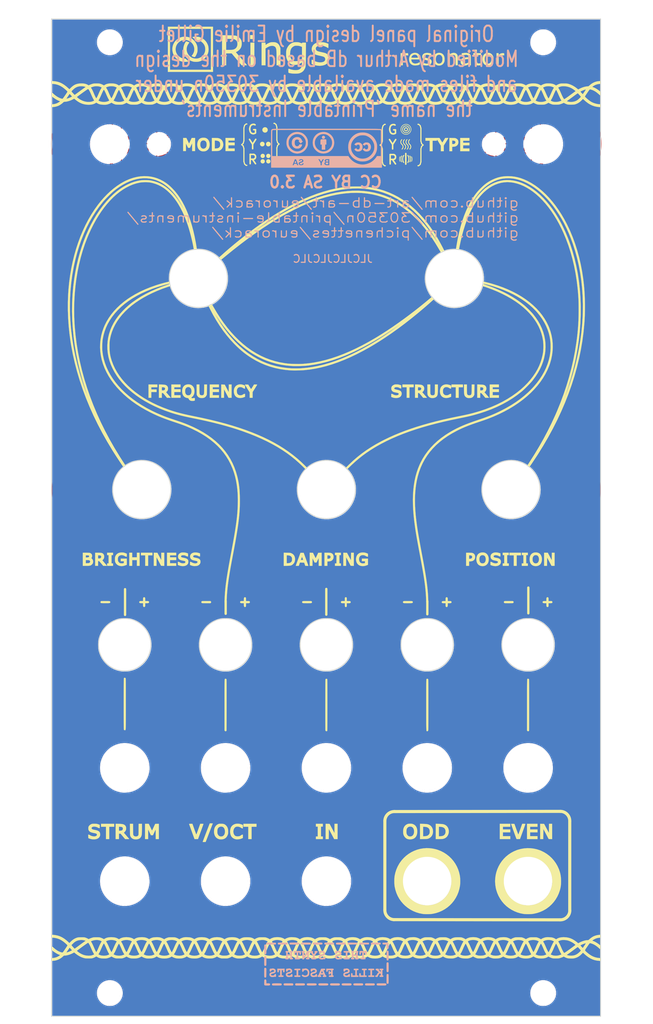
<source format=kicad_pcb>
(kicad_pcb (version 20211014) (generator pcbnew)
  (layers (0 "F.Cu" signal) (31 "B.Cu" signal) (34 "B.Paste" user) (35 "F.Paste" user) (36 "B.SilkS" user "B.Silkscreen") (37 "F.SilkS" user "F.Silkscreen") (38 "B.Mask" user) (39 "F.Mask" user) (44 "Edge.Cuts" user))
  (net 0 "")
  (footprint "Wire_Pads:SolderWirePad_single_0-8mmDrill" (layer "F.Cu") (at 26.036206 46.83307)
    (fp_text reference "" (at 0 0) (layer "F.SilkS") (effects (font (size 1.27 1.27))))
    (fp_text value "" (at 0 0) (layer "F.SilkS") (effects (font (size 1.27 1.27))))
    (pad "1" thru_hole circle locked (at 0 0) (size 6.25 6.25) (drill 6.25) (layers *.Cu *.Mask))
  )
  (footprint "Wire_Pads:SolderWirePad_single_0-8mmDrill" (layer "F.Cu") (at -12.971001 32.231453)
    (fp_text reference "" (at 0 0) (layer "F.SilkS") (effects (font (size 1.27 1.27))))
    (fp_text value "" (at 0 0) (layer "F.SilkS") (effects (font (size 1.27 1.27))))
    (pad "9" thru_hole circle locked (at 0 0) (size 6.25 6.25) (drill 6.25) (layers *.Cu *.Mask))
  )
  (footprint "Wire_Pads:SolderWirePad_single_0-8mmDrill" (layer "F.Cu") (at 26.036206 32.231453)
    (fp_text reference "" (at 0 0) (layer "F.SilkS") (effects (font (size 1.27 1.27))))
    (fp_text value "" (at 0 0) (layer "F.SilkS") (effects (font (size 1.27 1.27))))
    (pad "6" thru_hole circle locked (at 0 0) (size 6.25 6.25) (drill 6.25) (layers *.Cu *.Mask))
  )
  (footprint "LOGO" (layer "F.Cu") (at 0 0)
    (fp_text reference "G***" hide)
    (fp_text value "LOGO" hide)
  )
  (footprint "Wire_Pads:SolderWirePad_single_0-8mmDrill" (layer "F.Cu") (at 21.634719 -48.127039)
    (fp_text reference "" (at 0 0) (layer "F.SilkS") (effects (font (size 1.27 1.27))))
    (fp_text value "" (at 0 0) (layer "F.SilkS") (effects (font (size 1.27 1.27))))
    (pad "11" thru_hole circle locked (at 0 0) (size 3 3) (drill 3) (layers *.Cu *.Mask))
  )
  (footprint "Wire_Pads:SolderWirePad_single_0-8mmDrill" (layer "F.Cu") (at -27.900002 -48.127039)
    (fp_text reference "" (at 0 0) (layer "F.SilkS") (effects (font (size 1.27 1.27))))
    (fp_text value "" (at 0 0) (layer "F.SilkS") (effects (font (size 1.27 1.27))))
    (pad "14" thru_hole circle locked (at 0 0) (size 5 5) (drill 5) (layers *.Cu *.Mask))
  )
  (footprint "Wire_Pads:SolderWirePad_single_0-8mmDrill" (layer "F.Cu") (at 27.979999 61.25)
    (fp_text reference "" (at 0 0) (layer "F.SilkS") (effects (font (size 1.27 1.27))))
    (fp_text value "" (at 0 0) (layer "F.SilkS") (effects (font (size 1.27 1.27))))
    (pad "24" thru_hole circle locked (at 0 0) (size 3.2 3.2) (drill 3.2) (layers *.Cu *.Mask))
  )
  (footprint "Wire_Pads:SolderWirePad_single_0-8mmDrill" (layer "F.Cu") (at 13.032939 46.83307)
    (fp_text reference "" (at 0 0) (layer "F.SilkS") (effects (font (size 1.27 1.27))))
    (fp_text value "" (at 0 0) (layer "F.SilkS") (effects (font (size 1.27 1.27))))
    (pad "2" thru_hole circle locked (at 0 0) (size 6.25 6.25) (drill 6.25) (layers *.Cu *.Mask))
  )
  (footprint "LOGO" (layer "F.Cu") (at 0 0)
    (fp_text reference "G***" hide)
    (fp_text value "LOGO" hide)
  )
  (footprint "Wire_Pads:SolderWirePad_single_0-8mmDrill" (layer "F.Cu") (at 27.979999 -48.127039)
    (fp_text reference "" (at 0 0) (layer "F.SilkS") (effects (font (size 1.27 1.27))))
    (fp_text value "" (at 0 0) (layer "F.SilkS") (effects (font (size 1.27 1.27))))
    (pad "13" thru_hole circle locked (at 0 0) (size 5 5) (drill 5) (layers *.Cu *.Mask))
  )
  (footprint "LOGO" (layer "F.Cu") (at 0 0)
    (fp_text reference "G***" hide)
    (fp_text value "LOGO" hide)
  )
  (footprint "LOGO" (layer "F.Cu") (at 0 0)
    (fp_text reference "G***" hide)
    (fp_text value "LOGO" hide)
    (fp_poly (pts (xy -14.456833 -57.298167) (xy -20.531666 -57.298167) (xy -20.531666 -63.373) (xy -14.456833 -63.373) (xy -14.456833 -57.298167)) (layer "F.Cu") (width 0.01) (fill solid))
    (fp_poly (pts (xy 22.069689 -50.182817) (xy 22.348172 -50.105545) (xy 22.538436 -50.027018) (xy 22.805135 -49.878917) (xy 23.040842 -49.701982) (xy 23.245527 -49.496251) (xy 23.419161 -49.261758) (xy 23.561713 -48.998539) (xy 23.673155 -48.706632) (xy 23.69876 -48.619833) (xy 23.714404 -48.552531) (xy 23.725459 -48.475937) (xy 23.732585 -48.381601) (xy 23.736443 -48.261074) (xy 23.737669 -48.122417) (xy 23.737234 -47.981603) (xy 23.734679 -47.873314) (xy 23.729125 -47.787759) (xy 23.719695 -47.715145) (xy 23.705513 -47.645684) (xy 23.689301 -47.582667) (xy 23.593108 -47.30624) (xy 23.461036 -47.044928) (xy 23.296771 -46.804261) (xy 23.104001 -46.589768) (xy 22.9235 -46.434441) (xy 22.795242 -46.348156) (xy 22.64053 -46.261319) (xy 22.474491 -46.18132) (xy 22.312253 -46.115552) (xy 22.19325 -46.077584) (xy 22.07993 -46.054863) (xy 21.93775 -46.037751) (xy 21.778771 -46.026634) (xy 21.615051 -46.021899) (xy 21.458653 -46.023933) (xy 21.321636 -46.033122) (xy 21.230167 -46.046691) (xy 20.942957 -46.127361) (xy 20.675485 -46.243399) (xy 20.4302 -46.391972) (xy 20.209552 -46.570248) (xy 20.015991 -46.775394) (xy 19.851969 -47.004576) (xy 19.719934 -47.254962) (xy 19.622337 -47.523719) (xy 19.561629 -47.808015) (xy 19.543252 -47.997074) (xy 19.543597 -48.020666) (xy 19.764223 -48.020666) (xy 19.777011 -47.84865) (xy 19.798433 -47.72581) (xy 19.885067 -47.449003) (xy 20.006544 -47.193928) (xy 20.160412 -46.963014) (xy 20.344217 -46.758689) (xy 20.555504 -46.58338) (xy 20.791819 -46.439514) (xy 21.05071 -46.32952) (xy 21.2725 -46.267528) (xy 21.46658 -46.239604) (xy 21.679636 -46.233937) (xy 21.895032 -46.249897) (xy 22.096129 -46.286857) (xy 22.146299 -46.300498) (xy 22.411133 -46.398954) (xy 22.652405 -46.52961) (xy 22.868325 -46.689104) (xy 23.057106 -46.874077) (xy 23.216957 -47.081167) (xy 23.346092 -47.307013) (xy 23.442721 -47.548255) (xy 23.505056 -47.801531) (xy 23.531308 -48.063481) (xy 23.519689 -48.330743) (xy 23.46841 -48.599957) (xy 23.432854 -48.718066) (xy 23.35857 -48.908425) (xy 23.268411 -49.07779) (xy 23.155086 -49.237611) (xy 23.011302 -49.399336) (xy 22.976417 -49.43475) (xy 22.763912 -49.624297) (xy 22.544537 -49.773281) (xy 22.314349 -49.883373) (xy 22.069408 -49.956242) (xy 21.80577 -49.993558) (xy 21.642917 -49.999568) (xy 21.369057 -49.979861) (xy 21.105626 -49.921063) (xy 20.855961 -49.825822) (xy 20.623398 -49.696782) (xy 20.411274 -49.536588) (xy 20.222925 -49.347887) (xy 20.061687 -49.133323) (xy 19.930897 -48.895542) (xy 19.833891 -48.637189) (xy 19.809348 -48.54575) (xy 19.780596 -48.384556) (xy 19.765486 -48.204414) (xy 19.764223 -48.020666) (xy 19.543597 -48.020666) (xy 19.547652 -48.297601) (xy 19.591774 -48.588023) (xy 19.673876 -48.865253) (xy 19.792217 -49.126203) (xy 19.945055 -49.367783) (xy 20.130647 -49.586905) (xy 20.347253 -49.78048) (xy 20.59313 -49.945421) (xy 20.664101 -49.984535) (xy 20.930729 -50.101775) (xy 21.209475 -50.180334) (xy 21.495467 -50.220101) (xy 21.783829 -50.220966) (xy 22.069689 -50.182817)) (layer "F.Cu") (width 0.01) (fill solid))
    (fp_poly (pts (xy 28.219352 -52.244223) (xy 28.627484 -52.201856) (xy 29.031951 -52.118887) (xy 29.311029 -52.036537) (xy 29.696823 -51.886425) (xy 30.059319 -51.702446) (xy 30.397185 -51.48692) (xy 30.709088 -51.242168) (xy 30.993696 -50.970513) (xy 31.249677 -50.674273) (xy 31.475698 -50.355771) (xy 31.670428 -50.017327) (xy 31.832534 -49.661263) (xy 31.960685 -49.289899) (xy 32.053547 -48.905556) (xy 32.109789 -48.510556) (xy 32.128078 -48.107219) (xy 32.107082 -47.697866) (xy 32.04547 -47.284818) (xy 32.043656 -47.27575) (xy 31.943672 -46.884134) (xy 31.805236 -46.5066) (xy 31.630632 -46.145713) (xy 31.422144 -45.804041) (xy 31.182058 -45.484148) (xy 30.912656 -45.1886) (xy 30.616224 -44.919963) (xy 30.295045 -44.680803) (xy 29.951405 -44.473685) (xy 29.587588 -44.301175) (xy 29.301162 -44.195495) (xy 28.906322 -44.08758) (xy 28.503977 -44.017394) (xy 28.100376 -43.985602) (xy 27.701764 -43.99287) (xy 27.537834 -44.007674) (xy 27.13603 -44.073695) (xy 26.74089 -44.179671) (xy 26.357067 -44.323597) (xy 25.989214 -44.503466) (xy 25.641985 -44.717273) (xy 25.320033 -44.963013) (xy 25.318827 -44.964037) (xy 25.051241 -45.212394) (xy 24.808694 -45.483198) (xy 24.586041 -45.782743) (xy 24.382221 -46.110184) (xy 24.242858 -46.353447) (xy 24.141803 -46.215818) (xy 24.045549 -46.097103) (xy 23.923688 -45.965578) (xy 23.786392 -45.831064) (xy 23.643834 -45.703379) (xy 23.506185 -45.592341) (xy 23.46325 -45.560797) (xy 23.18964 -45.388672) (xy 22.888789 -45.241589) (xy 22.570189 -45.123541) (xy 22.243329 -45.038525) (xy 22.203834 -45.0307) (xy 22.060491 -45.010441) (xy 21.888364 -44.997385) (xy 21.70039 -44.991572) (xy 21.509509 -44.993047) (xy 21.328658 -45.00185) (xy 21.170777 -45.018024) (xy 21.11375 -45.027149) (xy 20.816784 -45.096081) (xy 20.524366 -45.19165) (xy 20.248248 -45.309426) (xy 20.000183 -45.444978) (xy 19.991917 -45.450138) (xy 19.697483 -45.659449) (xy 19.430521 -45.899709) (xy 19.193007 -46.168074) (xy 18.986915 -46.461702) (xy 18.814219 -46.777749) (xy 18.676895 -47.11337) (xy 18.576916 -47.465722) (xy 18.569851 -47.498) (xy 18.552103 -47.611793) (xy 18.539301 -47.757071) (xy 18.531437 -47.923695) (xy 18.528503 -48.101525) (xy 18.529666 -48.206316) (xy 18.786219 -48.206316) (xy 18.794802 -47.87337) (xy 18.84353 -47.536779) (xy 18.860521 -47.459481) (xy 18.956963 -47.138681) (xy 19.091205 -46.832608) (xy 19.260303 -46.544487) (xy 19.461315 -46.277542) (xy 19.6913 -46.035) (xy 19.947315 -45.820084) (xy 20.226418 -45.636019) (xy 20.525667 -45.486031) (xy 20.73275 -45.407282) (xy 20.880077 -45.362838) (xy 21.040082 -45.322491) (xy 21.195759 -45.290139) (xy 21.3301 -45.269679) (xy 21.336 -45.269033) (xy 21.466371 -45.260378) (xy 21.621498 -45.25819) (xy 21.784364 -45.262087) (xy 21.937948 -45.27169) (xy 22.055667 -45.285122) (xy 22.366653 -45.351566) (xy 22.673948 -45.454186) (xy 22.970499 -45.589375) (xy 23.249252 -45.753525) (xy 23.503155 -45.943027) (xy 23.697769 -46.125105) (xy 23.765644 -46.199942) (xy 23.839832 -46.287974) (xy 23.914439 -46.381464) (xy 23.983571 -46.472675) (xy 24.041336 -46.55387) (xy 24.081839 -46.617312) (xy 24.097984 -46.650496) (xy 24.09753 -46.688515) (xy 24.085039 -46.755708) (xy 24.062748 -46.841392) (xy 24.0479 -46.890094) (xy 23.947709 -47.271122) (xy 23.886219 -47.664892) (xy 23.863426 -48.066999) (xy 23.868823 -48.204811) (xy 24.135466 -48.204811) (xy 24.148423 -47.803467) (xy 24.20355 -47.399092) (xy 24.240355 -47.223754) (xy 24.286782 -47.023592) (xy 24.326609 -47.114923) (xy 24.350022 -47.177502) (xy 24.378176 -47.265776) (xy 24.406224 -47.364205) (xy 24.415906 -47.401271) (xy 24.482359 -47.746572) (xy 24.506856 -48.091746) (xy 24.489451 -48.434922) (xy 24.430198 -48.774226) (xy 24.369771 -48.99025) (xy 24.342851 -49.070154) (xy 24.318964 -49.1345) (xy 24.302168 -49.172564) (xy 24.298938 -49.177459) (xy 24.287576 -49.166207) (xy 24.270169 -49.121466) (xy 24.249483 -49.051153) (xy 24.236071 -48.997542) (xy 24.164683 -48.602908) (xy 24.135466 -48.204811) (xy 23.868823 -48.204811) (xy 23.879328 -48.473037) (xy 23.933922 -48.878598) (xy 24.027203 -49.279276) (xy 24.049685 -49.355756) (xy 24.115785 -49.573096) (xy 24.102713 -49.592229) (xy 24.421023 -49.592229) (xy 24.495381 -49.428823) (xy 24.626386 -49.090695) (xy 24.717037 -48.742865) (xy 24.767299 -48.388526) (xy 24.777138 -48.030872) (xy 24.746521 -47.673098) (xy 24.675413 -47.318395) (xy 24.563782 -46.969959) (xy 24.522483 -46.867359) (xy 24.424002 -46.634045) (xy 24.533507 -46.415147) (xy 24.682027 -46.14176) (xy 24.843096 -45.893901) (xy 25.025582 -45.659255) (xy 25.238356 -45.425507) (xy 25.268191 -45.395063) (xy 25.564148 -45.125057) (xy 25.884425 -44.88919) (xy 26.227078 -44.688401) (xy 26.590163 -44.52363) (xy 26.971733 -44.395815) (xy 27.369845 -44.305896) (xy 27.59075 -44.273459) (xy 27.66853 -44.267641) (xy 27.777609 -44.264142) (xy 27.907024 -44.262856) (xy 28.04581 -44.263676) (xy 28.183003 -44.266497) (xy 28.307639 -44.271212) (xy 28.408753 -44.277714) (xy 28.448555 -44.281786) (xy 28.835265 -44.350185) (xy 29.213137 -44.457114) (xy 29.57816 -44.600464) (xy 29.926324 -44.778128) (xy 30.253619 -44.987996) (xy 30.556034 -45.227959) (xy 30.82956 -45.495909) (xy 30.893012 -45.567086) (xy 31.14292 -45.886223) (xy 31.355771 -46.222695) (xy 31.531364 -46.573738) (xy 31.669499 -46.936584) (xy 31.769977 -47.308469) (xy 31.832596 -47.686625) (xy 31.857157 -48.068288) (xy 31.84346 -48.45069) (xy 31.791303 -48.831067) (xy 31.700488 -49.206652) (xy 31.570814 -49.574679) (xy 31.40208 -49.932383) (xy 31.22998 -50.222903) (xy 31.038321 -50.487864) (xy 30.814738 -50.746973) (xy 30.569374 -50.989661) (xy 30.312374 -51.205362) (xy 30.224306 -51.27056) (xy 30.094644 -51.355929) (xy 29.936883 -51.448426) (xy 29.763103 -51.541842) (xy 29.585381 -51.629968) (xy 29.415798 -51.706596) (xy 29.266431 -51.765516) (xy 29.250669 -51.771023) (xy 28.86828 -51.880413) (xy 28.479347 -51.949103) (xy 28.087214 -51.977526) (xy 27.695223 -51.966116) (xy 27.306718 -51.915305) (xy 26.925041 -51.825529) (xy 26.553535 -51.697221) (xy 26.195544 -51.530815) (xy 25.861137 -51.331253) (xy 25.545586 -51.09575) (xy 25.25415 -50.828577) (xy 24.990653 -50.534093) (xy 24.758921 -50.216656) (xy 24.562778 -49.880624) (xy 24.528855 -49.813001) (xy 24.421023 -49.592229) (xy 24.102713 -49.592229) (xy 24.01659 -49.718273) (xy 23.802783 -49.994368) (xy 23.560169 -50.240333) (xy 23.291274 -50.454508) (xy 22.998624 -50.635232) (xy 22.684743 -50.780842) (xy 22.352157 -50.889677) (xy 22.172914 -50.931136) (xy 21.991421 -50.957787) (xy 21.785076 -50.972235) (xy 21.569606 -50.974344) (xy 21.360736 -50.963982) (xy 21.17419 -50.941014) (xy 21.166667 -50.939698) (xy 20.832337 -50.859991) (xy 20.516794 -50.744408) (xy 20.221818 -50.595635) (xy 19.94919 -50.416359) (xy 19.700687 -50.209264) (xy 19.478092 -49.977038) (xy 19.283182 -49.722365) (xy 19.117738 -49.447933) (xy 18.983541 -49.156425) (xy 18.882368 -48.85053) (xy 18.816001 -48.532931) (xy 18.786219 -48.206316) (xy 18.529666 -48.206316) (xy 18.530489 -48.28042) (xy 18.537388 -48.450241) (xy 18.549192 -48.600848) (xy 18.565892 -48.722101) (xy 18.570873 -48.746833) (xy 18.670105 -49.105234) (xy 18.805294 -49.443392) (xy 18.974701 -49.759317) (xy 19.176586 -50.05102) (xy 19.409209 -50.31651) (xy 19.670831 -50.553799) (xy 19.959713 -50.760897) (xy 20.274115 -50.935813) (xy 20.60575 -51.074247) (xy 20.789805 -51.13428) (xy 20.962505 -51.178344) (xy 21.13745 -51.208856) (xy 21.328239 -51.228239) (xy 21.527268 -51.238251) (xy 21.744215 -51.241558) (xy 21.932761 -51.23524) (xy 22.106008 -51.21801) (xy 22.277058 -51.188578) (xy 22.453021 -51.147217) (xy 22.774383 -51.042928) (xy 23.086736 -50.900972) (xy 23.38436 -50.725205) (xy 23.661541 -50.519479) (xy 23.912559 -50.287649) (xy 24.131699 -50.033569) (xy 24.158822 -49.997376) (xy 24.250337 -49.873061) (xy 24.308357 -49.992572) (xy 24.474944 -50.293046) (xy 24.678421 -50.58776) (xy 24.913345 -50.870878) (xy 25.174273 -51.136565) (xy 25.455761 -51.378987) (xy 25.752367 -51.592309) (xy 25.868095 -51.664639) (xy 26.232777 -51.858813) (xy 26.612492 -52.014406) (xy 27.004123 -52.13108) (xy 27.404555 -52.208498) (xy 27.81067 -52.246325) (xy 28.219352 -52.244223)) (layer "F.Cu") (width 0.01) (fill solid))
    (fp_poly (pts (xy -27.90825 -51.211793) (xy -27.75007 -51.210758) (xy -27.625185 -51.207898) (xy -27.524571 -51.202543) (xy -27.439205 -51.194025) (xy -27.360064 -51.181676) (xy -27.279965 -51.165238) (xy -26.927718 -51.068211) (xy -26.601483 -50.939395) (xy -26.297155 -50.77675) (xy -26.010631 -50.578237) (xy -25.876147 -50.467822) (xy -25.618107 -50.21724) (xy -25.393331 -49.940656) (xy -25.2022 -49.63873) (xy -25.045094 -49.31212) (xy -24.922394 -48.961485) (xy -24.857693 -48.7045) (xy -24.83884 -48.584138) (xy -24.825689 -48.432774) (xy -24.81825 -48.261356) (xy -24.816534 -48.080832) (xy -24.820551 -47.90215) (xy -24.830312 -47.736256) (xy -24.845826 -47.594099) (xy -24.856586 -47.531124) (xy -24.949147 -47.176313) (xy -25.079259 -46.839225) (xy -25.245747 -46.522115) (xy -25.447433 -46.227239) (xy -25.670996 -45.969313) (xy -25.943721 -45.716097) (xy -26.233548 -45.501596) (xy -26.54068 -45.325715) (xy -26.865318 -45.188353) (xy -27.207667 -45.089415) (xy -27.567927 -45.028801) (xy -27.633083 -45.022103) (xy -27.760142 -45.011122) (xy -27.861564 -45.005288) (xy -27.952987 -45.004634) (xy -28.050046 -45.009192) (xy -28.168379 -45.018996) (xy -28.214112 -45.023326) (xy -28.571541 -45.078672) (xy -28.91713 -45.173951) (xy -29.247956 -45.307714) (xy -29.561095 -45.47851) (xy -29.853625 -45.684889) (xy -30.122622 -45.925402) (xy -30.204515 -46.0107) (xy -30.428708 -46.283401) (xy -30.617509 -46.576244) (xy -30.770634 -46.885764) (xy -30.887801 -47.208495) (xy -30.968727 -47.540971) (xy -31.01313 -47.879726) (xy -31.018057 -48.10125) (xy -30.786126 -48.10125) (xy -30.785316 -47.954385) (xy -30.782968 -47.840367) (xy -30.778222 -47.749716) (xy -30.770216 -47.672952) (xy -30.758091 -47.600594) (xy -30.740986 -47.523161) (xy -30.729376 -47.4759) (xy -30.700053 -47.365742) (xy -30.667416 -47.253814) (xy -30.636494 -47.156967) (xy -30.621978 -47.116067) (xy -30.480758 -46.799617) (xy -30.304988 -46.505561) (xy -30.097313 -46.236077) (xy -29.860378 -45.993343) (xy -29.596827 -45.779536) (xy -29.309304 -45.596836) (xy -29.000455 -45.447419) (xy -28.672924 -45.333463) (xy -28.373916 -45.264701) (xy -28.251014 -45.249812) (xy -28.098415 -45.241805) (xy -27.928037 -45.240353) (xy -27.751797 -45.245129) (xy -27.581612 -45.255806) (xy -27.4294 -45.272056) (xy -27.307077 -45.293553) (xy -27.305 -45.294039) (xy -26.961355 -45.394596) (xy -26.642009 -45.529389) (xy -26.344932 -45.699507) (xy -26.068092 -45.906039) (xy -25.926866 -46.032549) (xy -25.690773 -46.285537) (xy -25.489201 -46.560611) (xy -25.323004 -46.85442) (xy -25.193035 -47.163613) (xy -25.100149 -47.484838) (xy -25.0452 -47.814746) (xy -25.02904 -48.149985) (xy -25.052524 -48.487203) (xy -25.116506 -48.82305) (xy -25.169272 -49.005981) (xy -25.294736 -49.325404) (xy -25.456122 -49.625119) (xy -25.650614 -49.90249) (xy -25.875394 -50.154882) (xy -26.127646 -50.379658) (xy -26.404555 -50.574183) (xy -26.703304 -50.735821) (xy -27.021076 -50.861937) (xy -27.211855 -50.917482) (xy -27.548609 -50.981446) (xy -27.887975 -51.004159) (xy -28.226591 -50.986279) (xy -28.561096 -50.928466) (xy -28.888129 -50.831379) (xy -29.204328 -50.695674) (xy -29.506332 -50.522013) (xy -29.616686 -50.446196) (xy -29.740425 -50.34766) (xy -29.876179 -50.223749) (xy -30.013708 -50.085079) (xy -30.142774 -49.942269) (xy -30.253136 -49.805934) (xy -30.306791 -49.730647) (xy -30.475575 -49.441859) (xy -30.614453 -49.129459) (xy -30.71921 -48.80348) (xy -30.749481 -48.676807) (xy -30.764489 -48.594578) (xy -30.77512 -48.50324) (xy -30.781908 -48.394384) (xy -30.78539 -48.259595) (xy -30.786126 -48.10125) (xy -31.018057 -48.10125) (xy -31.020727 -48.221294) (xy -30.991235 -48.56221) (xy -30.924371 -48.899006) (xy -30.819852 -49.228218) (xy -30.677397 -49.546379) (xy -30.515402 -49.8221) (xy -30.295434 -50.118254) (xy -30.049107 -50.381367) (xy -29.777076 -50.610992) (xy -29.480002 -50.806678) (xy -29.158541 -50.967977) (xy -28.81335 -51.094439) (xy -28.551304 -51.163487) (xy -28.467329 -51.181094) (xy -28.390036 -51.193962) (xy -28.310233 -51.202781) (xy -28.218734 -51.20824) (xy -28.106349 -51.211031) (xy -27.963889 -51.211843) (xy -27.90825 -51.211793)) (layer "F.Cu") (width 0.01) (fill solid))
    (fp_poly (pts (xy 28.147418 -51.211486) (xy 28.268787 -51.209431) (xy 28.366214 -51.204936) (xy 28.448888 -51.197311) (xy 28.525996 -51.185867) (xy 28.606728 -51.169913) (xy 28.635971 -51.163487) (xy 28.987083 -51.066516) (xy 29.311744 -50.937798) (xy 29.613511 -50.775446) (xy 29.895943 -50.57757) (xy 30.137527 -50.366602) (xy 30.320589 -50.179594) (xy 30.474202 -49.996015) (xy 30.607932 -49.802866) (xy 30.731347 -49.587149) (xy 30.77669 -49.49825) (xy 30.899717 -49.224936) (xy 30.990783 -48.96114) (xy 31.052571 -48.695323) (xy 31.087762 -48.415947) (xy 31.09904 -48.111833) (xy 31.078953 -47.745257) (xy 31.018279 -47.390564) (xy 30.917228 -47.048422) (xy 30.776012 -46.719498) (xy 30.594842 -46.404457) (xy 30.525462 -46.302435) (xy 30.428193 -46.177483) (xy 30.305913 -46.039424) (xy 30.1689 -45.898531) (xy 30.027431 -45.765078) (xy 29.891785 -45.649339) (xy 29.81019 -45.587466) (xy 29.516092 -45.403724) (xy 29.200103 -45.25304) (xy 28.86794 -45.136928) (xy 28.52532 -45.056903) (xy 28.177959 -45.014477) (xy 27.831575 -45.011165) (xy 27.677793 -45.022813) (xy 27.399205 -45.066488) (xy 27.112984 -45.138789) (xy 26.832355 -45.235394) (xy 26.57054 -45.351982) (xy 26.42241 -45.433034) (xy 26.118512 -45.637782) (xy 25.84425 -45.872161) (xy 25.600904 -46.134369) (xy 25.389754 -46.422602) (xy 25.21208 -46.735059) (xy 25.069162 -47.069936) (xy 24.96228 -47.425432) (xy 24.940945 -47.519167) (xy 24.922716 -47.636264) (xy 24.909828 -47.784435) (xy 24.902271 -47.953105) (xy 24.900531 -48.092058) (xy 25.115439 -48.092058) (xy 25.121827 -47.895865) (xy 25.137569 -47.713598) (xy 25.162546 -47.5589) (xy 25.162822 -47.557632) (xy 25.257379 -47.212157) (xy 25.385408 -46.89193) (xy 25.54808 -46.594835) (xy 25.746568 -46.318754) (xy 25.982045 -46.061569) (xy 26.001803 -46.042432) (xy 26.193742 -45.870197) (xy 26.38338 -45.726752) (xy 26.584951 -45.601919) (xy 26.712334 -45.534336) (xy 26.86693 -45.4644) (xy 27.042931 -45.39775) (xy 27.224618 -45.339576) (xy 27.396273 -45.295065) (xy 27.4955 -45.275841) (xy 27.576534 -45.262769) (xy 27.643545 -45.251694) (xy 27.683483 -45.244778) (xy 27.686 -45.244298) (xy 27.745389 -45.238167) (xy 27.836564 -45.235276) (xy 27.949124 -45.235347) (xy 28.072666 -45.238102) (xy 28.196791 -45.243266) (xy 28.311096 -45.250559) (xy 28.40518 -45.259707) (xy 28.438048 -45.264338) (xy 28.738795 -45.328918) (xy 29.025921 -45.421579) (xy 29.202878 -45.49685) (xy 29.514038 -45.66665) (xy 29.798104 -45.867885) (xy 30.053342 -46.098183) (xy 30.278017 -46.355171) (xy 30.470393 -46.636478) (xy 30.628735 -46.93973) (xy 30.751309 -47.262556) (xy 30.836381 -47.602584) (xy 30.862748 -47.766406) (xy 30.874248 -47.90011) (xy 30.878161 -48.060019) (xy 30.874992 -48.232397) (xy 30.865251 -48.403505) (xy 30.849444 -48.559604) (xy 30.828872 -48.683333) (xy 30.733427 -49.02783) (xy 30.601994 -49.351607) (xy 30.436522 -49.652726) (xy 30.23896 -49.929248) (xy 30.011258 -50.179236) (xy 29.755368 -50.40075) (xy 29.473237 -50.591853) (xy 29.166816 -50.750607) (xy 28.838056 -50.875072) (xy 28.547238 -50.951456) (xy 28.355967 -50.981424) (xy 28.13966 -50.997374) (xy 27.913219 -50.999321) (xy 27.691549 -50.987281) (xy 27.489552 -50.961269) (xy 27.432917 -50.950299) (xy 27.088048 -50.856517) (xy 26.764723 -50.726311) (xy 26.462651 -50.559523) (xy 26.181544 -50.355997) (xy 25.960039 -50.155166) (xy 25.726018 -49.892569) (xy 25.528607 -49.608977) (xy 25.367554 -49.303912) (xy 25.242608 -48.976897) (xy 25.153575 -48.62775) (xy 25.131195 -48.471644) (xy 25.118522 -48.288532) (xy 25.115439 -48.092058) (xy 24.900531 -48.092058) (xy 24.900034 -48.131705) (xy 24.903105 -48.309662) (xy 24.911473 -48.476405) (xy 24.925129 -48.621361) (xy 24.942193 -48.725667) (xy 25.041718 -49.087146) (xy 25.17673 -49.426904) (xy 25.345529 -49.743227) (xy 25.546412 -50.034401) (xy 25.777679 -50.298713) (xy 26.037628 -50.53445) (xy 26.324559 -50.739898) (xy 26.636768 -50.913345) (xy 26.972556 -51.053075) (xy 27.330221 -51.157377) (xy 27.364632 -51.165238) (xy 27.446418 -51.181984) (xy 27.525598 -51.194245) (xy 27.611195 -51.202688) (xy 27.712233 -51.207983) (xy 27.837735 -51.210797) (xy 27.992917 -51.211793) (xy 28.147418 -51.211486)) (layer "F.Cu") (width 0.01) (fill solid))
    (fp_poly (pts (xy -27.432115 -52.221932) (xy -27.025495 -52.154725) (xy -26.797 -52.099259) (xy -26.417937 -51.974853) (xy -26.052495 -51.811894) (xy -25.703722 -51.612824) (xy -25.374665 -51.380081) (xy -25.06837 -51.116104) (xy -24.787886 -50.823334) (xy -24.536259 -50.504209) (xy -24.316536 -50.16117) (xy -24.268612 -50.075042) (xy -24.225888 -49.997) (xy -24.191031 -49.935196) (xy -24.16858 -49.897568) (xy -24.162763 -49.889833) (xy -24.148304 -49.905471) (xy -24.114208 -49.947453) (xy -24.066407 -50.008388) (xy -24.03647 -50.047241) (xy -23.810337 -50.308083) (xy -23.553079 -50.54234) (xy -23.268112 -50.747895) (xy -22.958857 -50.922635) (xy -22.628729 -51.064445) (xy -22.281149 -51.171209) (xy -22.182666 -51.194208) (xy -22.068448 -51.212368) (xy -21.922565 -51.22547) (xy -21.755388 -51.233501) (xy -21.577284 -51.236451) (xy -21.398621 -51.234307) (xy -21.229768 -51.22706) (xy -21.081092 -51.214696) (xy -20.962962 -51.197206) (xy -20.955 -51.195555) (xy -20.593193 -51.097822) (xy -20.25177 -50.963525) (xy -19.93196 -50.79332) (xy -19.634988 -50.587867) (xy -19.362081 -50.347822) (xy -19.347416 -50.333251) (xy -19.106953 -50.063912) (xy -18.900759 -49.771896) (xy -18.730831 -49.460413) (xy -18.599163 -49.132672) (xy -18.597469 -49.127586) (xy -18.545414 -48.962592) (xy -18.506748 -48.817193) (xy -18.479221 -48.678301) (xy -18.46058 -48.532829) (xy -18.448574 -48.367687) (xy -18.442739 -48.22825) (xy -18.440606 -47.976087) (xy -18.453122 -47.750991) (xy -18.481764 -47.539795) (xy -18.528012 -47.329334) (xy -18.55455 -47.232774) (xy -18.672335 -46.900915) (xy -18.826809 -46.586556) (xy -19.015096 -46.292424) (xy -19.234324 -46.021241) (xy -19.481617 -45.775733) (xy -19.754102 -45.558625) (xy -20.048904 -45.37264) (xy -20.363149 -45.220504) (xy -20.693963 -45.104941) (xy -20.838583 -45.067636) (xy -21.193035 -45.006484) (xy -21.549586 -44.985353) (xy -21.904209 -45.003561) (xy -22.252877 -45.060424) (xy -22.591565 -45.155259) (xy -22.916245 -45.287384) (xy -23.222891 -45.456116) (xy -23.256645 -45.477725) (xy -23.448316 -45.613573) (xy -23.636882 -45.768248) (xy -23.813937 -45.933733) (xy -23.971075 -46.102011) (xy -24.099888 -46.265068) (xy -24.132475 -46.312874) (xy -24.166701 -46.365263) (xy -24.254078 -46.191478) (xy -24.437261 -45.871932) (xy -24.657532 -45.565198) (xy -24.910539 -45.275431) (xy -25.19193 -45.006789) (xy -25.497356 -44.763427) (xy -25.822462 -44.549503) (xy -26.160963 -44.370079) (xy -26.519415 -44.224328) (xy -26.89819 -44.111918) (xy -27.290107 -44.034012) (xy -27.687983 -43.99177) (xy -28.084637 -43.986354) (xy -28.39359 -44.009012) (xy -28.791203 -44.075619) (xy -29.184723 -44.184167) (xy -29.573239 -44.334385) (xy -29.728583 -44.406835) (xy -30.099767 -44.611244) (xy -30.442655 -44.846812) (xy -30.756389 -45.112692) (xy -31.040112 -45.408037) (xy -31.292965 -45.732001) (xy -31.51409 -46.083738) (xy -31.608117 -46.261007) (xy -31.777644 -46.64556) (xy -31.906079 -47.039833) (xy -31.993231 -47.443028) (xy -32.038911 -47.854343) (xy -32.043002 -47.99151) (xy -31.767272 -47.99151) (xy -31.758044 -47.770843) (xy -31.735686 -47.562387) (xy -31.698698 -47.351697) (xy -31.651842 -47.148939) (xy -31.536815 -46.77791) (xy -31.38413 -46.422815) (xy -31.196238 -46.086053) (xy -30.975593 -45.770022) (xy -30.724646 -45.47712) (xy -30.445849 -45.209745) (xy -30.141656 -44.970296) (xy -29.814518 -44.761171) (xy -29.466888 -44.584767) (xy -29.101219 -44.443484) (xy -28.79725 -44.357333) (xy -28.537006 -44.307618) (xy -28.253003 -44.275249) (xy -27.96024 -44.26093) (xy -27.673715 -44.265363) (xy -27.408427 -44.289252) (xy -27.39242 -44.291474) (xy -27.015612 -44.362416) (xy -26.65882 -44.46634) (xy -26.312183 -44.606238) (xy -26.236083 -44.642249) (xy -25.886315 -44.835392) (xy -25.558932 -45.06331) (xy -25.256608 -45.323312) (xy -24.982016 -45.612709) (xy -24.737828 -45.92881) (xy -24.52672 -46.268927) (xy -24.426989 -46.462518) (xy -24.340331 -46.643118) (xy -24.413001 -46.802582) (xy -24.524776 -47.077717) (xy -24.605796 -47.349047) (xy -24.658353 -47.627531) (xy -24.68474 -47.92413) (xy -24.688815 -48.115594) (xy -24.426208 -48.115594) (xy -24.420488 -47.968876) (xy -24.404679 -47.806998) (xy -24.380558 -47.63933) (xy -24.349904 -47.47524) (xy -24.314496 -47.324097) (xy -24.27611 -47.195268) (xy -24.236526 -47.098124) (xy -24.231154 -47.087885) (xy -24.215447 -47.064168) (xy -24.203214 -47.067648) (xy -24.188758 -47.10373) (xy -24.178174 -47.138167) (xy -24.162607 -47.199306) (xy -24.143231 -47.28862) (xy -24.122893 -47.392477) (xy -24.109656 -47.46625) (xy -24.069131 -47.787565) (xy -24.055116 -48.11734) (xy -24.067125 -48.445552) (xy -24.104676 -48.762181) (xy -24.167285 -49.057207) (xy -24.190399 -49.138417) (xy -24.209646 -49.201917) (xy -24.246436 -49.11725) (xy -24.298025 -48.974229) (xy -24.343687 -48.800874) (xy -24.381301 -48.609018) (xy -24.408742 -48.410488) (xy -24.423888 -48.217114) (xy -24.426208 -48.115594) (xy -24.688815 -48.115594) (xy -24.688961 -48.122417) (xy -24.677403 -48.432791) (xy -24.64201 -48.716801) (xy -24.580716 -48.984392) (xy -24.491453 -49.24551) (xy -24.42196 -49.406778) (xy -24.344477 -49.574175) (xy -24.028938 -49.574175) (xy -23.953096 -49.303379) (xy -23.897213 -49.092098) (xy -23.855525 -48.904173) (xy -23.825308 -48.724155) (xy -23.803839 -48.536593) (xy -23.792542 -48.392292) (xy -23.785304 -47.988975) (xy -23.81647 -47.585759) (xy -23.885119 -47.190762) (xy -23.961497 -46.902025) (xy -23.987988 -46.813271) (xy -24.008937 -46.738601) (xy -24.021629 -46.687949) (xy -24.024166 -46.672651) (xy -24.010992 -46.637198) (xy -23.974863 -46.576885) (xy -23.920872 -46.498558) (xy -23.854114 -46.409066) (xy -23.779681 -46.315257) (xy -23.702667 -46.223978) (xy -23.634535 -46.148782) (xy -23.381914 -45.911973) (xy -23.104906 -45.709511) (xy -22.804733 -45.542038) (xy -22.482618 -45.410191) (xy -22.139782 -45.31461) (xy -21.981583 -45.284023) (xy -21.855304 -45.269765) (xy -21.700057 -45.262948) (xy -21.528477 -45.263183) (xy -21.353197 -45.270078) (xy -21.186852 -45.283243) (xy -21.042077 -45.302285) (xy -20.976166 -45.315135) (xy -20.63477 -45.41369) (xy -20.313271 -45.548523) (xy -20.013843 -45.71776) (xy -19.738661 -45.919528) (xy -19.489902 -46.151951) (xy -19.269739 -46.413155) (xy -19.080349 -46.701265) (xy -18.923905 -47.014408) (xy -18.880589 -47.121071) (xy -18.790446 -47.410132) (xy -18.732881 -47.718125) (xy -18.708118 -48.036677) (xy -18.716382 -48.357416) (xy -18.757898 -48.67197) (xy -18.830991 -48.965941) (xy -18.953206 -49.285786) (xy -19.112402 -49.587596) (xy -19.305961 -49.868306) (xy -19.531265 -50.124851) (xy -19.785697 -50.354167) (xy -20.066639 -50.553187) (xy -20.297154 -50.682738) (xy -20.598075 -50.811078) (xy -20.915544 -50.902993) (xy -21.243893 -50.95809) (xy -21.57745 -50.975976) (xy -21.910546 -50.956261) (xy -22.23751 -50.898551) (xy -22.467151 -50.832848) (xy -22.784089 -50.704481) (xy -23.083515 -50.539175) (xy -23.361507 -50.339939) (xy -23.614143 -50.109787) (xy -23.837501 -49.85173) (xy -23.949116 -49.694962) (xy -24.028938 -49.574175) (xy -24.344477 -49.574175) (xy -24.336933 -49.590473) (xy -24.445772 -49.812229) (xy -24.638644 -50.157912) (xy -24.865915 -50.481426) (xy -25.124592 -50.780149) (xy -25.411681 -51.051459) (xy -25.724188 -51.292733) (xy -26.059119 -51.50135) (xy -26.413479 -51.674687) (xy -26.693933 -51.78121) (xy -27.078716 -51.887979) (xy -27.468398 -51.953648) (xy -27.860073 -51.978723) (xy -28.250836 -51.963713) (xy -28.63778 -51.909123) (xy -29.017999 -51.815462) (xy -29.388588 -51.683236) (xy -29.746639 -51.512953) (xy -30.089249 -51.30512) (xy -30.300083 -51.151848) (xy -30.54322 -50.9417) (xy -30.777917 -50.698544) (xy -30.996783 -50.431694) (xy -31.192426 -50.150461) (xy -31.357456 -49.864158) (xy -31.414267 -49.748088) (xy -31.54693 -49.429463) (xy -31.646034 -49.11547) (xy -31.714102 -48.795258) (xy -31.753654 -48.457973) (xy -31.764866 -48.238833) (xy -31.767272 -47.99151) (xy -32.043002 -47.99151) (xy -32.046333 -48.103169) (xy -32.026426 -48.519221) (xy -31.968038 -48.921364) (xy -31.873168 -49.308076) (xy -31.743817 -49.677836) (xy -31.581984 -50.02912) (xy -31.389668 -50.360406) (xy -31.168869 -50.670173) (xy -30.921587 -50.956897) (xy -30.649821 -51.219057) (xy -30.355572 -51.455131) (xy -30.040838 -51.663596) (xy -29.70762 -51.842929) (xy -29.357917 -51.99161) (xy -28.993729 -52.108114) (xy -28.617054 -52.190921) (xy -28.229894 -52.238508) (xy -27.834248 -52.249352) (xy -27.432115 -52.221932)) (layer "F.Cu") (width 0.01) (fill solid))
    (fp_poly (pts (xy 20.352433 37.835421) (xy 21.116214 37.835437) (xy 21.839859 37.835469) (xy 22.524466 37.835519) (xy 23.171133 37.835593) (xy 23.780959 37.835694) (xy 24.355042 37.835825) (xy 24.89448 37.835991) (xy 25.400372 37.836195) (xy 25.873817 37.836442) (xy 26.315913 37.836734) (xy 26.727757 37.837076) (xy 27.11045 37.837472) (xy 27.465088 37.837925) (xy 27.792771 37.838439) (xy 28.094596 37.839018) (xy 28.371663 37.839666) (xy 28.625069 37.840387) (xy 28.855914 37.841184) (xy 29.065295 37.842061) (xy 29.254311 37.843023) (xy 29.42406 37.844072) (xy 29.575641 37.845214) (xy 29.710152 37.84645) (xy 29.828691 37.847786) (xy 29.932358 37.849226) (xy 30.022249 37.850772) (xy 30.099465 37.852429) (xy 30.165103 37.854201) (xy 30.220261 37.856091) (xy 30.266038 37.858103) (xy 30.303533 37.860242) (xy 30.333843 37.86251) (xy 30.358068 37.864912) (xy 30.377306 37.867452) (xy 30.392654 37.870133) (xy 30.405212 37.872959) (xy 30.405917 37.873137) (xy 30.496061 37.901034) (xy 30.603633 37.941556) (xy 30.708866 37.987112) (xy 30.734 37.999137) (xy 30.824742 38.047121) (xy 30.903157 38.098043) (xy 30.981022 38.160783) (xy 31.070112 38.244219) (xy 31.105089 38.278916) (xy 31.238429 38.424184) (xy 31.341331 38.565876) (xy 31.422062 38.717554) (xy 31.488895 38.892782) (xy 31.499347 38.9255) (xy 31.548917 39.08425) (xy 31.548917 44.841583) (xy 31.548909 45.426163) (xy 31.548878 45.969924) (xy 31.548815 46.474383) (xy 31.54871 46.941056) (xy 31.548551 47.371457) (xy 31.54833 47.767102) (xy 31.548037 48.129507) (xy 31.547661 48.460187) (xy 31.547192 48.760658) (xy 31.546621 49.032434) (xy 31.545937 49.277033) (xy 31.54513 49.495969) (xy 31.544191 49.690757) (xy 31.543109 49.862914) (xy 31.541874 50.013954) (xy 31.540477 50.145393) (xy 31.538907 50.258747) (xy 31.537154 50.355532) (xy 31.535209 50.437262) (xy 31.533061 50.505453) (xy 31.530701 50.56162) (xy 31.528117 50.60728) (xy 31.525301 50.643948) (xy 31.522242 50.673139) (xy 31.518931 50.696368) (xy 31.515357 50.715152) (xy 31.51151 50.731005) (xy 31.509996 50.7365) (xy 31.420938 50.977676) (xy 31.297717 51.194361) (xy 31.141542 51.385322) (xy 30.953621 51.549326) (xy 30.735164 51.68514) (xy 30.48738 51.791533) (xy 30.469417 51.797695) (xy 30.32125 51.84775) (xy 19.610917 51.849942) (xy 18.939114 51.850062) (xy 18.27775 51.850146) (xy 17.628093 51.850195) (xy 16.991415 51.850209) (xy 16.368984 51.850189) (xy 15.76207 51.850136) (xy 15.171943 51.850051) (xy 14.599873 51.849934) (xy 14.04713 51.849787) (xy 13.514983 51.84961) (xy 13.004702 51.849403) (xy 12.517557 51.849168) (xy 12.054818 51.848906) (xy 11.617754 51.848617) (xy 11.207635 51.848302) (xy 10.825731 51.847962) (xy 10.473312 51.847597) (xy 10.151647 51.847209) (xy 9.862007 51.846798) (xy 9.60566 51.846365) (xy 9.383877 51.845911) (xy 9.197928 51.845436) (xy 9.049081 51.844941) (xy 8.938608 51.844428) (xy 8.867778 51.843896) (xy 8.83786 51.843347) (xy 8.837084 51.843281) (xy 8.632869 51.797127) (xy 8.418529 51.715223) (xy 8.331276 51.67282) (xy 8.126816 51.543859) (xy 7.946781 51.381597) (xy 7.793574 51.188892) (xy 7.669601 50.968597) (xy 7.605348 50.810583) (xy 7.545917 50.64125) (xy 7.541843 46.775598) (xy 9.832695 46.775598) (xy 9.844988 47.122905) (xy 9.894716 47.467444) (xy 9.981643 47.805956) (xy 10.105531 48.135182) (xy 10.266143 48.451861) (xy 10.463241 48.752735) (xy 10.62079 48.949883) (xy 10.869468 49.205854) (xy 11.146611 49.433158) (xy 11.447511 49.628961) (xy 11.767462 49.790426) (xy 12.101755 49.914717) (xy 12.319 49.972976) (xy 12.426196 49.996067) (xy 12.53681 50.017616) (xy 12.631858 50.033991) (xy 12.657667 50.037791) (xy 12.759405 50.046561) (xy 12.891679 50.050427) (xy 13.043021 50.049748) (xy 13.201963 50.044885) (xy 13.357037 50.036197) (xy 13.496773 50.024045) (xy 13.609705 50.008787) (xy 13.615645 50.007732) (xy 13.963232 49.923788) (xy 14.297145 49.801425) (xy 14.61449 49.643163) (xy 14.912371 49.451524) (xy 15.187892 49.229027) (xy 15.438158 48.978192) (xy 15.660274 48.701539) (xy 15.851344 48.401589) (xy 16.008473 48.080862) (xy 16.095361 47.849452) (xy 16.149322 47.674649) (xy 16.189184 47.514826) (xy 16.216751 47.357886) (xy 16.233823 47.19173) (xy 16.242202 47.004259) (xy 16.243863 46.852417) (xy 16.24232 46.793339) (xy 22.842136 46.793339) (xy 22.844589 47.01207) (xy 22.858353 47.217175) (xy 22.87737 47.360417) (xy 22.959477 47.719565) (xy 23.07873 48.061437) (xy 23.232872 48.383868) (xy 23.41965 48.684693) (xy 23.636809 48.961749) (xy 23.882094 49.21287) (xy 24.153249 49.435892) (xy 24.448021 49.628651) (xy 24.764155 49.788982) (xy 25.099395 49.914721) (xy 25.451487 50.003704) (xy 25.666886 50.038171) (xy 25.795856 50.048441) (xy 25.953721 50.051768) (xy 26.127711 50.048693) (xy 26.305057 50.03976) (xy 26.472988 50.025512) (xy 26.618732 50.00649) (xy 26.680584 49.995089) (xy 27.039438 49.89868) (xy 27.37938 49.765531) (xy 27.69829 49.597741) (xy 27.994044 49.397407) (xy 28.264521 49.166625) (xy 28.507601 48.907492) (xy 28.72116 48.622105) (xy 28.903078 48.312562) (xy 29.051234 47.980959) (xy 29.163504 47.629393) (xy 29.191435 47.513336) (xy 29.212917 47.388195) (xy 29.229961 47.232781) (xy 29.242123 47.058968) (xy 29.248956 46.878627) (xy 29.250014 46.70363) (xy 29.244854 46.545851) (xy 29.233028 46.417162) (xy 29.232663 46.41456) (xy 29.161865 46.058119) (xy 29.05439 45.718755) (xy 28.912717 45.398285) (xy 28.739329 45.098527) (xy 28.536708 44.821298) (xy 28.307334 44.568414) (xy 28.053688 44.341694) (xy 27.778253 44.142955) (xy 27.483509 43.974013) (xy 27.171938 43.836686) (xy 26.846022 43.732791) (xy 26.508241 43.664145) (xy 26.161077 43.632566) (xy 25.807011 43.639871) (xy 25.497239 43.678928) (xy 25.14275 43.762146) (xy 24.804682 43.883059) (xy 24.485316 44.039458) (xy 24.186934 44.229136) (xy 23.911818 44.449884) (xy 23.66225 44.699494) (xy 23.440512 44.975759) (xy 23.248885 45.27647) (xy 23.089652 45.599419) (xy 22.965094 45.942399) (xy 22.899996 46.192137) (xy 22.870104 46.369697) (xy 22.85073 46.574656) (xy 22.842136 46.793339) (xy 16.24232 46.793339) (xy 16.23652 46.571277) (xy 16.212219 46.318704) (xy 16.168398 46.083456) (xy 16.102496 45.854288) (xy 16.011952 45.619958) (xy 15.915994 45.412966) (xy 15.741542 45.105324) (xy 15.534704 44.82147) (xy 15.298781 44.563272) (xy 15.037076 44.3326) (xy 14.752893 44.131322) (xy 14.449535 43.961307) (xy 14.130304 43.824424) (xy 13.798503 43.722543) (xy 13.457435 43.657531) (xy 13.110404 43.631258) (xy 12.78789 43.642982) (xy 12.413998 43.697455) (xy 12.056235 43.790467) (xy 11.716438 43.920916) (xy 11.396444 44.0877) (xy 11.098089 44.289715) (xy 10.823211 44.52586) (xy 10.573645 44.795032) (xy 10.35123 45.096128) (xy 10.341092 45.111637) (xy 10.16264 45.423887) (xy 10.022812 45.749668) (xy 9.92137 46.08572) (xy 9.858077 46.428783) (xy 9.832695 46.775598) (xy 7.541843 46.775598) (xy 7.539893 44.92625) (xy 7.539276 44.286828) (xy 7.538822 43.688909) (xy 7.538533 43.131662) (xy 7.53841 42.614257) (xy 7.538457 42.135864) (xy 7.538676 41.695652) (xy 7.539069 41.292791) (xy 7.539639 40.926452) (xy 7.540388 40.595802) (xy 7.541318 40.300013) (xy 7.542433 40.038253) (xy 7.543735 39.809693) (xy 7.545226 39.613502) (xy 7.546908 39.44885) (xy 7.548784 39.314907) (xy 7.550857 39.210841) (xy 7.553129 39.135824) (xy 7.555602 39.089024) (xy 7.557263 39.073667) (xy 7.613782 38.8586) (xy 7.706869 38.647296) (xy 7.831032 38.448318) (xy 7.980779 38.270232) (xy 8.150616 38.121602) (xy 8.182212 38.099109) (xy 8.317849 38.018839) (xy 8.47714 37.945349) (xy 8.641436 37.886905) (xy 8.694632 37.872055) (xy 8.706924 37.869299) (xy 8.722542 37.866685) (xy 8.74258 37.864207) (xy 8.768135 37.861864) (xy 8.800302 37.859651) (xy 8.840177 37.857564) (xy 8.888855 37.8556) (xy 8.947431 37.853755) (xy 9.017002 37.852026) (xy 9.098663 37.850408) (xy 9.193509 37.848898) (xy 9.302636 37.847492) (xy 9.42714 37.846187) (xy 9.568115 37.844979) (xy 9.726659 37.843864) (xy 9.903865 37.842838) (xy 10.10083 37.841899) (xy 10.318649 37.841041) (xy 10.558418 37.840261) (xy 10.821233 37.839557) (xy 11.108188 37.838923) (xy 11.42038 37.838356) (xy 11.758903 37.837854) (xy 12.124854 37.837411) (xy 12.519329 37.837024) (xy 12.943422 37.836689) (xy 13.398229 37.836404) (xy 13.884846 37.836163) (xy 14.404368 37.835964) (xy 14.957891 37.835803) (xy 15.54651 37.835675) (xy 16.171321 37.835578) (xy 16.83342 37.835508) (xy 17.533902 37.83546) (xy 18.273862 37.835431) (xy 19.054397 37.835418) (xy 19.547417 37.835417) (xy 20.352433 37.835421)) (layer "F.Cu") (width 0.01) (fill solid))
    (fp_poly (pts (xy -21.383246 -50.213019) (xy -21.222043 -50.199033) (xy -21.086144 -50.17624) (xy -21.05712 -50.169043) (xy -20.770187 -50.071597) (xy -20.504142 -49.94056) (xy -20.262998 -49.778248) (xy -20.053889 -49.590224) (xy -19.861288 -49.364362) (xy -19.708047 -49.126329) (xy -19.591903 -48.871669) (xy -19.510591 -48.595926) (xy -19.486364 -48.473229) (xy -19.456808 -48.181392) (xy -19.467302 -47.895071) (xy -19.515645 -47.617396) (xy -19.599637 -47.351499) (xy -19.717077 -47.10051) (xy -19.865765 -46.867563) (xy -20.043501 -46.655787) (xy -20.248084 -46.468315) (xy -20.477315 -46.308277) (xy -20.728993 -46.178806) (xy -21.000918 -46.083033) (xy -21.197012 -46.038621) (xy -21.295996 -46.026894) (xy -21.422687 -46.020303) (xy -21.564296 -46.018679) (xy -21.708034 -46.021854) (xy -21.841111 -46.029661) (xy -21.950739 -46.041931) (xy -21.989775 -46.049028) (xy -22.282339 -46.133274) (xy -22.554675 -46.254345) (xy -22.80532 -46.411422) (xy -23.032815 -46.603687) (xy -23.098427 -46.670326) (xy -23.279195 -46.887678) (xy -23.425725 -47.122033) (xy -23.542081 -47.380458) (xy -23.593285 -47.530832) (xy -23.614093 -47.601133) (xy -23.629271 -47.662242) (xy -23.639708 -47.722988) (xy -23.646294 -47.792203) (xy -23.64992 -47.878715) (xy -23.651474 -47.991355) (xy -23.651829 -48.111833) (xy -23.651666 -48.127136) (xy -23.4423 -48.127136) (xy -23.438764 -47.957757) (xy -23.424929 -47.802924) (xy -23.401635 -47.679705) (xy -23.311671 -47.410595) (xy -23.190823 -47.168036) (xy -23.03593 -46.946583) (xy -22.871938 -46.76775) (xy -22.657568 -46.586448) (xy -22.42465 -46.44291) (xy -22.171341 -46.336003) (xy -22.168382 -46.335009) (xy -21.92529 -46.267505) (xy -21.693982 -46.233898) (xy -21.462251 -46.233204) (xy -21.241113 -46.260279) (xy -20.971053 -46.328533) (xy -20.71632 -46.435752) (xy -20.480018 -46.58037) (xy -20.283123 -46.743622) (xy -20.086775 -46.957492) (xy -19.927656 -47.190288) (xy -19.806601 -47.440575) (xy -19.725704 -47.701435) (xy -19.706054 -47.793828) (xy -19.693611 -47.875748) (xy -19.687418 -47.960329) (xy -19.686518 -48.060702) (xy -19.689956 -48.19) (xy -19.690014 -48.191604) (xy -19.695766 -48.319726) (xy -19.703836 -48.418567) (xy -19.716261 -48.501178) (xy -19.735075 -48.58061) (xy -19.762314 -48.669915) (xy -19.766713 -48.683333) (xy -19.876199 -48.951985) (xy -20.018485 -49.194122) (xy -20.192799 -49.408847) (xy -20.398367 -49.595264) (xy -20.634418 -49.752475) (xy -20.73275 -49.804771) (xy -20.991096 -49.910538) (xy -21.258099 -49.976239) (xy -21.529497 -50.002016) (xy -21.801024 -49.988017) (xy -22.068416 -49.934384) (xy -22.327411 -49.841263) (xy -22.51597 -49.744193) (xy -22.744722 -49.585456) (xy -22.94703 -49.395329) (xy -23.120046 -49.17757) (xy -23.260921 -48.935936) (xy -23.366804 -48.674186) (xy -23.392478 -48.588083) (xy -23.419022 -48.455746) (xy -23.435675 -48.297615) (xy -23.4423 -48.127136) (xy -23.651666 -48.127136) (xy -23.64989 -48.293381) (xy -23.642363 -48.442923) (xy -23.627197 -48.570638) (xy -23.602342 -48.686704) (xy -23.565749 -48.801302) (xy -23.515368 -48.92461) (xy -23.467031 -49.029497) (xy -23.322232 -49.285724) (xy -23.144849 -49.516596) (xy -22.937835 -49.719762) (xy -22.704144 -49.892871) (xy -22.446731 -50.03357) (xy -22.16855 -50.139507) (xy -22.023916 -50.178397) (xy -21.89009 -50.200886) (xy -21.73013 -50.214069) (xy -21.556895 -50.218072) (xy -21.383246 -50.213019)) (layer "F.Cu") (width 0.01) (fill solid))
  )
  (footprint "Wire_Pads:SolderWirePad_single_0-8mmDrill" (layer "F.Cu") (at -21.573993 -48.127039)
    (fp_text reference "" (at 0 0) (layer "F.SilkS") (effects (font (size 1.27 1.27))))
    (fp_text value "" (at 0 0) (layer "F.SilkS") (effects (font (size 1.27 1.27))))
    (pad "12" thru_hole circle locked (at 0 0) (size 3 3) (drill 3) (layers *.Cu *.Mask))
  )
  (footprint "Wire_Pads:SolderWirePad_single_0-8mmDrill" (layer "F.Cu") (at 27.979999 -61.25)
    (fp_text reference "" (at 0 0) (layer "F.SilkS") (effects (font (size 1.27 1.27))))
    (fp_text value "" (at 0 0) (layer "F.SilkS") (effects (font (size 1.27 1.27))))
    (pad "22" thru_hole circle locked (at 0 0) (size 3.2 3.2) (drill 3.2) (layers *.Cu *.Mask))
  )
  (footprint "LOGO" (layer "F.Cu") (at 0 0)
    (fp_text reference "G***" hide)
    (fp_text value "LOGO" hide)
    (fp_poly (pts (xy 35.327167 64.177333) (xy -35.306 64.177333) (xy -35.306 61.210091) (xy -29.569305 61.210091) (xy -29.566569 61.385279) (xy -29.55104 61.549141) (xy -29.529214 61.662382) (xy -29.443615 61.914461) (xy -29.322488 62.146678) (xy -29.169099 62.355901) (xy -28.986718 62.539) (xy -28.778613 62.692842) (xy -28.548053 62.814297) (xy -28.298307 62.900231) (xy -28.217385 62.919193) (xy -28.107055 62.934126) (xy -27.969777 62.940717) (xy -27.820025 62.939366) (xy -27.672272 62.93047) (xy -27.540992 62.914431) (xy -27.46375 62.898407) (xy -27.386658 62.873343) (xy -27.288809 62.835029) (xy -27.186801 62.790139) (xy -27.14625 62.770705) (xy -26.916652 62.636341) (xy -26.719159 62.475013) (xy -26.551458 62.28441) (xy -26.41124 62.062223) (xy -26.383295 62.00775) (xy -26.312659 61.852186) (xy -26.263848 61.710577) (xy -26.232552 61.566255) (xy -26.214458 61.402549) (xy -26.210575 61.34003) (xy -26.211982 61.283297) (xy 26.308207 61.283297) (xy 26.329702 61.535885) (xy 26.389786 61.785294) (xy 26.481704 62.011595) (xy 26.614221 62.233141) (xy 26.779688 62.431145) (xy 26.973925 62.6024) (xy 27.192754 62.743703) (xy 27.431996 62.851848) (xy 27.664834 62.91894) (xy 27.773814 62.934035) (xy 27.909841 62.940739) (xy 28.058551 62.939455) (xy 28.205583 62.930586) (xy 28.336572 62.914534) (xy 28.41625 62.897862) (xy 28.667219 62.809017) (xy 28.897452 62.684479) (xy 29.1043 62.526829) (xy 29.285113 62.338651) (xy 29.437241 62.122525) (xy 29.558035 61.881035) (xy 29.611992 61.732583) (xy 29.648809 61.574156) (xy 29.669217 61.392014) (xy 29.672767 61.20165) (xy 29.659011 61.018556) (xy 29.636295 60.89207) (xy 29.563999 60.654349) (xy 29.465068 60.442443) (xy 29.334606 60.247985) (xy 29.167714 60.062607) (xy 29.128964 60.02535) (xy 28.926329 59.862503) (xy 28.70602 59.735994) (xy 28.472322 59.645969) (xy 28.229522 59.592574) (xy 27.981906 59.575954) (xy 27.73376 59.596257) (xy 27.489369 59.653628) (xy 27.25302 59.748212) (xy 27.028998 59.880156) (xy 26.934756 59.950631) (xy 26.745288 60.128687) (xy 26.588531 60.330308) (xy 26.465465 60.551037) (xy 26.377069 60.786416) (xy 26.324323 61.031989) (xy 26.308207 61.283297) (xy -26.211982 61.283297) (xy -26.217093 61.07739) (xy -26.263372 60.823984) (xy -26.347214 60.583443) (xy -26.466419 60.3594) (xy -26.618787 60.155488) (xy -26.802119 59.97534) (xy -27.014216 59.822587) (xy -27.184823 59.730989) (xy -27.423566 59.64171) (xy -27.670172 59.59131) (xy -27.919929 59.578523) (xy -28.168122 59.602082) (xy -28.410037 59.660722) (xy -28.64096 59.753176) (xy -28.856177 59.87818) (xy -29.050975 60.034466) (xy -29.22064 60.22077) (xy -29.272374 60.291614) (xy -29.345125 60.412045) (xy -29.416317 60.555581) (xy -29.478589 60.7055) (xy -29.52458 60.845081) (xy -29.535849 60.890095) (xy -29.559112 61.039666) (xy -29.569305 61.210091) (xy -35.306 61.210091) (xy -35.306 46.9199) (xy -29.166312 46.9199) (xy -29.157 47.126824) (xy -29.138291 47.317116) (xy -29.126521 47.395355) (xy -29.045244 47.748405) (xy -28.926467 48.084747) (xy -28.772438 48.402238) (xy -28.585408 48.698736) (xy -28.367623 48.9721) (xy -28.121333 49.220187) (xy -27.848786 49.440856) (xy -27.55223 49.631964) (xy -27.233915 49.79137) (xy -26.896088 49.916932) (xy -26.540999 50.006508) (xy -26.3525 50.037849) (xy -26.231887 50.048403) (xy -26.081682 50.052368) (xy -25.914032 50.050231) (xy -25.741083 50.042477) (xy -25.574981 50.029592) (xy -25.427873 50.01206) (xy -25.343956 49.997541) (xy -24.9853 49.902997) (xy -24.64554 49.771762) (xy -24.326762 49.605993) (xy -24.031052 49.407847) (xy -23.760496 49.17948) (xy -23.517181 48.923048) (xy -23.303192 48.640708) (xy -23.120617 48.334616) (xy -22.97154 48.006929) (xy -22.858049 47.659803) (xy -22.792703 47.360417) (xy -22.775565 47.251952) (xy -22.764245 47.155299) (xy -22.758109 47.058245) (xy -22.756526 46.948572) (xy -22.758651 46.826061) (xy -16.159811 46.826061) (xy -16.159793 46.852417) (xy -16.158775 47.010096) (xy -16.155957 47.134538) (xy -16.150658 47.234826) (xy -16.1422 47.32004) (xy -16.129903 47.399262) (xy -16.113088 47.481574) (xy -16.112552 47.483985) (xy -16.010358 47.850317) (xy -15.872243 48.195822) (xy -15.69932 48.518851) (xy -15.492704 48.817754) (xy -15.253506 49.090881) (xy -14.982841 49.336583) (xy -14.743711 49.512749) (xy -14.42667 49.700008) (xy -14.091548 49.850153) (xy -13.74257 49.961601) (xy -13.383958 50.032766) (xy -13.343281 50.038171) (xy -13.214586 50.048419) (xy -13.05697 50.05175) (xy -12.883183 50.048703) (xy -12.705973 50.039819) (xy -12.538091 50.025639) (xy -12.392287 50.006703) (xy -12.329583 49.995189) (xy -11.968072 49.898364) (xy -11.625343 49.763896) (xy -11.30272 49.592493) (xy -11.001524 49.384861) (xy -10.723075 49.141708) (xy -10.708967 49.127833) (xy -10.457852 48.85149) (xy -10.244614 48.556524) (xy -10.068806 48.242078) (xy -9.929982 47.907293) (xy -9.827696 47.55131) (xy -9.789297 47.360417) (xy -9.772442 47.228334) (xy -9.761363 47.067618) (xy -9.758131 46.957264) (xy -3.164127 46.957264) (xy -3.156363 47.147904) (xy -3.140185 47.31699) (xy -3.126416 47.40275) (xy -3.044208 47.7341) (xy -2.92905 48.059218) (xy -2.78507 48.368186) (xy -2.616396 48.651084) (xy -2.592518 48.685934) (xy -2.504202 48.801053) (xy -2.390534 48.931866) (xy -2.260534 49.069356) (xy -2.12322 49.204502) (xy -1.987612 49.328286) (xy -1.862728 49.431689) (xy -1.801767 49.476685) (xy -1.499087 49.662207) (xy -1.171412 49.815303) (xy -0.822582 49.93454) (xy -0.456438 50.018487) (xy -0.275166 50.04589) (xy -0.196734 50.051208) (xy -0.086881 50.052518) (xy 0.043715 50.050288) (xy 0.184379 50.044988) (xy 0.324434 50.037085) (xy 0.453205 50.027049) (xy 0.560016 50.015349) (xy 0.613834 50.00684) (xy 0.974996 49.916738) (xy 1.317446 49.789768) (xy 1.639125 49.627981) (xy 1.937979 49.433426) (xy 2.21195 49.208155) (xy 2.458982 48.954218) (xy 2.677017 48.673666) (xy 2.864 48.368549) (xy 3.017874 48.040918) (xy 3.136582 47.692823) (xy 3.199504 47.428737) (xy 3.227825 47.236391) (xy 3.243999 47.018566) (xy 3.247903 46.790376) (xy 3.247342 46.775598) (xy 9.832695 46.775598) (xy 9.844988 47.122905) (xy 9.894716 47.467444) (xy 9.981643 47.805956) (xy 10.105531 48.135182) (xy 10.266143 48.451861) (xy 10.463241 48.752735) (xy 10.62079 48.949883) (xy 10.869468 49.205854) (xy 11.146611 49.433158) (xy 11.447511 49.628961) (xy 11.767462 49.790426) (xy 12.101755 49.914717) (xy 12.319 49.972976) (xy 12.426196 49.996067) (xy 12.53681 50.017616) (xy 12.631858 50.033991) (xy 12.657667 50.037791) (xy 12.759405 50.046561) (xy 12.891679 50.050427) (xy 13.043021 50.049748) (xy 13.201963 50.044885) (xy 13.357037 50.036197) (xy 13.496773 50.024045) (xy 13.609705 50.008787) (xy 13.615645 50.007732) (xy 13.963232 49.923788) (xy 14.297145 49.801425) (xy 14.61449 49.643163) (xy 14.912371 49.451524) (xy 15.187892 49.229027) (xy 15.438158 48.978192) (xy 15.660274 48.701539) (xy 15.851344 48.401589) (xy 16.008473 48.080862) (xy 16.095361 47.849452) (xy 16.149322 47.674649) (xy 16.189184 47.514826) (xy 16.216751 47.357886) (xy 16.233823 47.19173) (xy 16.242202 47.004259) (xy 16.243863 46.852417) (xy 16.24232 46.793339) (xy 22.842136 46.793339) (xy 22.844589 47.01207) (xy 22.858353 47.217175) (xy 22.87737 47.360417) (xy 22.959477 47.719565) (xy 23.07873 48.061437) (xy 23.232872 48.383868) (xy 23.41965 48.684693) (xy 23.636809 48.961749) (xy 23.882094 49.21287) (xy 24.153249 49.435892) (xy 24.448021 49.628651) (xy 24.764155 49.788982) (xy 25.099395 49.914721) (xy 25.451487 50.003704) (xy 25.666886 50.038171) (xy 25.795856 50.048441) (xy 25.953721 50.051768) (xy 26.127711 50.048693) (xy 26.305057 50.03976) (xy 26.472988 50.025512) (xy 26.618732 50.00649) (xy 26.680584 49.995089) (xy 27.039438 49.89868) (xy 27.37938 49.765531) (xy 27.69829 49.597741) (xy 27.994044 49.397407) (xy 28.264521 49.166625) (xy 28.507601 48.907492) (xy 28.72116 48.622105) (xy 28.903078 48.312562) (xy 29.051234 47.980959) (xy 29.163504 47.629393) (xy 29.191435 47.513336) (xy 29.212917 47.388195) (xy 29.229961 47.232781) (xy 29.242123 47.058968) (xy 29.248956 46.878627) (xy 29.250014 46.70363) (xy 29.244854 46.545851) (xy 29.233028 46.417162) (xy 29.232663 46.41456) (xy 29.161865 46.058119) (xy 29.05439 45.718755) (xy 28.912717 45.398285) (xy 28.739329 45.098527) (xy 28.536708 44.821298) (xy 28.307334 44.568414) (xy 28.053688 44.341694) (xy 27.778253 44.142955) (xy 27.483509 43.974013) (xy 27.171938 43.836686) (xy 26.846022 43.732791) (xy 26.508241 43.664145) (xy 26.161077 43.632566) (xy 25.807011 43.639871) (xy 25.497239 43.678928) (xy 25.14275 43.762146) (xy 24.804682 43.883059) (xy 24.485316 44.039458) (xy 24.186934 44.229136) (xy 23.911818 44.449884) (xy 23.66225 44.699494) (xy 23.440512 44.975759) (xy 23.248885 45.27647) (xy 23.089652 45.599419) (xy 22.965094 45.942399) (xy 22.899996 46.192137) (xy 22.870104 46.369697) (xy 22.85073 46.574656) (xy 22.842136 46.793339) (xy 16.24232 46.793339) (xy 16.23652 46.571277) (xy 16.212219 46.318704) (xy 16.168398 46.083456) (xy 16.102496 45.854288) (xy 16.011952 45.619958) (xy 15.915994 45.412966) (xy 15.741542 45.105324) (xy 15.534704 44.82147) (xy 15.298781 44.563272) (xy 15.037076 44.3326) (xy 14.752893 44.131322) (xy 14.449535 43.961307) (xy 14.130304 43.824424) (xy 13.798503 43.722543) (xy 13.457435 43.657531) (xy 13.110404 43.631258) (xy 12.78789 43.642982) (xy 12.413998 43.697455) (xy 12.056235 43.790467) (xy 11.716438 43.920916) (xy 11.396444 44.0877) (xy 11.098089 44.289715) (xy 10.823211 44.52586) (xy 10.573645 44.795032) (xy 10.35123 45.096128) (xy 10.341092 45.111637) (xy 10.16264 45.423887) (xy 10.022812 45.749668) (xy 9.92137 46.08572) (xy 9.858077 46.428783) (xy 9.832695 46.775598) (xy 3.247342 46.775598) (xy 3.239418 46.566932) (xy 3.218421 46.363345) (xy 3.208545 46.302083) (xy 3.133518 45.984645) (xy 3.023871 45.666237) (xy 2.884456 45.358456) (xy 2.720126 45.072899) (xy 2.652432 44.973014) (xy 2.558313 44.852101) (xy 2.439691 44.717354) (xy 2.306296 44.578512) (xy 2.167858 44.445313) (xy 2.034105 44.327496) (xy 1.91534 44.235205) (xy 1.601712 44.038384) (xy 1.273288 43.879803) (xy 0.933104 43.759929) (xy 0.584198 43.67923) (xy 0.229607 43.638172) (xy -0.12763 43.637223) (xy -0.484476 43.676851) (xy -0.837893 43.757521) (xy -0.954876 43.793767) (xy -1.301422 43.929943) (xy -1.624355 44.100438) (xy -1.922002 44.303366) (xy -2.192691 44.536841) (xy -2.434751 44.798978) (xy -2.646509 45.087891) (xy -2.826293 45.401696) (xy -2.972431 45.738507) (xy -3.083251 46.096438) (xy -3.113734 46.228) (xy -3.138281 46.380437) (xy -3.154952 46.561088) (xy -3.163612 46.757511) (xy -3.164127 46.957264) (xy -9.758131 46.957264) (xy -9.756207 46.891594) (xy -9.757124 46.713588) (xy -9.764264 46.546924) (xy -9.777775 46.404927) (xy -9.778538 46.399313) (xy -9.848503 46.044741) (xy -9.95782 45.702486) (xy -10.104531 45.375607) (xy -10.286676 45.067167) (xy -10.502299 44.780225) (xy -10.749441 44.517844) (xy -11.026144 44.283084) (xy -11.218333 44.148429) (xy -11.528382 43.970041) (xy -11.849416 43.830336) (xy -12.185697 43.727863) (xy -12.541483 43.661174) (xy -12.703223 43.642982) (xy -13.041046 43.632561) (xy -13.384505 43.661011) (xy -13.726897 43.726707) (xy -14.06152 43.828025) (xy -14.38167 43.963342) (xy -14.657916 44.116624) (xy -14.941538 44.318321) (xy -15.204471 44.552856) (xy -15.442743 44.815196) (xy -15.652384 45.100305) (xy -15.829423 45.40315) (xy -15.969888 45.718695) (xy -16.009188 45.829729) (xy -16.062168 45.999716) (xy -16.101734 46.15276) (xy -16.129584 46.300388) (xy -16.147415 46.454129) (xy -16.156924 46.625511) (xy -16.159811 46.826061) (xy -22.758651 46.826061) (xy -22.75886 46.814067) (xy -22.760877 46.746583) (xy -22.787608 46.396176) (xy -22.845768 46.069317) (xy -22.937624 45.758868) (xy -23.065445 45.457691) (xy -23.231497 45.158648) (xy -23.298405 45.054165) (xy -23.398094 44.917916) (xy -23.52332 44.76902) (xy -23.66523 44.616416) (xy -23.814966 44.469042) (xy -23.963675 44.335837) (xy -24.102499 44.225741) (xy -24.156426 44.188077) (xy -24.480866 43.996828) (xy -24.816624 43.845436) (xy -25.161202 43.734065) (xy -25.512099 43.66288) (xy -25.866819 43.632044) (xy -26.222861 43.641721) (xy -26.577729 43.692075) (xy -26.928922 43.78327) (xy -27.273943 43.915471) (xy -27.40025 43.975166) (xy -27.714408 44.154755) (xy -28.003864 44.367271) (xy -28.266515 44.609847) (xy -28.500259 44.879614) (xy -28.702992 45.173704) (xy -28.872613 45.489248) (xy -29.007019 45.823377) (xy -29.104107 46.173224) (xy -29.136496 46.343785) (xy -29.156197 46.513935) (xy -29.16609 46.710789) (xy -29.166312 46.9199) (xy -35.306 46.9199) (xy -35.306 32.326836) (xy -29.164267 32.326836) (xy -29.161686 32.480136) (xy -29.154184 32.611088) (xy -29.148076 32.667919) (xy -29.079716 33.023958) (xy -28.972067 33.367073) (xy -28.826914 33.694598) (xy -28.646041 34.003869) (xy -28.43123 34.292217) (xy -28.184265 34.556979) (xy -27.906931 34.795487) (xy -27.601011 35.005076) (xy -27.573263 35.02176) (xy -27.35967 35.134154) (xy -27.117779 35.236348) (xy -26.861266 35.32363) (xy -26.603807 35.391292) (xy -26.383922 35.431335) (xy -26.26663 35.441874) (xy -26.119664 35.446561) (xy -25.954558 35.445818) (xy -25.782846 35.440069) (xy -25.616061 35.429738) (xy -25.465737 35.415247) (xy -25.343407 35.39702) (xy -25.320193 35.392289) (xy -24.96847 35.296097) (xy -24.634473 35.163942) (xy -24.508935 35.102919) (xy -24.190422 34.916784) (xy -23.898788 34.698982) (xy -23.635803 34.451928) (xy -23.403237 34.178037) (xy -23.202859 33.879725) (xy -23.036439 33.559407) (xy -22.905747 33.219499) (xy -22.812553 32.862416) (xy -22.793847 32.762188) (xy -22.776326 32.651917) (xy -22.764693 32.554828) (xy -22.758295 32.458595) (xy -22.756475 32.350893) (xy -22.757341 32.296778) (xy -16.162466 32.296778) (xy -16.156727 32.482578) (xy -16.144709 32.655605) (xy -16.126487 32.804942) (xy -16.112902 32.877305) (xy -16.010882 33.24333) (xy -15.873405 33.588523) (xy -15.701876 33.911028) (xy -15.497705 34.208986) (xy -15.262298 34.480539) (xy -14.997061 34.723831) (xy -14.703403 34.937004) (xy -14.435666 35.0915) (xy -14.098712 35.242455) (xy -13.747393 35.356229) (xy -13.389126 35.430513) (xy -13.313833 35.440862) (xy -13.220705 35.447511) (xy -13.096324 35.449293) (xy -12.951428 35.446736) (xy -12.796753 35.440366) (xy -12.643034 35.430708) (xy -12.501009 35.418289) (xy -12.381414 35.403635) (xy -12.314788 35.391903) (xy -11.955644 35.293863) (xy -11.614895 35.157945) (xy -11.293993 34.984937) (xy -10.994387 34.77563) (xy -10.717527 34.530813) (xy -10.69975 34.513084) (xy -10.518469 34.32008) (xy -10.366392 34.132626) (xy -10.234362 33.938368) (xy -10.113221 33.724951) (xy -10.107679 33.714313) (xy -9.959471 33.384898) (xy -9.851319 33.047958) (xy -9.782254 32.706414) (xy -9.751307 32.36319) (xy -9.753705 32.23096) (xy -3.165788 32.23096) (xy -3.160551 32.452631) (xy -3.143982 32.661445) (xy -3.116736 32.840583) (xy -3.026196 33.198358) (xy -2.902987 33.531064) (xy -2.745163 33.842295) (xy -2.550778 34.135644) (xy -2.317884 34.414704) (xy -2.195746 34.540785) (xy -1.922108 34.781815) (xy -1.625096 34.987735) (xy -1.305723 35.158039) (xy -0.964999 35.292223) (xy -0.603936 35.389782) (xy -0.430563 35.422341) (xy -0.294081 35.437726) (xy -0.128376 35.445726) (xy 0.054147 35.446665) (xy 0.241085 35.440864) (xy 0.420032 35.428646) (xy 0.578586 35.410334) (xy 0.672715 35.393651) (xy 1.036043 35.295016) (xy 1.379075 35.160242) (xy 1.700119 34.990208) (xy 1.997483 34.785797) (xy 2.238077 34.578327) (xy 2.45824 34.350691) (xy 2.645199 34.118119) (xy 2.807551 33.868978) (xy 2.928221 33.644417) (xy 3.068184 33.314448) (xy 3.169098 32.971158) (xy 3.230547 32.618535) (xy 3.245851 32.364524) (xy 9.835125 32.364524) (xy 9.865555 32.699816) (xy 9.930843 33.03011) (xy 10.030602 33.352459) (xy 10.164445 33.663917) (xy 10.331985 33.961535) (xy 10.532836 34.242366) (xy 10.766611 34.503462) (xy 11.032924 34.741877) (xy 11.258133 34.906953) (xy 11.402991 35.001259) (xy 11.528856 35.075932) (xy 11.649516 35.138125) (xy 11.778759 35.194992) (xy 11.916834 35.248656) (xy 12.139001 35.325283) (xy 12.343501 35.381249) (xy 12.543279 35.418676) (xy 12.751279 35.439691) (xy 12.980444 35.446419) (xy 13.11275 35.444965) (xy 13.297461 35.43854) (xy 13.450419 35.427551) (xy 13.582051 35.411038) (xy 13.68241 35.392483) (xy 14.041795 35.29522) (xy 14.38264 35.161043) (xy 14.702692 34.991704) (xy 14.999694 34.78896) (xy 15.271393 34.554563) (xy 15.515533 34.29027) (xy 15.72986 33.997833) (xy 15.912118 33.679007) (xy 15.929136 33.644417) (xy 16.020508 33.443759) (xy 16.091978 33.256149) (xy 16.15018 33.062348) (xy 16.195601 32.871833) (xy 16.221791 32.711385) (xy 16.23887 32.52191) (xy 16.246831 32.315718) (xy 16.246454 32.247417) (xy 22.850831 32.247417) (xy 22.851159 32.401034) (xy 22.852782 32.521011) (xy 22.856412 32.616034) (xy 22.862761 32.694791) (xy 22.872538 32.765971) (xy 22.886457 32.838261) (xy 22.905227 32.92035) (xy 22.906277 32.92475) (xy 23.011413 33.286697) (xy 23.147871 33.621406) (xy 23.317258 33.931796) (xy 23.521186 34.220785) (xy 23.761263 34.49129) (xy 23.781686 34.511828) (xy 23.990879 34.705702) (xy 24.202188 34.869577) (xy 24.429919 35.013994) (xy 24.558799 35.084494) (xy 24.901212 35.241042) (xy 25.248542 35.355639) (xy 25.60057 35.428215) (xy 25.622578 35.431335) (xy 25.741933 35.442023) (xy 25.891406 35.446673) (xy 26.05928 35.44572) (xy 26.233838 35.439599) (xy 26.403363 35.428744) (xy 26.556139 35.413589) (xy 26.680447 35.394571) (xy 26.695379 35.391525) (xy 27.049336 35.295032) (xy 27.387582 35.160289) (xy 27.707273 34.989379) (xy 28.005566 34.784383) (xy 28.279614 34.547383) (xy 28.526573 34.280461) (xy 28.7436 33.985699) (xy 28.846433 33.817289) (xy 28.996182 33.515567) (xy 29.1156 33.192476) (xy 29.200743 32.859751) (xy 29.232743 32.667919) (xy 29.242998 32.553235) (xy 29.248154 32.410478) (xy 29.248545 32.250413) (xy 29.244503 32.083804) (xy 29.236363 31.921413) (xy 29.224459 31.774005) (xy 29.209124 31.652342) (xy 29.199687 31.601833) (xy 29.143013 31.38581) (xy 29.067387 31.159716) (xy 28.977974 30.936355) (xy 28.879937 30.728531) (xy 28.77844 30.549051) (xy 28.769485 30.534994) (xy 28.643616 30.356734) (xy 28.49406 30.17308) (xy 28.330018 29.993816) (xy 28.160689 29.828722) (xy 27.995271 29.687583) (xy 27.918834 29.630418) (xy 27.723089 29.504299) (xy 27.502984 29.383736) (xy 27.273688 29.276149) (xy 27.050369 29.188953) (xy 26.949744 29.156518) (xy 26.61286 29.078146) (xy 26.265057 29.038143) (xy 25.91214 29.035985) (xy 25.559917 29.071152) (xy 25.214193 29.143122) (xy 24.880775 29.251373) (xy 24.623364 29.36547) (xy 24.382377 29.498126) (xy 24.164541 29.644354) (xy 23.957041 29.813514) (xy 23.780489 29.981044) (xy 23.536846 30.250309) (xy 23.331904 30.530949) (xy 23.16298 30.82787) (xy 23.027395 31.145978) (xy 22.922466 31.49018) (xy 22.896855 31.597965) (xy 22.880648 31.676449) (xy 22.868669 31.751866) (xy 22.860311 31.832763) (xy 22.854969 31.927691) (xy 22.852037 32.045199) (xy 22.850909 32.193835) (xy 22.850831 32.247417) (xy 16.246454 32.247417) (xy 16.245666 32.105115) (xy 16.235368 31.90241) (xy 16.215928 31.719911) (xy 16.196375 31.608429) (xy 16.099017 31.252513) (xy 15.965237 30.914101) (xy 15.797228 30.595677) (xy 15.597185 30.299724) (xy 15.367302 30.028728) (xy 15.109773 29.785171) (xy 14.826792 29.571537) (xy 14.520553 29.39031) (xy 14.193252 29.243975) (xy 14.068453 29.19957) (xy 13.714447 29.10346) (xy 13.357643 29.048089) (xy 13.001132 29.032623) (xy 12.648005 29.05623) (xy 12.301355 29.118079) (xy 11.964273 29.217336) (xy 11.639849 29.353169) (xy 11.331176 29.524747) (xy 11.041345 29.731237) (xy 10.773447 29.971805) (xy 10.630622 30.125146) (xy 10.406217 30.41289) (xy 10.219378 30.716269) (xy 10.069718 31.032335) (xy 9.956849 31.358141) (xy 9.880385 31.690739) (xy 9.839939 32.027183) (xy 9.835125 32.364524) (xy 3.245851 32.364524) (xy 3.252115 32.260566) (xy 3.233386 31.901238) (xy 3.173946 31.544537) (xy 3.155296 31.466541) (xy 3.045507 31.115678) (xy 2.89952 30.78448) (xy 2.719663 30.475088) (xy 2.508264 30.189645) (xy 2.267648 29.930291) (xy 2.000145 29.699167) (xy 1.70808 29.498415) (xy 1.393783 29.330176) (xy 1.059578 29.196591) (xy 0.707795 29.099802) (xy 0.550334 29.069801) (xy 0.411789 29.05276) (xy 0.246686 29.041678) (xy 0.068587 29.036691) (xy -0.108943 29.03793) (xy -0.272339 29.045529) (xy -0.408038 29.059622) (xy -0.41275 29.060331) (xy -0.780247 29.137046) (xy -1.130172 29.25203) (xy -1.461316 29.404669) (xy -1.77247 29.594349) (xy -2.062425 29.820454) (xy -2.243666 29.991441) (xy -2.489658 30.270708) (xy -2.699423 30.571834) (xy -2.872776 30.894474) (xy -3.009534 31.238283) (xy -3.109514 31.602916) (xy -3.113822 31.623) (xy -3.142391 31.802723) (xy -3.159724 32.00985) (xy -3.165788 32.23096) (xy -9.753705 32.23096) (xy -9.757509 32.021205) (xy -9.799893 31.683383) (xy -9.877489 31.352644) (xy -9.989329 31.03191) (xy -10.134444 30.724104) (xy -10.311865 30.432146) (xy -10.520625 30.158959) (xy -10.759753 29.907463) (xy -11.028282 29.680582) (xy -11.325243 29.481236) (xy -11.551741 29.358546) (xy -11.885706 29.217182) (xy -12.22866 29.115838) (xy -12.577312 29.054018) (xy -12.928372 29.031228) (xy -13.278552 29.046974) (xy -13.62456 29.100761) (xy -13.963107 29.192095) (xy -14.290902 29.320481) (xy -14.604656 29.485426) (xy -14.901079 29.686434) (xy -15.15236 29.899684) (xy -15.407297 30.166314) (xy -15.625869 30.45259) (xy -15.809112 30.760378) (xy -15.958061 31.091542) (xy -16.073752 31.447946) (xy -16.121175 31.644167) (xy -16.141281 31.771897) (xy -16.154816 31.930521) (xy -16.161854 32.109119) (xy -16.162466 32.296778) (xy -22.757341 32.296778) (xy -22.758581 32.219395) (xy -22.760877 32.141583) (xy -22.778121 31.861924) (xy -22.812604 31.609643) (xy -22.867273 31.372273) (xy -22.945073 31.137343) (xy -23.04895 30.892387) (xy -23.063219 30.861915) (xy -23.201582 30.602106) (xy -23.364687 30.359149) (xy -23.559065 30.123938) (xy -23.695113 29.981044) (xy -23.974078 29.729367) (xy -24.270202 29.516384) (xy -24.583684 29.342004) (xy -24.914722 29.206132) (xy -25.263515 29.108677) (xy -25.630262 29.049546) (xy -25.706916 29.042213) (xy -26.067259 29.03262) (xy -26.425454 29.064546) (xy -26.778458 29.137187) (xy -27.123229 29.24974) (xy -27.456723 29.401399) (xy -27.77012 29.58749) (xy -27.949476 29.721489) (xy -28.13494 29.885493) (xy -28.317358 30.070022) (xy -28.487578 30.265594) (xy -28.636446 30.462727) (xy -28.684818 30.534994) (xy -28.786373 30.711357) (xy -28.884923 30.917193) (xy -28.975305 31.139698) (xy -29.052356 31.366067) (xy -29.110912 31.583494) (xy -29.11502 31.601833) (xy -29.132044 31.705423) (xy -29.145814 31.840481) (xy -29.155997 31.996245) (xy -29.162259 32.161951) (xy -29.164267 32.326836) (xy -35.306 32.326836) (xy -35.306 16.384273) (xy -29.408962 16.384273) (xy -29.408948 16.393583) (xy -29.406892 16.592956) (xy -29.400508 16.760312) (xy -29.388254 16.905875) (xy -29.36859 17.039872) (xy -29.339975 17.172527) (xy -29.300867 17.314063) (xy -29.249726 17.474707) (xy -29.242977 17.49495) (xy -29.10516 17.841624) (xy -28.931559 18.168695) (xy -28.724892 18.473793) (xy -28.487874 18.75455) (xy -28.223221 19.008596) (xy -27.933651 19.233563) (xy -27.621879 19.427081) (xy -27.290622 19.586782) (xy -26.942595 19.710296) (xy -26.611906 19.789567) (xy -26.49331 19.811361) (xy -26.399478 19.827167) (xy -26.319693 19.837784) (xy -26.243233 19.844008) (xy -26.159379 19.846638) (xy -26.057411 19.84647) (xy -25.92661 19.844302) (xy -25.886833 19.843515) (xy -25.681854 19.835993) (xy -25.507437 19.821696) (xy -25.352204 19.7996) (xy -25.307505 19.791264) (xy -24.939765 19.697936) (xy -24.589059 19.567222) (xy -24.257633 19.401369) (xy -23.947733 19.202622) (xy -23.661605 18.973229) (xy -23.401496 18.715434) (xy -23.169652 18.431486) (xy -22.968318 18.123629) (xy -22.799742 17.79411) (xy -22.666168 17.445176) (xy -22.569844 17.079072) (xy -22.563399 17.046995) (xy -22.511617 16.676629) (xy -22.500619 16.308862) (xy -22.505561 16.245417) (xy -16.418683 16.245417) (xy -16.415133 16.62188) (xy -16.370912 16.991186) (xy -16.287441 17.350684) (xy -16.166142 17.697722) (xy -16.008437 18.029651) (xy -15.815747 18.343817) (xy -15.589494 18.63757) (xy -15.3311 18.908258) (xy -15.041986 19.153231) (xy -14.75298 19.35183) (xy -14.511615 19.484425) (xy -14.243143 19.602592) (xy -13.959953 19.702161) (xy -13.674434 19.778966) (xy -13.398976 19.828838) (xy -13.30325 19.839525) (xy -13.181073 19.846983) (xy -13.036002 19.850236) (xy -12.88287 19.849438) (xy -12.736514 19.844739) (xy -12.611765 19.836292) (xy -12.572445 19.832048) (xy -12.191486 19.76426) (xy -11.826398 19.658536) (xy -11.479384 19.516649) (xy -11.152646 19.340373) (xy -10.848387 19.13148) (xy -10.568812 18.891744) (xy -10.316123 18.622938) (xy -10.092524 18.326835) (xy -9.900217 18.00521) (xy -9.741405 17.659835) (xy -9.685247 17.50819) (xy -9.623674 17.316187) (xy -9.577912 17.138646) (xy -9.545612 16.962165) (xy -9.524425 16.773341) (xy -9.512003 16.558772) (xy -9.510313 16.51) (xy -9.512615 16.242135) (xy -3.419142 16.242135) (xy -3.414533 16.619329) (xy -3.368469 16.997875) (xy -3.345199 17.117363) (xy -3.302841 17.295782) (xy -3.253043 17.461416) (xy -3.191145 17.627162) (xy -3.112488 17.805914) (xy -3.048401 17.93875) (xy -2.861933 18.268414) (xy -2.643133 18.572191) (xy -2.394456 18.848315) (xy -2.118359 19.095021) (xy -1.817297 19.310544) (xy -1.493728 19.493117) (xy -1.150105 19.640976) (xy -0.788887 19.752354) (xy -0.42628 19.823544) (xy -0.291897 19.836941) (xy -0.128533 19.844125) (xy 0.05111 19.845332) (xy 0.234327 19.840796) (xy 0.408417 19.830749) (xy 0.560674 19.815427) (xy 0.635285 19.803978) (xy 1.008366 19.715076) (xy 1.367252 19.587356) (xy 1.708799 19.422384) (xy 2.02986 19.221729) (xy 2.327292 18.986957) (xy 2.391148 18.929116) (xy 2.653968 18.657409) (xy 2.881441 18.365368) (xy 3.073497 18.055931) (xy 3.230064 17.732035) (xy 3.351069 17.39662) (xy 3.436442 17.052621) (xy 3.48611 16.702978) (xy 3.498726 16.383) (xy 9.600335 16.383) (xy 9.600338 16.544327) (xy 9.601672 16.671428) (xy 9.604894 16.772404) (xy 9.610565 16.855355) (xy 9.619241 16.928383) (xy 9.631484 16.999587) (xy 9.64785 17.077069) (xy 9.648362 17.079359) (xy 9.749229 17.451183) (xy 9.880018 17.795496) (xy 10.042997 18.116842) (xy 10.240437 18.419765) (xy 10.446259 18.676727) (xy 10.709358 18.945883) (xy 10.999292 19.183018) (xy 11.313989 19.38704) (xy 11.651375 19.556853) (xy 12.009378 19.691364) (xy 12.385923 19.789478) (xy 12.6365 19.832778) (xy 12.748842 19.84278) (xy 12.891827 19.847004) (xy 13.054225 19.84589) (xy 13.224805 19.839879) (xy 13.392337 19.829415) (xy 13.545591 19.814937) (xy 13.673335 19.796888) (xy 13.705417 19.790758) (xy 14.078894 19.694479) (xy 14.427679 19.564804) (xy 14.754614 19.400161) (xy 15.062543 19.198975) (xy 15.354312 18.95967) (xy 15.548912 18.770239) (xy 15.794431 18.485303) (xy 16.005018 18.17855) (xy 16.179878 17.853205) (xy 16.318213 17.512491) (xy 16.419226 17.15963) (xy 16.482122 16.797847) (xy 16.506102 16.430364) (xy 16.499368 16.271992) (xy 22.589911 16.271992) (xy 22.596339 16.639149) (xy 22.640843 17.003278) (xy 22.723471 17.35999) (xy 22.844273 17.704898) (xy 22.910447 17.853711) (xy 23.096242 18.196299) (xy 23.314469 18.511881) (xy 23.564196 18.799506) (xy 23.84449 19.058225) (xy 24.154418 19.287086) (xy 24.493048 19.485139) (xy 24.529649 19.503815) (xy 24.70337 19.581382) (xy 24.905902 19.655578) (xy 25.123791 19.722567) (xy 25.343584 19.778511) (xy 25.55183 19.819572) (xy 25.706917 19.839658) (xy 25.830085 19.847059) (xy 25.975718 19.850257) (xy 26.129041 19.849406) (xy 26.27528 19.84466) (xy 26.399658 19.836173) (xy 26.437722 19.832048) (xy 26.730259 19.78578) (xy 26.998551 19.720859) (xy 27.257977 19.632639) (xy 27.52392 19.516475) (xy 27.59075 19.483759) (xy 27.712642 19.419588) (xy 27.84236 19.345691) (xy 27.964578 19.271108) (xy 28.063968 19.204879) (xy 28.065829 19.20355) (xy 28.290778 19.024744) (xy 28.512666 18.814507) (xy 28.721717 18.583208) (xy 28.908153 18.341212) (xy 28.981238 18.232876) (xy 29.091601 18.041459) (xy 29.197342 17.820357) (xy 29.293438 17.582219) (xy 29.374867 17.339692) (xy 29.436607 17.105422) (xy 29.445564 17.063534) (xy 29.472225 16.895983) (xy 29.490823 16.700353) (xy 29.500997 16.490188) (xy 29.502389 16.279037) (xy 29.49464 16.080446) (xy 29.477389 15.907961) (xy 29.4764 15.901146) (xy 29.402099 15.537888) (xy 29.288248 15.180337) (xy 29.137619 14.8351) (xy 28.952985 14.508785) (xy 28.799114 14.287363) (xy 28.706135 14.174713) (xy 28.588008 14.047048) (xy 28.454309 13.913568) (xy 28.314611 13.783475) (xy 28.178489 13.66597) (xy 28.055518 13.570256) (xy 28.045338 13.562965) (xy 27.754868 13.37999) (xy 27.436432 13.222204) (xy 27.098524 13.093289) (xy 26.749641 12.996925) (xy 26.728188 12.992181) (xy 26.648735 12.975981) (xy 26.574168 12.963907) (xy 26.496161 12.955388) (xy 26.406388 12.949852) (xy 26.29652 12.946727) (xy 26.158231 12.945443) (xy 26.045584 12.945326) (xy 25.883191 12.946009) (xy 25.754905 12.948106) (xy 25.652508 12.95219) (xy 25.567781 12.958834) (xy 25.492507 12.96861) (xy 25.418468 12.982091) (xy 25.370482 12.992359) (xy 24.984942 13.098436) (xy 24.622205 13.239568) (xy 24.283439 13.414857) (xy 23.969811 13.623403) (xy 23.682488 13.864309) (xy 23.422639 14.136675) (xy 23.191429 14.439602) (xy 22.990026 14.772192) (xy 22.943972 14.860858) (xy 22.798589 15.19624) (xy 22.691085 15.546149) (xy 22.62151 15.906195) (xy 22.589911 16.271992) (xy 16.499368 16.271992) (xy 16.49037 16.060405) (xy 16.43413 15.691193) (xy 16.371937 15.440799) (xy 16.246325 15.079948) (xy 16.084918 14.739925) (xy 15.889803 14.422656) (xy 15.663064 14.13007) (xy 15.406789 13.864094) (xy 15.123063 13.626655) (xy 14.813971 13.419682) (xy 14.4816 13.245101) (xy 14.128036 13.104841) (xy 13.755364 13.000829) (xy 13.724351 12.994038) (xy 13.558749 12.966557) (xy 13.364702 12.947422) (xy 13.155338 12.936988) (xy 12.943785 12.935611) (xy 12.74317 12.943646) (xy 12.566621 12.961448) (xy 12.559361 12.962498) (xy 12.179745 13.039319) (xy 11.814018 13.156031) (xy 11.4634 13.31213) (xy 11.129114 13.507114) (xy 10.972528 13.61605) (xy 10.905058 13.669893) (xy 10.817802 13.745757) (xy 10.720243 13.835077) (xy 10.621862 13.92929) (xy 10.582554 13.968282) (xy 10.328475 14.251922) (xy 10.110632 14.55665) (xy 9.928501 14.883438) (xy 9.781557 15.233257) (xy 9.669276 15.607078) (xy 9.647875 15.698461) (xy 9.632102 15.774848) (xy 9.620246 15.848103) (xy 9.611751 15.926261) (xy 9.606058 16.017356) (xy 9.602609 16.129424) (xy 9.600845 16.270498) (xy 9.600335 16.383) (xy 3.498726 16.383) (xy 3.500003 16.350627) (xy 3.478049 15.998507) (xy 3.420175 15.649555) (xy 3.326311 15.306709) (xy 3.196385 14.972907) (xy 3.030325 14.651087) (xy 2.82806 14.344185) (xy 2.589517 14.055141) (xy 2.511926 13.973426) (xy 2.228317 13.712435) (xy 1.925169 13.488565) (xy 1.601215 13.301121) (xy 1.255185 13.149409) (xy 0.885811 13.032736) (xy 0.719667 12.993205) (xy 0.636895 12.97649) (xy 0.559401 12.964068) (xy 0.478548 12.955323) (xy 0.385699 12.949636) (xy 0.272218 12.946389) (xy 0.129468 12.944964) (xy 0.042334 12.944739) (xy -0.117767 12.945113) (xy -0.244143 12.947007) (xy -0.345394 12.951028) (xy -0.43012 12.957783) (xy -0.506919 12.967878) (xy -0.584392 12.981921) (xy -0.635 12.992542) (xy -1.016525 13.095915) (xy -1.377079 13.235327) (xy -1.715235 13.40982) (xy -2.029566 13.618434) (xy -2.318647 13.860211) (xy -2.58105 14.13419) (xy -2.815349 14.439414) (xy -2.839169 14.474592) (xy -3.033777 14.802964) (xy -3.189615 15.146709) (xy -3.306147 15.503022) (xy -3.382835 15.869098) (xy -3.419142 16.242135) (xy -9.512615 16.242135) (xy -9.513364 16.155035) (xy -9.546669 15.823224) (xy -9.611675 15.506704) (xy -9.709825 15.197612) (xy -9.785516 15.011791) (xy -9.914098 14.74618) (xy -10.056871 14.505544) (xy -10.221266 14.279158) (xy -10.414713 14.056296) (xy -10.529531 13.937965) (xy -10.814379 13.681936) (xy -11.118962 13.462807) (xy -11.444622 13.279855) (xy -11.792703 13.132353) (xy -12.164546 13.019578) (xy -12.281979 12.992181) (xy -12.361432 12.975981) (xy -12.435998 12.963907) (xy -12.514005 12.955388) (xy -12.603779 12.949852) (xy -12.713647 12.946727) (xy -12.851935 12.945443) (xy -12.964583 12.945326) (xy -13.126976 12.946009) (xy -13.255262 12.948106) (xy -13.357659 12.95219) (xy -13.442386 12.958834) (xy -13.51766 12.96861) (xy -13.591699 12.982091) (xy -13.639684 12.992359) (xy -14.022585 13.096989) (xy -14.380189 13.235176) (xy -14.71412 13.407807) (xy -15.025999 13.615766) (xy -15.31745 13.859941) (xy -15.4305 13.969796) (xy -15.652636 14.216993) (xy -15.845005 14.480542) (xy -16.015206 14.771139) (xy -16.054759 14.848417) (xy -16.198691 15.17191) (xy -16.304857 15.4927) (xy -16.375869 15.82081) (xy -16.414336 16.166259) (xy -16.418683 16.245417) (xy -22.505561 16.245417) (xy -22.528858 15.946361) (xy -22.594785 15.591794) (xy -22.696853 15.247828) (xy -22.833512 14.91713) (xy -23.003215 14.602367) (xy -23.204413 14.306206) (xy -23.435558 14.031316) (xy -23.695102 13.780362) (xy -23.981497 13.556012) (xy -24.293193 13.360934) (xy -24.628644 13.197795) (xy -24.846195 13.114437) (xy -25.017213 13.05836) (xy -25.171364 13.015522) (xy -25.319078 12.984345) (xy -25.470784 12.963252) (xy -25.636911 12.950667) (xy -25.827888 12.945013) (xy -25.9715 12.944311) (xy -26.176958 12.946768) (xy -26.350608 12.954321) (xy -26.502832 12.968567) (xy -26.644009 12.991101) (xy -26.784521 13.023522) (xy -26.934748 13.067425) (xy -27.075294 13.114089) (xy -27.417908 13.251167) (xy -27.734273 13.418287) (xy -28.02989 13.618901) (xy -28.310261 13.85646) (xy -28.405666 13.948833) (xy -28.656952 14.225173) (xy -28.870085 14.514836) (xy -29.048518 14.823325) (xy -29.195703 15.15614) (xy -29.240411 15.279206) (xy -29.294538 15.443187) (xy -29.3361 15.588278) (xy -29.366626 15.724589) (xy -29.387646 15.862232) (xy -29.400689 16.011319) (xy -29.407285 16.181962) (xy -29.408962 16.384273) (xy -35.306 16.384273) (xy -35.306 -3.633463) (xy -27.601469 -3.633463) (xy -27.585203 -3.25102) (xy -27.530127 -2.871688) (xy -27.436278 -2.498085) (xy -27.303695 -2.132831) (xy -27.132414 -1.778543) (xy -26.922473 -1.437841) (xy -26.816542 -1.291167) (xy -26.564757 -0.992453) (xy -26.285128 -0.722803) (xy -25.980956 -0.483682) (xy -25.655542 -0.276553) (xy -25.312187 -0.102879) (xy -24.95419 0.035877) (xy -24.584853 0.13825) (xy -24.207476 0.202778) (xy -23.825359 0.227997) (xy -23.441804 0.212443) (xy -23.428451 0.211147) (xy -23.088448 0.165412) (xy -22.773324 0.096366) (xy -22.47049 0.000405) (xy -22.167358 -0.126078) (xy -22.045083 -0.185084) (xy -21.701424 -0.379918) (xy -21.379937 -0.608998) (xy -21.084158 -0.869224) (xy -20.817628 -1.157495) (xy -20.591931 -1.458677) (xy -20.382843 -1.80654) (xy -20.212364 -2.168823) (xy -20.081031 -2.542867) (xy -19.989377 -2.926012) (xy -19.93794 -3.315598) (xy -19.934134 -3.45572) (xy -3.78964 -3.45572) (xy -3.756043 -3.066626) (xy -3.68469 -2.692028) (xy -3.574876 -2.328319) (xy -3.425894 -1.971892) (xy -3.409161 -1.937222) (xy -3.254091 -1.647639) (xy -3.082956 -1.38463) (xy -2.887956 -1.137606) (xy -2.661292 -0.895981) (xy -2.593893 -0.830524) (xy -2.293528 -0.572453) (xy -1.970356 -0.348279) (xy -1.627669 -0.159152) (xy -1.268761 -0.006217) (xy -0.896925 0.109377) (xy -0.515455 0.186483) (xy -0.127643 0.223953) (xy 0.263217 0.220639) (xy 0.393199 0.210314) (xy 0.790655 0.151036) (xy 1.173702 0.053159) (xy 1.54024 -0.08141) (xy 1.888166 -0.250764) (xy 2.215381 -0.452997) (xy 2.519782 -0.686203) (xy 2.799268 -0.948475) (xy 3.051738 -1.237907) (xy 3.275092 -1.552592) (xy 3.467227 -1.890624) (xy 3.626042 -2.250096) (xy 3.749437 -2.629102) (xy 3.81073 -2.890409) (xy 3.839158 -3.072683) (xy 3.858887 -3.28274) (xy 3.869553 -3.506856) (xy 3.870361 -3.652802) (xy 20.009138 -3.652802) (xy 20.024056 -3.269134) (xy 20.077683 -2.887227) (xy 20.170313 -2.50999) (xy 20.30224 -2.14033) (xy 20.473757 -1.781155) (xy 20.515312 -1.706494) (xy 20.727874 -1.375725) (xy 20.971285 -1.071478) (xy 21.242609 -0.79529) (xy 21.53891 -0.548694) (xy 21.857254 -0.333225) (xy 22.194706 -0.150417) (xy 22.548329 -0.001806) (xy 22.915188 0.111075) (xy 23.292349 0.186691) (xy 23.676876 0.223508) (xy 24.065833 0.21999) (xy 24.182917 0.210843) (xy 24.58174 0.152779) (xy 24.965536 0.056397) (xy 25.332324 -0.076349) (xy 25.680121 -0.243505) (xy 26.006945 -0.443114) (xy 26.310814 -0.673224) (xy 26.589745 -0.931878) (xy 26.841758 -1.217122) (xy 27.064868 -1.527001) (xy 27.257095 -1.859561) (xy 27.416457 -2.212846) (xy 27.54097 -2.584902) (xy 27.628653 -2.973774) (xy 27.663578 -3.221791) (xy 27.68459 -3.607253) (xy 27.664672 -3.993962) (xy 27.604916 -4.378021) (xy 27.506411 -4.755534) (xy 27.370248 -5.122603) (xy 27.197519 -5.475333) (xy 26.989312 -5.809826) (xy 26.907743 -5.922557) (xy 26.658327 -6.219692) (xy 26.377897 -6.4908) (xy 26.070583 -6.733236) (xy 25.740512 -6.944356) (xy 25.391815 -7.121515) (xy 25.02862 -7.262069) (xy 24.659167 -7.362493) (xy 24.268806 -7.425424) (xy 23.877369 -7.447461) (xy 23.488014 -7.429645) (xy 23.103896 -7.373017) (xy 22.728173 -7.278619) (xy 22.364001 -7.147492) (xy 22.014538 -6.980678) (xy 21.682939 -6.779217) (xy 21.372362 -6.544151) (xy 21.085964 -6.276521) (xy 20.963868 -6.143517) (xy 20.716055 -5.828946) (xy 20.504893 -5.49578) (xy 20.330676 -5.146927) (xy 20.193698 -4.785294) (xy 20.094253 -4.413791) (xy 20.032635 -4.035324) (xy 20.009138 -3.652802) (xy 3.870361 -3.652802) (xy 3.870796 -3.73131) (xy 3.862252 -3.94238) (xy 3.84356 -4.126344) (xy 3.843393 -4.1275) (xy 3.765097 -4.531482) (xy 3.649984 -4.914652) (xy 3.497687 -5.277731) (xy 3.307839 -5.621436) (xy 3.080072 -5.946486) (xy 2.814018 -6.253602) (xy 2.695943 -6.372412) (xy 2.39678 -6.634001) (xy 2.078768 -6.859232) (xy 1.744708 -7.048123) (xy 1.397402 -7.200696) (xy 1.03965 -7.316971) (xy 0.674252 -7.396967) (xy 0.30401 -7.440704) (xy -0.068275 -7.448204) (xy -0.439803 -7.419485) (xy -0.807773 -7.354567) (xy -1.169384 -7.253472) (xy -1.521835 -7.116218) (xy -1.862326 -6.942827) (xy -2.188055 -6.733318) (xy -2.496222 -6.48771) (xy -2.660467 -6.334027) (xy -2.92138 -6.047198) (xy -3.151847 -5.735347) (xy -3.34996 -5.402661) (xy -3.513811 -5.053328) (xy -3.641494 -4.691534) (xy -3.731101 -4.321466) (xy -3.780724 -3.947311) (xy -3.786188 -3.862917) (xy -3.78964 -3.45572) (xy -19.934134 -3.45572) (xy -19.927255 -3.708966) (xy -19.957856 -4.103456) (xy -20.003971 -4.378067) (xy -20.103934 -4.762142) (xy -20.242043 -5.132336) (xy -20.416291 -5.485256) (xy -20.624674 -5.817513) (xy -20.865187 -6.125715) (xy -21.135825 -6.406471) (xy -21.277694 -6.532045) (xy -21.604346 -6.779535) (xy -21.947913 -6.988846) (xy -22.306109 -7.159532) (xy -22.676647 -7.291141) (xy -23.057241 -7.383226) (xy -23.445605 -7.435337) (xy -23.839452 -7.447024) (xy -24.236497 -7.41784) (xy -24.634452 -7.347334) (xy -24.965647 -7.256525) (xy -25.113265 -7.202604) (xy -25.283467 -7.129319) (xy -25.464796 -7.042471) (xy -25.645795 -6.947861) (xy -25.815007 -6.851289) (xy -25.960973 -6.758558) (xy -25.992666 -6.73653) (xy -26.115502 -6.641545) (xy -26.253746 -6.521783) (xy -26.399072 -6.385573) (xy -26.543156 -6.241245) (xy -26.677672 -6.097128) (xy -26.794294 -5.961552) (xy -26.88195 -5.846794) (xy -27.099333 -5.500681) (xy -27.277682 -5.141966) (xy -27.417032 -4.773268) (xy -27.517421 -4.397206) (xy -27.578888 -4.016398) (xy -27.601469 -3.633463) (xy -35.306 -3.633463) (xy -35.306 -30.805416) (xy -20.294832 -30.805416) (xy -20.288905 -30.571703) (xy -20.271226 -30.358222) (xy -20.268876 -30.339175) (xy -20.198698 -29.949457) (xy -20.090701 -29.574497) (xy -19.947055 -29.216372) (xy -19.769931 -28.877156) (xy -19.561501 -28.558925) (xy -19.323934 -28.263753) (xy -19.059402 -27.993716) (xy -18.770076 -27.750888) (xy -18.458126 -27.537346) (xy -18.125723 -27.355163) (xy -17.775038 -27.206415) (xy -17.408241 -27.093178) (xy -17.027504 -27.017526) (xy -16.764 -26.988775) (xy -16.668617 -26.981711) (xy -16.587144 -26.975563) (xy -16.530029 -26.971125) (xy -16.51 -26.969448) (xy -16.477842 -26.969872) (xy -16.412478 -26.973173) (xy -16.322897 -26.978824) (xy -16.21809 -26.986295) (xy -16.19923 -26.987722) (xy -15.794569 -27.037974) (xy -15.407903 -27.126054) (xy -15.036612 -27.252812) (xy -14.678075 -27.419101) (xy -14.425083 -27.564576) (xy -14.16788 -27.742999) (xy -13.91374 -27.953767) (xy -13.672647 -28.187464) (xy -13.454579 -28.43467) (xy -13.330106 -28.597861) (xy -13.230755 -28.749225) (xy -13.127214 -28.928546) (xy -13.026027 -29.122828) (xy -12.933736 -29.319078) (xy -12.856885 -29.504301) (xy -12.816748 -29.617432) (xy -12.712762 -30.005361) (xy -12.649768 -30.396114) (xy -12.630018 -30.735036) (xy 12.70585 -30.735036) (xy 12.73305 -30.364563) (xy 12.798092 -29.993148) (xy 12.899575 -29.626237) (xy 13.036095 -29.269273) (xy 13.206251 -28.927701) (xy 13.329892 -28.723167) (xy 13.455546 -28.541203) (xy 13.589326 -28.371924) (xy 13.740913 -28.203845) (xy 13.909785 -28.03525) (xy 14.140639 -27.829088) (xy 14.374933 -27.65264) (xy 14.626942 -27.495859) (xy 14.82725 -27.389575) (xy 15.19922 -27.225363) (xy 15.573733 -27.10311) (xy 15.952038 -27.022461) (xy 16.235878 -26.989301) (xy 16.331034 -26.981964) (xy 16.41228 -26.975611) (xy 16.469139 -26.971065) (xy 16.488834 -26.969398) (xy 16.520862 -26.969853) (xy 16.586233 -26.973182) (xy 16.676092 -26.978861) (xy 16.781586 -26.986364) (xy 16.806334 -26.988232) (xy 17.215401 -27.039764) (xy 17.60906 -27.130498) (xy 17.986199 -27.259921) (xy 18.345702 -27.427522) (xy 18.686455 -27.632788) (xy 19.007345 -27.875207) (xy 19.278259 -28.124744) (xy 19.540059 -28.41831) (xy 19.768966 -28.736625) (xy 19.963635 -29.07621) (xy 20.122722 -29.433586) (xy 20.244884 -29.805276) (xy 20.328775 -30.1878) (xy 20.373051 -30.57768) (xy 20.376571 -30.966833) (xy 20.338455 -31.37202) (xy 20.260517 -31.764526) (xy 20.143901 -32.142345) (xy 19.989751 -32.503473) (xy 19.799211 -32.845903) (xy 19.573425 -33.16763) (xy 19.313537 -33.46665) (xy 19.020689 -33.740955) (xy 18.696027 -33.988541) (xy 18.626667 -34.035142) (xy 18.288865 -34.232218) (xy 17.933503 -34.391837) (xy 17.563641 -34.513516) (xy 17.182336 -34.596774) (xy 16.792647 -34.641125) (xy 16.397633 -34.646086) (xy 16.000353 -34.611176) (xy 15.603866 -34.535909) (xy 15.547107 -34.521741) (xy 15.217739 -34.41725) (xy 14.88924 -34.275058) (xy 14.568589 -34.099354) (xy 14.262763 -33.894328) (xy 13.978743 -33.664168) (xy 13.752746 -33.44455) (xy 13.489949 -33.135623) (xy 13.264876 -32.8076) (xy 13.077464 -32.460343) (xy 12.927651 -32.09371) (xy 12.815377 -31.707564) (xy 12.740579 -31.301763) (xy 12.717895 -31.099125) (xy 12.70585 -30.735036) (xy -12.630018 -30.735036) (xy -12.626997 -30.786876) (xy -12.643682 -31.174832) (xy -12.699056 -31.557168) (xy -12.792351 -31.93107) (xy -12.9228 -32.293724) (xy -13.089634 -32.642313) (xy -13.292088 -32.974025) (xy -13.529392 -33.286044) (xy -13.80078 -33.575555) (xy -13.928045 -33.692671) (xy -14.213382 -33.919295) (xy -14.523867 -34.121015) (xy -14.851921 -34.293986) (xy -15.189967 -34.434362) (xy -15.530429 -34.5383) (xy -15.647278 -34.56505) (xy -15.941062 -34.613414) (xy -16.250198 -34.640761) (xy -16.561635 -34.64681) (xy -16.862317 -34.631283) (xy -17.123833 -34.596701) (xy -17.517951 -34.505108) (xy -17.894912 -34.37487) (xy -18.254043 -34.206335) (xy -18.594667 -33.999852) (xy -18.91611 -33.75577) (xy -19.131616 -33.560521) (xy -19.408159 -33.263124) (xy -19.649798 -32.943061) (xy -19.855397 -32.602459) (xy -20.023821 -32.243446) (xy -20.153934 -31.868151) (xy -20.244599 -31.478699) (xy -20.245286 -31.474833) (xy -20.272704 -31.272294) (xy -20.289325 -31.044051) (xy -20.294832 -30.805416) (xy -35.306 -30.805416) (xy -35.306 -48.132597) (xy -30.47628 -48.132597) (xy -30.472457 -47.984833) (xy -30.434398 -47.660009) (xy -30.357636 -47.348139) (xy -30.244525 -47.051873) (xy -30.097421 -46.773859) (xy -29.918679 -46.516748) (xy -29.710655 -46.283187) (xy -29.475705 -46.075825) (xy -29.216184 -45.897313) (xy -28.934447 -45.750298) (xy -28.632851 -45.63743) (xy -28.318129 -45.562121) (xy -28.194724 -45.547258) (xy -28.043181 -45.539329) (xy -27.876492 -45.538084) (xy -27.707652 -45.543272) (xy -27.549656 -45.554643) (xy -27.415497 -45.571946) (xy -27.371937 -45.580358) (xy -27.052955 -45.671002) (xy -26.752317 -45.79797) (xy -26.472618 -45.958806) (xy -26.216457 -46.151054) (xy -25.986427 -46.372256) (xy -25.785126 -46.619954) (xy -25.61515 -46.891693) (xy -25.479095 -47.185015) (xy -25.39039 -47.455667) (xy -25.327066 -47.771578) (xy -25.309668 -48.015779) (xy -23.14819 -48.015779) (xy -23.113202 -47.77569) (xy -23.038955 -47.535585) (xy -23.006936 -47.460144) (xy -22.883761 -47.238509) (xy -22.72795 -47.041543) (xy -22.542994 -46.871849) (xy -22.332385 -46.73203) (xy -22.099614 -46.624687) (xy -21.848171 -46.552424) (xy -21.769916 -46.538022) (xy -21.694279 -46.532257) (xy -21.590563 -46.532726) (xy -21.472422 -46.538539) (xy -21.353508 -46.548808) (xy -21.247472 -46.562642) (xy -21.17725 -46.576646) (xy -21.058275 -46.615644) (xy -20.923556 -46.673252) (xy -20.787002 -46.742382) (xy -20.66252 -46.815949) (xy -20.564017 -46.886867) (xy -20.557376 -46.892471) (xy -20.368135 -47.080379) (xy -20.215087 -47.287783) (xy -20.09944 -47.512131) (xy -20.022399 -47.75087) (xy -19.985172 -48.001448) (xy -19.982288 -48.091613) (xy 20.065575 -48.091613) (xy 20.073697 -47.913914) (xy 20.097433 -47.766766) (xy 20.178059 -47.5183) (xy 20.293916 -47.290952) (xy 20.442069 -47.087524) (xy 20.619581 -46.910817) (xy 20.823519 -46.763634) (xy 21.050946 -46.648777) (xy 21.298928 -46.569046) (xy 21.36775 -46.554154) (xy 21.502289 -46.537806) (xy 21.65957 -46.534131) (xy 21.822143 -46.542511) (xy 21.972559 -46.562324) (xy 22.045084 -46.578211) (xy 22.178981 -46.623207) (xy 22.327244 -46.68902) (xy 22.473462 -46.767399) (xy 22.601223 -46.850093) (xy 22.631862 -46.873219) (xy 22.794536 -47.024979) (xy 22.940337 -47.207638) (xy 23.062735 -47.411048) (xy 23.155201 -47.625057) (xy 23.190378 -47.741417) (xy 23.218218 -47.901367) (xy 23.224772 -48.014034) (xy 25.405782 -48.014034) (xy 25.440145 -47.693222) (xy 25.516015 -47.376746) (xy 25.633254 -47.066887) (xy 25.674564 -46.979417) (xy 25.840723 -46.687456) (xy 26.035436 -46.42673) (xy 26.258859 -46.197079) (xy 26.511151 -45.998341) (xy 26.792467 -45.830355) (xy 26.797 -45.828022) (xy 27.069363 -45.703808) (xy 27.338648 -45.614302) (xy 27.618336 -45.555246) (xy 27.696584 -45.544074) (xy 27.802654 -45.535693) (xy 27.935997 -45.533021) (xy 28.081987 -45.535716) (xy 28.225998 -45.543436) (xy 28.353405 -45.555838) (xy 28.3845 -45.560162) (xy 28.699833 -45.62866) (xy 28.999983 -45.735033) (xy 29.282304 -45.876723) (xy 29.544148 -46.05117) (xy 29.782867 -46.255815) (xy 29.995813 -46.488098) (xy 30.180338 -46.74546) (xy 30.333795 -47.025343) (xy 30.453537 -47.325185) (xy 30.536502 -47.640348) (xy 30.556857 -47.781217) (xy 30.568916 -47.94807) (xy 30.57271 -48.127465) (xy 30.56827 -48.305961) (xy 30.555629 -48.470114) (xy 30.534818 -48.606483) (xy 30.53423 -48.60925) (xy 30.446192 -48.933566) (xy 30.325959 -49.231768) (xy 30.171744 -49.507194) (xy 29.981759 -49.763185) (xy 29.824821 -49.934322) (xy 29.573436 -50.158969) (xy 29.30452 -50.345167) (xy 29.018837 -50.492599) (xy 28.717151 -50.600947) (xy 28.400226 -50.669894) (xy 28.068827 -50.699121) (xy 27.982334 -50.70018) (xy 27.649008 -50.679106) (xy 27.328644 -50.618032) (xy 27.022548 -50.517412) (xy 26.732022 -50.377699) (xy 26.45837 -50.199346) (xy 26.390341 -50.146857) (xy 26.141401 -49.922311) (xy 25.926285 -49.673266) (xy 25.746204 -49.401413) (xy 25.602373 -49.108443) (xy 25.553122 -48.979667) (xy 25.462132 -48.659538) (xy 25.413065 -48.3369) (xy 25.405782 -48.014034) (xy 23.224772 -48.014034) (xy 23.228786 -48.08302) (xy 23.222299 -48.26953) (xy 23.198975 -48.444049) (xy 23.180234 -48.524583) (xy 23.092066 -48.766046) (xy 22.968431 -48.987539) (xy 22.812818 -49.185663) (xy 22.628714 -49.357022) (xy 22.419606 -49.498217) (xy 22.188984 -49.605849) (xy 22.014961 -49.659815) (xy 21.829914 -49.690908) (xy 21.627621 -49.699341) (xy 21.423759 -49.685704) (xy 21.234008 -49.650588) (xy 21.156084 -49.627489) (xy 20.923898 -49.528524) (xy 20.714193 -49.396066) (xy 20.529914 -49.235419) (xy 20.362007 -49.041387) (xy 20.231263 -48.830734) (xy 20.137845 -48.60925) (xy 20.098399 -48.454905) (xy 20.074059 -48.277151) (xy 20.065575 -48.091613) (xy -19.982288 -48.091613) (xy -19.981701 -48.109928) (xy -19.991209 -48.309287) (xy -20.021607 -48.487166) (xy -20.076876 -48.660507) (xy -20.149172 -48.822595) (xy -20.282009 -49.045084) (xy -20.445741 -49.239845) (xy -20.63734 -49.404476) (xy -20.85378 -49.536577) (xy -21.092032 -49.633744) (xy -21.21417 -49.667488) (xy -21.296049 -49.681479) (xy -21.402199 -49.692305) (xy -21.514588 -49.698322) (xy -21.560156 -49.699021) (xy -21.814354 -49.679882) (xy -22.053071 -49.623932) (xy -22.274145 -49.534514) (xy -22.475415 -49.414975) (xy -22.654718 -49.268658) (xy -22.809893 -49.098911) (xy -22.938778 -48.909077) (xy -23.039212 -48.702501) (xy -23.109033 -48.48253) (xy -23.14608 -48.252507) (xy -23.14819 -48.015779) (xy -25.309668 -48.015779) (xy -25.304427 -48.089332) (xy -25.321189 -48.405214) (xy -25.37607 -48.715508) (xy -25.467787 -49.016497) (xy -25.595058 -49.304465) (xy -25.7566 -49.575696) (xy -25.951131 -49.826474) (xy -26.177368 -50.053083) (xy -26.329752 -50.177376) (xy -26.60855 -50.362514) (xy -26.899477 -50.507122) (xy -27.203188 -50.611417) (xy -27.520333 -50.675618) (xy -27.851565 -50.699941) (xy -27.897666 -50.70018) (xy -28.221949 -50.679202) (xy -28.533861 -50.619715) (xy -28.831052 -50.524197) (xy -29.111172 -50.395127) (xy -29.371871 -50.234983) (xy -29.610799 -50.046244) (xy -29.825605 -49.831388) (xy -30.013939 -49.592894) (xy -30.173452 -49.33324) (xy -30.301793 -49.054905) (xy -30.396611 -48.760367) (xy -30.455557 -48.452105) (xy -30.47628 -48.132597) (xy -35.306 -48.132597) (xy -35.306 -61.158857) (xy -29.568464 -61.158857) (xy -29.556338 -60.991435) (xy -29.536405 -60.868929) (xy -29.498474 -60.740138) (xy -29.439821 -60.59345) (xy -29.367368 -60.443004) (xy -29.288036 -60.302937) (xy -29.208748 -60.187388) (xy -29.193419 -60.168361) (xy -29.013788 -59.984886) (xy -28.804451 -59.827676) (xy -28.57191 -59.701058) (xy -28.379591 -59.626634) (xy -28.141802 -59.571693) (xy -27.89158 -59.554701) (xy -27.635511 -59.575791) (xy -27.474333 -59.608643) (xy -27.22487 -59.692503) (xy -26.995571 -59.813456) (xy -26.785801 -59.971877) (xy -26.668108 -60.086068) (xy -26.496106 -60.296329) (xy -26.364253 -60.519982) (xy -26.272461 -60.757265) (xy -26.220644 -61.008414) (xy -26.210531 -61.233261) (xy 26.310315 -61.233261) (xy 26.32212 -61.015663) (xy 26.360231 -60.815138) (xy 26.428237 -60.616647) (xy 26.489098 -60.48375) (xy 26.622011 -60.262848) (xy 26.787185 -60.066533) (xy 26.980648 -59.897504) (xy 27.198427 -59.758457) (xy 27.436549 -59.652092) (xy 27.69104 -59.581105) (xy 27.855334 -59.55604) (xy 27.959557 -59.552514) (xy 28.088717 -59.559178) (xy 28.227058 -59.574552) (xy 28.358823 -59.597154) (xy 28.405667 -59.607765) (xy 28.640803 -59.686879) (xy 28.864115 -59.803303) (xy 29.070194 -59.952502) (xy 29.253629 -60.129942) (xy 29.409008 -60.331088) (xy 29.530512 -60.5505) (xy 29.609474 -60.760156) (xy 29.655827 -60.973564) (xy 29.671721 -61.202456) (xy 29.669699 -61.30925) (xy 29.638395 -61.579872) (xy 29.568905 -61.833495) (xy 29.462721 -62.067881) (xy 29.321335 -62.280789) (xy 29.146239 -62.46998) (xy 28.938925 -62.633213) (xy 28.700884 -62.768249) (xy 28.696584 -62.770286) (xy 28.556024 -62.831305) (xy 28.427225 -62.873639) (xy 28.296509 -62.900143) (xy 28.150195 -62.913671) (xy 27.992917 -62.917111) (xy 27.823462 -62.91317) (xy 27.681914 -62.899262) (xy 27.554405 -62.872255) (xy 27.427063 -62.82902) (xy 27.28602 -62.766424) (xy 27.252084 -62.749897) (xy 27.018946 -62.612603) (xy 26.815869 -62.446619) (xy 26.644554 -62.254688) (xy 26.506706 -62.039553) (xy 26.404026 -61.803956) (xy 26.338219 -61.550641) (xy 26.310988 -61.282349) (xy 26.310315 -61.233261) (xy -26.210531 -61.233261) (xy -26.208713 -61.273663) (xy -26.210575 -61.318863) (xy -26.225188 -61.492866) (xy -26.251549 -61.641864) (xy -26.29397 -61.782525) (xy -26.356763 -61.931519) (xy -26.383295 -61.986583) (xy -26.517659 -62.216181) (xy -26.678987 -62.413675) (xy -26.869589 -62.581376) (xy -27.091776 -62.721594) (xy -27.14625 -62.749538) (xy -27.309675 -62.823181) (xy -27.459286 -62.873257) (xy -27.612765 -62.904484) (xy -27.787795 -62.921583) (xy -27.791833 -62.921824) (xy -28.055689 -62.917214) (xy -28.309405 -62.87328) (xy -28.549645 -62.792481) (xy -28.773072 -62.677276) (xy -28.976352 -62.530125) (xy -29.156146 -62.353486) (xy -29.30912 -62.149818) (xy -29.431936 -61.921581) (xy -29.52126 -61.671234) (xy -29.529214 -61.641216) (xy -29.554754 -61.499691) (xy -29.567887 -61.33359) (xy -29.568464 -61.158857) (xy -35.306 -61.158857) (xy -35.306 -64.156167) (xy 35.327167 -64.156167) (xy 35.327167 64.177333)) (layer "B.Cu") (width 0.01) (fill solid))
  )
  (footprint "Wire_Pads:SolderWirePad_single_0-8mmDrill" (layer "F.Cu") (at -25.972723 46.83307)
    (fp_text reference "" (at 0 0) (layer "F.SilkS") (effects (font (size 1.27 1.27))))
    (fp_text value "" (at 0 0) (layer "F.SilkS") (effects (font (size 1.27 1.27))))
    (pad "5" thru_hole circle locked (at 0 0) (size 6.25 6.25) (drill 6.25) (layers *.Cu *.Mask))
  )
  (footprint "Wire_Pads:SolderWirePad_single_0-8mmDrill" (layer "F.Cu") (at -25.972723 32.231453)
    (fp_text reference "" (at 0 0) (layer "F.SilkS") (effects (font (size 1.27 1.27))))
    (fp_text value "" (at 0 0) (layer "F.SilkS") (effects (font (size 1.27 1.27))))
    (pad "10" thru_hole circle locked (at 0 0) (size 6.25 6.25) (drill 6.25) (layers *.Cu *.Mask))
  )
  (footprint "Wire_Pads:SolderWirePad_single_0-8mmDrill" (layer "F.Cu") (at -27.900002 -61.25)
    (fp_text reference "" (at 0 0) (layer "F.SilkS") (effects (font (size 1.27 1.27))))
    (fp_text value "" (at 0 0) (layer "F.SilkS") (effects (font (size 1.27 1.27))))
    (pad "21" thru_hole circle locked (at 0 0) (size 3.2 3.2) (drill 3.2) (layers *.Cu *.Mask))
  )
  (footprint "Wire_Pads:SolderWirePad_single_0-8mmDrill" (layer "F.Cu") (at -27.900002 61.25)
    (fp_text reference "" (at 0 0) (layer "F.SilkS") (effects (font (size 1.27 1.27))))
    (fp_text value "" (at 0 0) (layer "F.SilkS") (effects (font (size 1.27 1.27))))
    (pad "23" thru_hole circle locked (at 0 0) (size 3.2 3.2) (drill 3.2) (layers *.Cu *.Mask))
  )
  (footprint "Wire_Pads:SolderWirePad_single_0-8mmDrill" (layer "F.Cu") (at 0.029674 46.83307)
    (fp_text reference "" (at 0 0) (layer "F.SilkS") (effects (font (size 1.27 1.27))))
    (fp_text value "" (at 0 0) (layer "F.SilkS") (effects (font (size 1.27 1.27))))
    (pad "3" thru_hole circle locked (at 0 0) (size 6.25 6.25) (drill 6.25) (layers *.Cu *.Mask))
  )
  (footprint "Wire_Pads:SolderWirePad_single_0-8mmDrill" (layer "F.Cu") (at 13.032939 32.231453)
    (fp_text reference "" (at 0 0) (layer "F.SilkS") (effects (font (size 1.27 1.27))))
    (fp_text value "" (at 0 0) (layer "F.SilkS") (effects (font (size 1.27 1.27))))
    (pad "7" thru_hole circle locked (at 0 0) (size 6.25 6.25) (drill 6.25) (layers *.Cu *.Mask))
  )
  (footprint "Wire_Pads:SolderWirePad_single_0-8mmDrill" (layer "F.Cu") (at -12.971001 46.83307)
    (fp_text reference "" (at 0 0) (layer "F.SilkS") (effects (font (size 1.27 1.27))))
    (fp_text value "" (at 0 0) (layer "F.SilkS") (effects (font (size 1.27 1.27))))
    (pad "4" thru_hole circle locked (at 0 0) (size 6.25 6.25) (drill 6.25) (layers *.Cu *.Mask))
  )
  (footprint "Wire_Pads:SolderWirePad_single_0-8mmDrill" (layer "F.Cu") (at 0.029674 32.231453)
    (fp_text reference "" (at 0 0) (layer "F.SilkS") (effects (font (size 1.27 1.27))))
    (fp_text value "" (at 0 0) (layer "F.SilkS") (effects (font (size 1.27 1.27))))
    (pad "8" thru_hole circle locked (at 0 0) (size 6.25 6.25) (drill 6.25) (layers *.Cu *.Mask))
  )
  (gr_circle (center -16.45 -30.825) (end 0.05 -30.825) (layer "F.Cu") (width 0.15) (fill none))
  (gr_circle (center 23.825 -3.575) (end 35.325 -3.575) (layer "F.Cu") (width 0.1) (fill none))
  (gr_circle (center -16.45 -30.825) (end -1.45 -30.825) (layer "F.Cu") (width 0.2) (fill none))
  (gr_circle (center 21.634719 -48.127039) (end 25.634719 -48.127039) (layer "F.Cu") (width 0.2) (fill none))
  (gr_circle (center 23.825 -3.575) (end 30.575 -3.575) (layer "F.Cu") (width 0.4) (fill none))
  (gr_circle (center 0.05 -3.575) (end 10.05 -3.575) (layer "F.Cu") (width 0.15) (fill none))
  (gr_circle (center -21.573993 -48.127039) (end -17.573993 -48.127039) (layer "F.Cu") (width 0.2) (fill none))
  (gr_circle (center 21.634719 -48.127039) (end 28.134719 -48.127039) (layer "F.Cu") (width 0.1) (fill none))
  (gr_circle (center 0.05 -3.575) (end 11.55 -3.575) (layer "F.Cu") (width 0.1) (fill none))
  (gr_circle (center 23.825 -3.575) (end 31.525 -3.575) (layer "F.Cu") (width 0.25) (fill none))
  (gr_circle (center -27.900002 -48.127039) (end -21.650002 -48.127039) (layer "F.Cu") (width 0.15) (fill none))
  (gr_circle (center 16.55 -30.8) (end 29.3 -30.8) (layer "F.Cu") (width 0.4) (fill none))
  (gr_circle (center 27.95 -48.175) (end 34.2 -48.175) (layer "F.Cu") (width 0.15) (fill none))
  (gr_circle (center 0.05 -3.575) (end 8.8 -3.575) (layer "F.Cu") (width 0.2) (fill none))
  (gr_circle (center 0.05 -3.575) (end 6.8 -3.575) (layer "F.Cu") (width 0.4) (fill none))
  (gr_circle (center -23.8 -3.575) (end -17.05 -3.575) (layer "F.Cu") (width 0.4) (fill none))
  (gr_circle (center -16.45 -30.825) (end -2.65 -30.825) (layer "F.Cu") (width 0.25) (fill none))
  (gr_circle (center 0.05 -3.575) (end 7.75 -3.575) (layer "F.Cu") (width 0.25) (fill none))
  (gr_circle (center -16.45 -30.825) (end -3.7 -30.825) (layer "F.Cu") (width 0.4) (fill none))
  (gr_circle (center 16.55 -30.8) (end 31.55 -30.8) (layer "F.Cu") (width 0.2) (fill none))
  (gr_circle (center 16.55 -30.8) (end 35.15 -30.8) (layer "F.Cu") (width 0.1) (fill none))
  (gr_circle (center -16.45 -30.825) (end 2.15 -30.825) (layer "F.Cu") (width 0.1) (fill none))
  (gr_circle (center 23.825 -3.575) (end 32.575 -3.575) (layer "F.Cu") (width 0.2) (fill none))
  (gr_circle (center -27.900002 -48.127039) (end -22.900002 -48.127039) (layer "F.Cu") (width 0.2) (fill none))
  (gr_circle (center 21.634719 -48.127039) (end 26.884719 -48.127039) (layer "F.Cu") (width 0.15) (fill none))
  (gr_circle (center 23.825 -3.575) (end 33.825 -3.575) (layer "F.Cu") (width 0.15) (fill none))
  (gr_circle (center -23.8 -3.575) (end -13.8 -3.575) (layer "F.Cu") (width 0.15) (fill none))
  (gr_circle (center -27.900002 -48.127039) (end -20.400002 -48.127039) (layer "F.Cu") (width 0.1) (fill none))
  (gr_circle (center 27.95 -48.175) (end 35.45 -48.175) (layer "F.Cu") (width 0.1) (fill none))
  (gr_circle (center -23.8 -3.575) (end -12.3 -3.575) (layer "F.Cu") (width 0.1) (fill none))
  (gr_circle (center -21.573993 -48.127039) (end -16.323993 -48.127039) (layer "F.Cu") (width 0.15) (fill none))
  (gr_circle (center 16.55 -30.8) (end 33.05 -30.8) (layer "F.Cu") (width 0.15) (fill none))
  (gr_circle (center -23.8 -3.575) (end -16.1 -3.575) (layer "F.Cu") (width 0.25) (fill none))
  (gr_circle (center 27.95 -48.175) (end 32.95 -48.175) (layer "F.Cu") (width 0.2) (fill none))
  (gr_circle (center -21.573993 -48.127039) (end -15.073993 -48.127039) (layer "F.Cu") (width 0.1) (fill none))
  (gr_circle (center 16.55 -30.8) (end 30.35 -30.8) (layer "F.Cu") (width 0.25) (fill none))
  (gr_circle (center -23.8 -3.575) (end -15.05 -3.575) (layer "F.Cu") (width 0.2) (fill none))
  (gr_rect (start -4.675 57.725) (end 4.4 63.4) (layer "F.Cu") (width 0.2) (fill none))
  (gr_line (start 0.025 9.19375) (end 0.025 12.50625) (layer "F.SilkS") (width 0.3))
  (gr_line (start -12.95 10.709375) (end -12.95 12.390625) (layer "F.SilkS") (width 0.3))
  (gr_line (start 26.075 9.01875) (end 26.075 12.33125) (layer "F.SilkS") (width 0.3))
  (gr_circle (center -8.175 -46.6) (end -7.898866 -46.6) (layer "F.SilkS") (width 0) (fill solid))
  (gr_circle (center -8.225 -48.125) (end -7.948866 -48.125) (layer "F.SilkS") (width 0.05) (fill solid))
  (gr_circle (center -7.45 -48.125) (end -7.173866 -48.125) (layer "F.SilkS") (width 0.05) (fill solid))
  (gr_circle (center 10.3 -50.025) (end 10.74 -50.025) (layer "F.SilkS") (width 0.1) (fill none))
  (gr_circle (center -8.175 -45.898866) (end -7.898866 -45.898866) (layer "F.SilkS") (width 0) (fill solid))
  (gr_circle (center -7.45 -45.9) (end -7.173866 -45.9) (layer "F.SilkS") (width 0) (fill solid))
  (gr_circle (center -7.875 -49.95) (end -7.598866 -49.95) (layer "F.SilkS") (width 0.15) (fill solid))
  (gr_line (start -25.925 9.225) (end -25.925 12.5375) (layer "F.SilkS") (width 0.3))
  (gr_line (start 30.15 51.825066) (end 8.721492 51.800207) (layer "F.SilkS") (width 0.4))
  (gr_arc (start 30.217332 37.85) (mid 31.075 38.225207) (end 31.417398 39.096492) (layer "F.SilkS") (width 0.4))
  (gr_circle (center 10.3 -50.025) (end 10.95 -50.025) (layer "F.SilkS") (width 0.08) (fill none))
  (gr_circle (center 10.3 -50.025) (end 10.5 -50.025) (layer "F.SilkS") (width 0.12) (fill none))
  (gr_line (start 7.575 50.553508) (end 7.575 39.075) (layer "F.SilkS") (width 0.4))
  (gr_arc (start 8.775 51.8) (mid 7.917332 51.424793) (end 7.574934 50.553508) (layer "F.SilkS") (width 0.4))
  (gr_arc (start 31.425 50.625) (mid 31.049793 51.482668) (end 30.178508 51.825066) (layer "F.SilkS") (width 0.4))
  (gr_arc (start 7.575 39.075) (mid 7.950207 38.217332) (end 8.821492 37.874934) (layer "F.SilkS") (width 0.4))
  (gr_circle (center -7.45 -46.601134) (end -7.173866 -46.601134) (layer "F.SilkS") (width 0) (fill solid))
  (gr_line (start 31.417398 50.624793) (end 31.417398 39.146285) (layer "F.SilkS") (width 0.4))
  (gr_line (start 10.275 -46.90625) (end 10.275 -45.54375) (layer "F.SilkS") (width 0.2))
  (gr_line (start 13.05 10.775) (end 13.05 12.45625) (layer "F.SilkS") (width 0.3))
  (gr_line (start 30.225 37.85) (end 8.821492 37.874934) (layer "F.SilkS") (width 0.4))
  (gr_line (start 19.433898 -28.4479) (end 19.184798 -28.1728) (layer "Edge.Cuts") (width 0.1))
  (gr_line (start 0.709899 19.6864) (end 0.374798 19.7375) (layer "Edge.Cuts") (width 0.1))
  (gr_line (start -12.884502 -31.9151) (end -12.795202 -31.5595) (layer "Edge.Cuts") (width 0.1))
  (gr_line (start -29.201842 15.3984) (end -29.090812 15.0884) (layer "Edge.Cuts") (width 0.1))
  (gr_line (start 20.121098 -31.9151) (end 20.210498 -31.5595) (layer "Edge.Cuts") (width 0.1))
  (gr_line (start 14.324498 19.4981) (end 14.014498 19.6091) (layer "Edge.Cuts") (width 0.1))
  (gr_line (start -1.857301 19.1786) (end -2.117102 18.9843) (layer "Edge.Cuts") (width 0.1))
  (gr_line (start 26.734798 -5.9987) (end 26.953998 -5.7027) (layer "Edge.Cuts") (width 0.1))
  (gr_line (start -23.362002 18.5189) (end -23.586202 18.7665) (layer "Edge.Cuts") (width 0.1))
  (gr_line (start -9.993602 14.7907) (end -9.852902 15.0884) (layer "Edge.Cuts") (width 0.1))
  (gr_line (start 22.812898 17.3836) (end 22.729799 17.0601) (layer "Edge.Cuts") (width 0.1))
  (gr_line (start -12.722502 -30.8245) (end -12.740802 -30.4538) (layer "Edge.Cuts") (width 0.1))
  (gr_line (start 19.433898 -33.2011) (end 19.653098 -32.905) (layer "Edge.Cuts") (width 0.1))
  (gr_line (start -22.658202 -0.0407) (end -23.017602 0.0517) (layer "Edge.Cuts") (width 0.1))
  (gr_line (start -22.995302 17.9692) (end -23.164802 18.2524) (layer "Edge.Cuts") (width 0.1))
  (gr_line (start 13.413199 -28.744) (end 13.224998 -29.0586) (layer "Edge.Cuts") (width 0.1))
  (gr_line (start -19.780701 -32.5903) (end -19.592402 -32.905) (layer "Edge.Cuts") (width 0.1))
  (gr_line (start 14.324498 13.2619) (end 14.622198 13.4026) (layer "Edge.Cuts") (width 0.1))
  (gr_line (start -12.795202 -30.0895) (end -12.884502 -29.7339) (layer "Edge.Cuts") (width 0.1))
  (gr_line (start -13.304602 13.0215) (end -12.971002 13.005) (layer "Edge.Cuts") (width 0.1))
  (gr_line (start 26.485698 -6.2738) (end 26.734798 -5.9987) (layer "Edge.Cuts") (width 0.1))
  (gr_line (start 9.723398 15.7185) (end 9.803798 15.3984) (layer "Edge.Cuts") (width 0.1))
  (gr_line (start 25.054598 13.1509) (end 25.374699 13.0704) (layer "Edge.Cuts") (width 0.1))
  (gr_line (start 16.342498 17.0415) (end 16.262099 17.3615) (layer "Edge.Cuts") (width 0.1))
  (gr_line (start -0.705302 0.0551) (end -1.061002 -0.0342) (layer "Edge.Cuts") (width 0.1))
  (gr_line (start -26.667042 -1.2368) (end -26.882912 -1.5255) (layer "Edge.Cuts") (width 0.1))
  (gr_line (start 0.374798 19.7375) (end 0.029698 19.755) (layer "Edge.Cuts") (width 0.1))
  (gr_line (start 17.968198 -27.3599) (end 17.623798 -27.2366) (layer "Edge.Cuts") (width 0.1))
  (gr_line (start -13.632502 13.0704) (end -13.304602 13.0215) (layer "Edge.Cuts") (width 0.1))
  (gr_line (start -16.328602 16.725) (end -16.346002 16.38) (layer "Edge.Cuts") (width 0.1))
  (gr_line (start 24.569098 -7.2994) (end 24.924698 -7.2101) (layer "Edge.Cuts") (width 0.1))
  (gr_line (start 12.371398 13.0704) (end 12.699399 13.0215) (layer "Edge.Cuts") (width 0.1))
  (gr_line (start 26.036198 13.005) (end 26.369798 13.0215) (layer "Edge.Cuts") (width 0.1))
  (gr_line (start 20.933298 -5.9987) (end 21.182398 -6.2738) (layer "Edge.Cuts") (width 0.1))
  (gr_line (start 26.697699 13.0704) (end 27.017798 13.1509) (layer "Edge.Cuts") (width 0.1))
  (gr_line (start 20.102398 -3.9928) (end 20.156799 -4.3572) (layer "Edge.Cuts") (width 0.1))
  (gr_line (start 23.099098 0.0551) (end 22.743499 -0.0342) (layer "Edge.Cuts") (width 0.1))
  (gr_line (start 28.182998 18.9843) (end 27.923198 19.1786) (layer "Edge.Cuts") (width 0.1))
  (gr_line (start 21.457498 -6.5229) (end 21.753598 -6.7421) (layer "Edge.Cuts") (width 0.1))
  (gr_line (start -10.824202 18.9843) (end -11.084002 19.1786) (layer "Edge.Cuts") (width 0.1))
  (gr_line (start 28.175098 13.7693) (end 28.422698 13.9935) (layer "Edge.Cuts") (width 0.1))
  (gr_line (start -15.737402 -27.1472) (end -16.101802 -27.0928) (layer "Edge.Cuts") (width 0.1))
  (gr_line (start 29.411198 16.38) (end 29.411198 16.38) (layer "Edge.Cuts") (width 0.1))
  (gr_line (start 12.945298 -31.9151) (end 13.068599 -32.2595) (layer "Edge.Cuts") (width 0.1))
  (gr_line (start 27.923198 19.1786) (end 27.644898 19.3476) (layer "Edge.Cuts") (width 0.1))
  (gr_line (start 27.349898 19.4897) (end 27.039798 19.6032) (layer "Edge.Cuts") (width 0.1))
  (gr_line (start 3.706998 -4.3572) (end 3.761298 -3.9928) (layer "Edge.Cuts") (width 0.1))
  (gr_line (start 3.387298 16.725) (end 3.336098 17.0601) (layer "Edge.Cuts") (width 0.1))
  (gr_line (start -9.612502 16.0464) (end -9.596002 16.38) (layer "Edge.Cuts") (width 0.1))
  (gr_line (start 26.369798 13.0215) (end 26.697699 13.0704) (layer "Edge.Cuts") (width 0.1))
  (gr_line (start 13.366498 19.7385) (end 13.032898 19.755) (layer "Edge.Cuts") (width 0.1))
  (gr_line (start 26.734798 -1.2456) (end 26.485698 -0.9705) (layer "Edge.Cuts") (width 0.1))
  (gr_line (start 1.638399 19.3476) (end 1.343398 19.4897) (layer "Edge.Cuts") (width 0.1))
  (gr_line (start -17.207502 -34.5018) (end -16.843102 -34.5561) (layer "Edge.Cuts") (width 0.1))
  (gr_line (start 19.841398 -29.0586) (end 19.653098 -28.744) (layer "Edge.Cuts") (width 0.1))
  (gr_line (start 10.646498 18.7665) (end 10.428598 18.5268) (layer "Edge.Cuts") (width 0.1))
  (gr_line (start 0.400298 -7.3538) (end 0.764699 -7.2994) (layer "Edge.Cuts") (width 0.1))
  (gr_line (start 27.511398 -2.8871) (end 27.421999 -2.5315) (layer "Edge.Cuts") (width 0.1))
  (gr_line (start -19.124102 -33.4761) (end -18.849002 -33.7252) (layer "Edge.Cuts") (width 0.1))
  (gr_line (start 3.147799 15.0884) (end 3.258798 15.3984) (layer "Edge.Cuts") (width 0.1))
  (gr_line (start -3.434902 -5.0572) (end -3.278502 -5.388) (layer "Edge.Cuts") (width 0.1))
  (gr_line (start 26.485698 -0.9705) (end 26.210698 -0.7214) (layer "Edge.Cuts") (width 0.1))
  (gr_line (start -14.843502 13.572) (end -14.560302 13.4026) (layer "Edge.Cuts") (width 0.1))
  (gr_line (start -1.559601 13.4026) (end -1.261902 13.2619) (layer "Edge.Cuts") (width 0.1))
  (gr_line (start 3.007098 14.7907) (end 3.147799 15.0884) (layer "Edge.Cuts") (width 0.1))
  (gr_line (start -9.741902 15.3984) (end -9.661402 15.7185) (layer "Edge.Cuts") (width 0.1))
  (gr_line (start -15.381802 -27.2366) (end -15.737402 -27.1472) (layer "Edge.Cuts") (width 0.1))
  (gr_line (start 28.640498 18.5268) (end 28.422698 18.7665) (layer "Edge.Cuts") (width 0.1))
  (gr_line (start -17.563102 -34.4124) (end -17.207502 -34.5018) (layer "Edge.Cuts") (width 0.1))
  (gr_line (start 27.511398 -4.3572) (end 27.565698 -3.9928) (layer "Edge.Cuts") (width 0.1))
  (gr_line (start 29.003898 17.9887) (end 28.834799 18.267) (layer "Edge.Cuts") (width 0.1))
  (gr_line (start -27.523362 -3.6222) (end -27.504002 -4.0056) (layer "Edge.Cuts") (width 0.1))
  (gr_line (start 3.706998 -2.8871) (end 3.617598 -2.5315) (layer "Edge.Cuts") (width 0.1))
  (gr_line (start 24.924698 -0.0342) (end 24.569098 0.0551) (layer "Edge.Cuts") (width 0.1))
  (gr_line (start 29.259498 17.3836) (end 29.145999 17.6937) (layer "Edge.Cuts") (width 0.1))
  (gr_line (start 25.355998 19.6864) (end 25.032598 19.6032) (layer "Edge.Cuts") (width 0.1))
  (gr_line (start 13.413199 -32.905) (end 13.632399 -33.2011) (layer "Edge.Cuts") (width 0.1))
  (gr_line (start 0.764699 -7.2994) (end 1.120298 -7.2101) (layer "Edge.Cuts") (width 0.1))
  (gr_line (start 9.803798 15.3984) (end 9.914798 15.0884) (layer "Edge.Cuts") (width 0.1))
  (gr_line (start -21.985902 -6.9195) (end -21.676702 -6.7317) (layer "Edge.Cuts") (width 0.1))
  (gr_line (start -25.233002 -0.1668) (end -25.560832 -0.3248) (layer "Edge.Cuts") (width 0.1))
  (gr_line (start -20.191902 -2.507) (end -20.318002 -2.1625) (layer "Edge.Cuts") (width 0.1))
  (gr_line (start 20.369498 -2.1871) (end 20.246198 -2.5315) (layer "Edge.Cuts") (width 0.1))
  (gr_line (start -15.381802 -34.4124) (end -15.037402 -34.289) (layer "Edge.Cuts") (width 0.1))
  (gr_line (start 27.327799 13.2619) (end 27.625498 13.4026) (layer "Edge.Cuts") (width 0.1))
  (gr_line (start -15.948402 14.7907) (end -15.779002 14.5075) (layer "Edge.Cuts") (width 0.1))
  (gr_line (start -23.164802 18.2524) (end -23.362002 18.5189) (layer "Edge.Cuts") (width 0.1))
  (gr_line (start -20.060402 -29.7339) (end -20.149702 -30.0895) (layer "Edge.Cuts") (width 0.1))
  (gr_line (start -29.347722 16.38) (end -29.331212 16.0464) (layer "Edge.Cuts") (width 0.1))
  (gr_line (start 14.767298 -27.5163) (end 14.452698 -27.7045) (layer "Edge.Cuts") (width 0.1))
  (gr_line (start -0.650502 19.6864) (end -0.973902 19.6032) (layer "Edge.Cuts") (width 0.1))
  (gr_line (start 21.753598 -0.5022) (end 21.457498 -0.7214) (layer "Edge.Cuts") (width 0.1))
  (gr_line (start 1.618899 13.4026) (end 1.902099 13.572) (layer "Edge.Cuts") (width 0.1))
  (gr_line (start 18.298998 -34.1327) (end 18.613698 -33.9444) (layer "Edge.Cuts") (width 0.1))
  (gr_line (start -26.667042 -6.0075) (end -26.425012 -6.2738) (layer "Edge.Cuts") (width 0.1))
  (gr_line (start -21.388002 -0.7285) (end -21.676702 -0.5126) (layer "Edge.Cuts") (width 0.1))
  (gr_line (start 3.761298 -3.9928) (end 3.779698 -3.6222) (layer "Edge.Cuts") (width 0.1))
  (gr_line (start 15.098098 -34.289) (end 15.442598 -34.4124) (layer "Edge.Cuts") (width 0.1))
  (gr_line (start -2.109302 13.7693) (end -1.842802 13.572) (layer "Edge.Cuts") (width 0.1))
  (gr_line (start 9.675399 16.725) (end 9.657898 16.38) (layer "Edge.Cuts") (width 0.1))
  (gr_line (start -3.090302 -5.7027) (end -2.871102 -5.9987) (layer "Edge.Cuts") (width 0.1))
  (gr_line (start 14.622198 19.3574) (end 14.324498 19.4981) (layer "Edge.Cuts") (width 0.1))
  (gr_line (start 29.145999 17.6937) (end 29.003898 17.9887) (layer "Edge.Cuts") (width 0.1))
  (gr_line (start 25.374699 13.0704) (end 25.702599 13.0215) (layer "Edge.Cuts") (width 0.1))
  (gr_line (start 26.210698 -6.5229) (end 26.485698 -6.2738) (layer "Edge.Cuts") (width 0.1))
  (gr_line (start -26.306302 19.7385) (end -26.634232 19.6895) (layer "Edge.Cuts") (width 0.1))
  (gr_line (start -14.858002 19.1786) (end -15.117802 18.9843) (layer "Edge.Cuts") (width 0.1))
  (gr_line (start 10.224998 14.5075) (end 10.422298 14.241) (layer "Edge.Cuts") (width 0.1))
  (gr_line (start -13.571702 -33.2011) (end -13.352502 -32.905) (layer "Edge.Cuts") (width 0.1))
  (gr_line (start 3.388199 16.0464) (end 3.404698 16.38) (layer "Edge.Cuts") (width 0.1))
  (gr_line (start 23.649698 18.7665) (end 23.431898 18.5268) (layer "Edge.Cuts") (width 0.1))
  (gr_line (start 26.953998 -1.5417) (end 26.734798 -1.2456) (layer "Edge.Cuts") (width 0.1))
  (gr_line (start 13.632399 -33.2011) (end 13.881498 -33.4761) (layer "Edge.Cuts") (width 0.1))
  (gr_line (start 12.801499 -30.4538) (end 12.783198 -30.8245) (layer "Edge.Cuts") (width 0.1))
  (gr_line (start 24.924698 -7.2101) (end 25.269098 -7.0867) (layer "Edge.Cuts") (width 0.1))
  (gr_line (start 13.881498 -28.1728) (end 13.632399 -28.4479) (layer "Edge.Cuts") (width 0.1))
  (gr_line (start -12.637402 13.0215) (end -12.309502 13.0704) (layer "Edge.Cuts") (width 0.1))
  (gr_line (start -29.090812 17.6715) (end -29.201842 17.3615) (layer "Edge.Cuts") (width 0.1))
  (gr_line (start 14.767298 -34.1327) (end 15.098098 -34.289) (layer "Edge.Cuts") (width 0.1))
  (gr_line (start -26.158701 -0.7285) (end -26.425012 -0.9705) (layer "Edge.Cuts") (width 0.1))
  (gr_line (start 9.914798 15.0884) (end 10.055498 14.7907) (layer "Edge.Cuts") (width 0.1))
  (gr_line (start 28.834799 18.267) (end 28.640498 18.5268) (layer "Edge.Cuts") (width 0.1))
  (gr_line (start -24.529102 -7.296) (end -24.156802 -7.3528) (layer "Edge.Cuts") (width 0.1))
  (gr_line (start 1.011198 13.1509) (end 1.321199 13.2619) (layer "Edge.Cuts") (width 0.1))
  (gr_line (start 20.933298 -1.2456) (end 20.714098 -1.5417) (layer "Edge.Cuts") (width 0.1))
  (gr_line (start -14.284702 19.4897) (end -14.579702 19.3476) (layer "Edge.Cuts") (width 0.1))
  (gr_line (start 18.298998 -27.5163) (end 17.968198 -27.3599) (layer "Edge.Cuts") (width 0.1))
  (gr_line (start -26.306302 13.0215) (end -25.972722 13.005) (layer "Edge.Cuts") (width 0.1))
  (gr_line (start -9.861202 17.6937) (end -10.003302 17.9887) (layer "Edge.Cuts") (width 0.1))
  (gr_line (start -26.158701 -6.5158) (end -25.870022 -6.7317) (layer "Edge.Cuts") (width 0.1))
  (gr_line (start 20.525898 -1.8563) (end 20.369498 -2.1871) (layer "Edge.Cuts") (width 0.1))
  (gr_line (start 3.617598 -2.5315) (end 3.494198 -2.1871) (layer "Edge.Cuts") (width 0.1))
  (gr_line (start -3.278502 -5.388) (end -3.090302 -5.7027) (layer "Edge.Cuts") (width 0.1))
  (gr_line (start 14.452698 -33.9444) (end 14.767298 -34.1327) (layer "Edge.Cuts") (width 0.1))
  (gr_line (start 9.674498 16.0464) (end 9.723398 15.7185) (layer "Edge.Cuts") (width 0.1))
  (gr_line (start 16.262099 17.3615) (end 16.150999 17.6715) (layer "Edge.Cuts") (width 0.1))
  (gr_line (start -17.207502 -27.1472) (end -17.563102 -27.2366) (layer "Edge.Cuts") (width 0.1))
  (gr_line (start -2.947702 14.7907) (end -2.778302 14.5075) (layer "Edge.Cuts") (width 0.1))
  (gr_line (start 10.422298 14.241) (end 10.646498 13.9935) (layer "Edge.Cuts") (width 0.1))
  (gr_line (start 3.252899 17.3836) (end 3.139498 17.6937) (layer "Edge.Cuts") (width 0.1))
  (gr_line (start -3.558202 -4.7128) (end -3.434902 -5.0572) (layer "Edge.Cuts") (width 0.1))
  (gr_line (start 15.840899 14.5075) (end 16.010298 14.7907) (layer "Edge.Cuts") (width 0.1))
  (gr_line (start 24.163798 13.572) (end 24.446998 13.4026) (layer "Edge.Cuts") (width 0.1))
  (gr_line (start -16.200102 15.3984) (end -16.089102 15.0884) (layer "Edge.Cuts") (width 0.1))
  (gr_line (start -24.100302 13.572) (end -23.833801 13.7693) (layer "Edge.Cuts") (width 0.1))
  (gr_line (start -27.504002 -3.2387) (end -27.523362 -3.6222) (layer "Edge.Cuts") (width 0.1))
  (gr_line (start -1.061002 -7.2101) (end -0.705302 -7.2994) (layer "Edge.Cuts") (width 0.1))
  (gr_line (start -13.316102 19.7375) (end -13.651202 19.6864) (layer "Edge.Cuts") (width 0.1))
  (gr_line (start 16.150999 17.6715) (end 16.010298 17.9692) (layer "Edge.Cuts") (width 0.1))
  (gr_line (start 24.569098 0.0551) (end 24.204698 0.1095) (layer "Edge.Cuts") (width 0.1))
  (gr_line (start -25.311202 13.0704) (end -24.991202 13.1509) (layer "Edge.Cuts") (width 0.1))
  (gr_line (start 20.121098 -29.7339) (end 19.997698 -29.3894) (layer "Edge.Cuts") (width 0.1))
  (gr_line (start 29.393799 16.725) (end 29.342598 17.0601) (layer "Edge.Cuts") (width 0.1))
  (gr_line (start -9.596002 16.38) (end -9.596002 16.38) (layer "Edge.Cuts") (width 0.1))
  (gr_line (start 23.431898 18.5268) (end 23.237598 18.267) (layer "Edge.Cuts") (width 0.1))
  (gr_line (start -23.833801 18.9906) (end -24.100302 19.1879) (layer "Edge.Cuts") (width 0.1))
  (gr_line (start -20.042701 -3.2387) (end -20.099502 -2.8664) (layer "Edge.Cuts") (width 0.1))
  (gr_line (start -9.596002 16.38) (end -9.613402 16.725) (layer "Edge.Cuts") (width 0.1))
  (gr_line (start -16.277402 17.0601) (end -16.328602 16.725) (layer "Edge.Cuts") (width 0.1))
  (gr_line (start -21.985902 -0.3248) (end -22.313702 -0.1668) (layer "Edge.Cuts") (width 0.1))
  (gr_line (start -24.888502 -7.2036) (end -24.529102 -7.296) (layer "Edge.Cuts") (width 0.1))
  (gr_line (start 9.809698 17.3836) (end 9.726498 17.0601) (layer "Edge.Cuts") (width 0.1))
  (gr_line (start -12.309502 13.0704) (end -11.989402 13.1509) (layer "Edge.Cuts") (width 0.1))
  (gr_line (start -3.199402 15.3984) (end -3.088402 15.0884) (layer "Edge.Cuts") (width 0.1))
  (gr_line (start -2.117102 18.9843) (end -2.356802 18.7665) (layer "Edge.Cuts") (width 0.1))
  (gr_line (start -25.870022 -0.5126) (end -26.158701 -0.7285) (layer "Edge.Cuts") (width 0.1))
  (gr_line (start -18.553002 -27.7045) (end -18.849002 -27.9237) (layer "Edge.Cuts") (width 0.1))
  (gr_line (start 22.068199 -6.9304) (end 22.398998 -7.0867) (layer "Edge.Cuts") (width 0.1))
  (gr_line (start 16.010298 17.9692) (end 15.840899 18.2524) (layer "Edge.Cuts") (width 0.1))
  (gr_line (start 24.744698 13.2619) (end 25.054598 13.1509) (layer "Edge.Cuts") (width 0.1))
  (gr_line (start 12.855898 -31.5595) (end 12.945298 -31.9151) (layer "Edge.Cuts") (width 0.1))
  (gr_line (start 15.171898 18.9906) (end 14.905398 19.1879) (layer "Edge.Cuts") (width 0.1))
  (gr_line (start 11.719198 19.4897) (end 11.424198 19.3476) (layer "Edge.Cuts") (width 0.1))
  (gr_line (start -24.156802 0.1085) (end -24.529102 0.0517) (layer "Edge.Cuts") (width 0.1))
  (gr_line (start -14.392002 -27.7045) (end -14.706602 -27.5163) (layer "Edge.Cuts") (width 0.1))
  (gr_line (start 20.525898 -5.388) (end 20.714098 -5.7027) (layer "Edge.Cuts") (width 0.1))
  (gr_line (start 15.419398 13.9935) (end 15.643598 14.241) (layer "Edge.Cuts") (width 0.1))
  (gr_line (start 2.997298 17.9887) (end 2.828298 18.267) (layer "Edge.Cuts") (width 0.1))
  (gr_line (start -19.592402 -32.905) (end -19.373202 -33.2011) (layer "Edge.Cuts") (width 0.1))
  (gr_line (start 9.657898 16.38) (end 9.674498 16.0464) (layer "Edge.Cuts") (width 0.1))
  (gr_line (start -19.373202 -33.2011) (end -19.124102 -33.4761) (layer "Edge.Cuts") (width 0.1))
  (gr_line (start 23.463398 0.1095) (end 23.099098 0.0551) (layer "Edge.Cuts") (width 0.1))
  (gr_line (start 22.398998 -0.1576) (end 22.068199 -0.3139) (layer "Edge.Cuts") (width 0.1))
  (gr_line (start 3.494198 -2.1871) (end 3.337899 -1.8563) (layer "Edge.Cuts") (width 0.1))
  (gr_line (start -35.400002 -64.25) (end 35.399998 -64.25) (layer "Edge.Cuts") (width 0.1))
  (gr_line (start 15.643598 14.241) (end 15.840899 14.5075) (layer "Edge.Cuts") (width 0.1))
  (gr_line (start 3.617598 -4.7128) (end 3.706998 -4.3572) (layer "Edge.Cuts") (width 0.1))
  (gr_line (start -28.780682 14.5075) (end -28.583402 14.241) (layer "Edge.Cuts") (width 0.1))
  (gr_line (start 21.182398 -0.9705) (end 20.933298 -1.2456) (layer "Edge.Cuts") (width 0.1))
  (gr_line (start 0.363298 13.0215) (end 0.691198 13.0704) (layer "Edge.Cuts") (width 0.1))
  (gr_line (start -20.476002 -5.4096) (end -20.318002 -5.0818) (layer "Edge.Cuts") (width 0.1))
  (gr_line (start 11.443698 13.4026) (end 11.741398 13.2619) (layer "Edge.Cuts") (width 0.1))
  (gr_line (start -27.070752 -1.8347) (end -27.228662 -2.1625) (layer "Edge.Cuts") (width 0.1))
  (gr_line (start 14.905398 19.1879) (end 14.622198 19.3574) (layer "Edge.Cuts") (width 0.1))
  (gr_line (start 25.599898 -6.9304) (end 25.914598 -6.7421) (layer "Edge.Cuts") (width 0.1))
  (gr_line (start -20.149702 -31.5595) (end -20.060402 -31.9151) (layer "Edge.Cuts") (width 0.1))
  (gr_line (start -13.164202 -29.0586) (end -13.352502 -28.744) (layer "Edge.Cuts") (width 0.1))
  (gr_line (start 23.463398 -7.3538) (end 23.834098 -7.3722) (layer "Edge.Cuts") (width 0.1))
  (gr_line (start -23.389902 0.1085) (end -23.773402 0.1278) (layer "Edge.Cuts") (width 0.1))
  (gr_line (start -11.381702 13.4026) (end -11.098502 13.572) (layer "Edge.Cuts") (width 0.1))
  (gr_line (start 0.764699 0.0551) (end 0.400298 0.1095) (layer "Edge.Cuts") (width 0.1))
  (gr_line (start 23.237598 18.267) (end 23.068599 17.9887) (layer "Edge.Cuts") (width 0.1))
  (gr_line (start -15.938702 17.9887) (end -16.080802 17.6937) (layer "Edge.Cuts") (width 0.1))
  (gr_line (start -0.341002 0.1095) (end -0.705302 0.0551) (layer "Edge.Cuts") (width 0.1))
  (gr_line (start -24.156802 -7.3528) (end -23.773402 -7.3722) (layer "Edge.Cuts") (width 0.1))
  (gr_line (start 2.416199 18.7665) (end 2.176499 18.9843) (layer "Edge.Cuts") (width 0.1))
  (gr_line (start 23.099098 -7.2994) (end 23.463398 -7.3538) (layer "Edge.Cuts") (width 0.1))
  (gr_line (start -1.061002 -0.0342) (end -1.405402 -0.1576) (layer "Edge.Cuts") (width 0.1))
  (gr_line (start 3.258798 15.3984) (end 3.339198 15.7185) (layer "Edge.Cuts") (width 0.1))
  (gr_line (start 29.154298 15.0884) (end 29.265299 15.3984) (layer "Edge.Cuts") (width 0.1))
  (gr_line (start 1.464698 -7.0867) (end 1.795499 -6.9304) (layer "Edge.Cuts") (width 0.1))
  (gr_line (start -29.201842 17.3615) (end -29.282272 17.0415) (layer "Edge.Cuts") (width 0.1))
  (gr_line (start -13.164202 -32.5903) (end -13.007902 -32.2595) (layer "Edge.Cuts") (width 0.1))
  (gr_line (start 13.224998 -29.0586) (end 13.068599 -29.3894) (layer "Edge.Cuts") (width 0.1))
  (gr_line (start 26.036198 19.755) (end 25.691098 19.7375) (layer "Edge.Cuts") (width 0.1))
  (gr_line (start 16.262099 15.3984) (end 16.342498 15.7185) (layer "Edge.Cuts") (width 0.1))
  (gr_line (start 23.834098 -7.3722) (end 24.204698 -7.3538) (layer "Edge.Cuts") (width 0.1))
  (gr_line (start -11.362302 19.3476) (end -11.657302 19.4897) (layer "Edge.Cuts") (width 0.1))
  (gr_line (start -12.625902 19.7375) (end -12.971002 19.755) (layer "Edge.Cuts") (width 0.1))
  (gr_line (start -20.476002 -1.8347) (end -20.663802 -1.5255) (layer "Edge.Cuts") (width 0.1))
  (gr_line (start -20.318002 -5.0818) (end -20.191902 -4.7373) (layer "Edge.Cuts") (width 0.1))
  (gr_line (start 27.584098 -3.6222) (end 27.584098 -3.6222) (layer "Edge.Cuts") (width 0.1))
  (gr_line (start -29.282272 17.0415) (end -29.331212 16.7135) (layer "Edge.Cuts") (width 0.1))
  (gr_line (start -16.843102 -27.0928) (end -17.207502 -27.1472) (layer "Edge.Cuts") (width 0.1))
  (gr_line (start 2.640398 14.241) (end 2.837598 14.5075) (layer "Edge.Cuts") (width 0.1))
  (gr_line (start -28.359212 18.7665) (end -28.583402 18.5189) (layer "Edge.Cuts") (width 0.1))
  (gr_line (start 1.343398 19.4897) (end 1.033299 19.6032) (layer "Edge.Cuts") (width 0.1))
  (gr_line (start 1.120298 -0.0342) (end 0.764699 0.0551) (layer "Edge.Cuts") (width 0.1))
  (gr_line (start -16.472502 -34.5745) (end -16.101802 -34.5561) (layer "Edge.Cuts") (width 0.1))
  (gr_line (start 24.204698 -7.3538) (end 24.569098 -7.2994) (layer "Edge.Cuts") (width 0.1))
  (gr_line (start -18.238302 -27.5163) (end -18.553002 -27.7045) (layer "Edge.Cuts") (width 0.1))
  (gr_line (start 16.903799 -27.0928) (end 16.533198 -27.0745) (layer "Edge.Cuts") (width 0.1))
  (gr_line (start 2.406298 -0.7214) (end 2.110198 -0.5022) (layer "Edge.Cuts") (width 0.1))
  (gr_line (start -20.318002 -2.1625) (end -20.476002 -1.8347) (layer "Edge.Cuts") (width 0.1))
  (gr_line (start -16.843102 -34.5561) (end -16.472502 -34.5745) (layer "Edge.Cuts") (width 0.1))
  (gr_line (start -26.634232 19.6895) (end -26.954292 19.6091) (layer "Edge.Cuts") (width 0.1))
  (gr_line (start -14.706602 -27.5163) (end -15.037402 -27.3599) (layer "Edge.Cuts") (width 0.1))
  (gr_line (start -27.845172 13.572) (end -27.561982 13.4026) (layer "Edge.Cuts") (width 0.1))
  (gr_line (start -0.631802 13.0704) (end -0.303902 13.0215) (layer "Edge.Cuts") (width 0.1))
  (gr_line (start -23.362002 14.241) (end -23.164802 14.5075) (layer "Edge.Cuts") (width 0.1))
  (gr_line (start 25.269098 -0.1576) (end 24.924698 -0.0342) (layer "Edge.Cuts") (width 0.1))
  (gr_line (start -22.743602 15.3984) (end -22.663201 15.7185) (layer "Edge.Cuts") (width 0.1))
  (gr_line (start 2.406298 -6.5229) (end 2.681298 -6.2738) (layer "Edge.Cuts") (width 0.1))
  (gr_line (start -21.388002 -6.5158) (end -21.121702 -6.2738) (layer "Edge.Cuts") (width 0.1))
  (gr_line (start -19.124102 -28.1728) (end -19.373202 -28.4479) (layer "Edge.Cuts") (width 0.1))
  (gr_line (start -23.017602 0.0517) (end -23.389902 0.1085) (layer "Edge.Cuts") (width 0.1))
  (gr_line (start 18.909799 -33.7252) (end 19.184798 -33.4761) (layer "Edge.Cuts") (width 0.1))
  (gr_line (start -28.780682 18.2524) (end -28.950122 17.9692) (layer "Edge.Cuts") (width 0.1))
  (gr_line (start 14.452698 -27.7045) (end 14.156599 -27.9237) (layer "Edge.Cuts") (width 0.1))
  (gr_line (start -25.972722 19.755) (end -26.306302 19.7385) (layer "Edge.Cuts") (width 0.1))
  (gr_line (start 2.681298 -0.9705) (end 2.406298 -0.7214) (layer "Edge.Cuts") (width 0.1))
  (gr_line (start -28.583402 18.5189) (end -28.780682 18.2524) (layer "Edge.Cuts") (width 0.1))
  (gr_line (start -15.037402 -34.289) (end -14.706602 -34.1327) (layer "Edge.Cuts") (width 0.1))
  (gr_line (start 20.156799 -2.8871) (end 20.102398 -3.2515) (layer "Edge.Cuts") (width 0.1))
  (gr_line (start -1.405402 -0.1576) (end -1.736201 -0.3139) (layer "Edge.Cuts") (width 0.1))
  (gr_line (start 27.625498 13.4026) (end 27.908698 13.572) (layer "Edge.Cuts") (width 0.1))
  (gr_line (start 22.398998 -7.0867) (end 22.743499 -7.2101) (layer "Edge.Cuts") (width 0.1))
  (gr_line (start -3.702002 -3.2515) (end -3.720302 -3.6222) (layer "Edge.Cuts") (width 0.1))
  (gr_line (start -15.769602 18.267) (end -15.938702 17.9887) (layer "Edge.Cuts") (width 0.1))
  (gr_line (start 3.149598 -5.7027) (end 3.337899 -5.388) (layer "Edge.Cuts") (width 0.1))
  (gr_line (start 19.653098 -32.905) (end 19.841398 -32.5903) (layer "Edge.Cuts") (width 0.1))
  (gr_line (start -27.264282 19.4981) (end -27.561982 19.3574) (layer "Edge.Cuts") (width 0.1))
  (gr_line (start 29.411198 16.38) (end 29.393799 16.725) (layer "Edge.Cuts") (width 0.1))
  (gr_line (start -11.084002 19.1786) (end -11.362302 19.3476) (layer "Edge.Cuts") (width 0.1))
  (gr_line (start -3.434902 -2.1871) (end -3.558202 -2.5315) (layer "Edge.Cuts") (width 0.1))
  (gr_line (start 1.033299 19.6032) (end 0.709899 19.6864) (layer "Edge.Cuts") (width 0.1))
  (gr_line (start 23.889398 18.9843) (end 23.649698 18.7665) (layer "Edge.Cuts") (width 0.1))
  (gr_line (start 19.997698 -32.2595) (end 20.121098 -31.9151) (layer "Edge.Cuts") (width 0.1))
  (gr_line (start 23.834098 0.1278) (end 23.463398 0.1095) (layer "Edge.Cuts") (width 0.1))
  (gr_line (start 29.394699 16.0464) (end 29.411198 16.38) (layer "Edge.Cuts") (width 0.1))
  (gr_line (start -27.228662 -2.1625) (end -27.354762 -2.507) (layer "Edge.Cuts") (width 0.1))
  (gr_line (start 19.841398 -32.5903) (end 19.997698 -32.2595) (layer "Edge.Cuts") (width 0.1))
  (gr_line (start 24.204698 0.1095) (end 23.834098 0.1278) (layer "Edge.Cuts") (width 0.1))
  (gr_line (start -2.574601 18.5268) (end -2.768901 18.267) (layer "Edge.Cuts") (width 0.1))
  (gr_line (start 20.264798 -31.1951) (end 20.283198 -30.8245) (layer "Edge.Cuts") (width 0.1))
  (gr_line (start -22.597701 16.38) (end -22.614202 16.7135) (layer "Edge.Cuts") (width 0.1))
  (gr_line (start -21.121702 -6.2738) (end -20.879702 -6.0075) (layer "Edge.Cuts") (width 0.1))
  (gr_line (start -24.681202 13.2619) (end -24.383502 13.4026) (layer "Edge.Cuts") (width 0.1))
  (gr_line (start 3.336098 17.0601) (end 3.252899 17.3836) (layer "Edge.Cuts") (width 0.1))
  (gr_line (start -29.331212 16.7135) (end -29.347722 16.38) (layer "Edge.Cuts") (width 0.1))
  (gr_line (start 10.055498 14.7907) (end 10.224998 14.5075) (layer "Edge.Cuts") (width 0.1))
  (gr_line (start -13.352502 -28.744) (end -13.571702 -28.4479) (layer "Edge.Cuts") (width 0.1))
  (gr_line (start 24.722499 19.4897) (end 24.427498 19.3476) (layer "Edge.Cuts") (width 0.1))
  (gr_line (start -24.529102 0.0517) (end -24.888502 -0.0407) (layer "Edge.Cuts") (width 0.1))
  (gr_line (start -2.346902 -0.7214) (end -2.622002 -0.9705) (layer "Edge.Cuts") (width 0.1))
  (gr_line (start -9.747702 17.3836) (end -9.861202 17.6937) (layer "Edge.Cuts") (width 0.1))
  (gr_line (start -18.849002 -27.9237) (end -19.124102 -28.1728) (layer "Edge.Cuts") (width 0.1))
  (gr_line (start 16.407898 16.38) (end 16.391399 16.7135) (layer "Edge.Cuts") (width 0.1))
  (gr_line (start -2.622002 -0.9705) (end -2.871102 -1.2456) (layer "Edge.Cuts") (width 0.1))
  (gr_line (start 24.427498 19.3476) (end 24.149198 19.1786) (layer "Edge.Cuts") (width 0.1))
  (gr_line (start -13.352502 -32.905) (end -13.164202 -32.5903) (layer "Edge.Cuts") (width 0.1))
  (gr_line (start 3.761298 -3.2515) (end 3.706998 -2.8871) (layer "Edge.Cuts") (width 0.1))
  (gr_line (start 13.068599 -29.3894) (end 12.945298 -29.7339) (layer "Edge.Cuts") (width 0.1))
  (gr_line (start 1.464698 -0.1576) (end 1.120298 -0.0342) (layer "Edge.Cuts") (width 0.1))
  (gr_line (start 13.068599 -32.2595) (end 13.224998 -32.5903) (layer "Edge.Cuts") (width 0.1))
  (gr_line (start 0.029698 0.1278) (end -0.341002 0.1095) (layer "Edge.Cuts") (width 0.1))
  (gr_line (start 0.029698 13.005) (end 0.363298 13.0215) (layer "Edge.Cuts") (width 0.1))
  (gr_line (start -15.037402 -27.3599) (end -15.381802 -27.2366) (layer "Edge.Cuts") (width 0.1))
  (gr_line (start 25.691098 19.7375) (end 25.355998 19.6864) (layer "Edge.Cuts") (width 0.1))
  (gr_line (start -14.579702 19.3476) (end -14.858002 19.1786) (layer "Edge.Cuts") (width 0.1))
  (gr_line (start -25.639142 19.7385) (end -25.972722 19.755) (layer "Edge.Cuts") (width 0.1))
  (gr_line (start -12.971002 19.755) (end -13.316102 19.7375) (layer "Edge.Cuts") (width 0.1))
  (gr_line (start -11.967402 19.6032) (end -12.290802 19.6864) (layer "Edge.Cuts") (width 0.1))
  (gr_line (start -25.560832 -6.9195) (end -25.233002 -7.0775) (layer "Edge.Cuts") (width 0.1))
  (gr_line (start -20.023402 -3.6222) (end -20.042701 -3.2387) (layer "Edge.Cuts") (width 0.1))
  (gr_line (start -13.820802 -28.1728) (end -14.095902 -27.9237) (layer "Edge.Cuts") (width 0.1))
  (gr_line (start 16.150999 15.0884) (end 16.262099 15.3984) (layer "Edge.Cuts") (width 0.1))
  (gr_line (start -3.558202 -2.5315) (end -3.647602 -2.8871) (layer "Edge.Cuts") (width 0.1))
  (gr_line (start -25.233002 -7.0775) (end -24.888502 -7.2036) (layer "Edge.Cuts") (width 0.1))
  (gr_line (start 35.399998 64.25) (end -35.400002 64.25) (layer "Edge.Cuts") (width 0.1))
  (gr_line (start 19.653098 -28.744) (end 19.433898 -28.4479) (layer "Edge.Cuts") (width 0.1))
  (gr_line (start 24.149198 19.1786) (end 23.889398 18.9843) (layer "Edge.Cuts") (width 0.1))
  (gr_line (start -26.882912 -1.5255) (end -27.070752 -1.8347) (layer "Edge.Cuts") (width 0.1))
  (gr_line (start -1.261902 13.2619) (end -0.951902 13.1509) (layer "Edge.Cuts") (width 0.1))
  (gr_line (start -24.888502 -0.0407) (end -25.233002 -0.1668) (layer "Edge.Cuts") (width 0.1))
  (gr_line (start 2.828298 18.267) (end 2.633998 18.5268) (layer "Edge.Cuts") (width 0.1))
  (gr_line (start -0.951902 13.1509) (end -0.631802 13.0704) (layer "Edge.Cuts") (width 0.1))
  (gr_line (start -22.663201 17.0415) (end -22.743602 17.3615) (layer "Edge.Cuts") (width 0.1))
  (gr_line (start -23.017602 -7.296) (end -22.658202 -7.2036) (layer "Edge.Cuts") (width 0.1))
  (gr_line (start 3.404698 16.38) (end 3.404698 16.38) (layer "Edge.Cuts") (width 0.1))
  (gr_line (start 20.714098 -5.7027) (end 20.933298 -5.9987) (layer "Edge.Cuts") (width 0.1))
  (gr_line (start -25.560832 -0.3248) (end -25.870022 -0.5126) (layer "Edge.Cuts") (width 0.1))
  (gr_line (start 1.321199 13.2619) (end 1.618899 13.4026) (layer "Edge.Cuts") (width 0.1))
  (gr_line (start -26.425012 -6.2738) (end -26.158701 -6.5158) (layer "Edge.Cuts") (width 0.1))
  (gr_line (start -29.282272 15.7185) (end -29.201842 15.3984) (layer "Edge.Cuts") (width 0.1))
  (gr_line (start -10.003302 17.9887) (end -10.172402 18.267) (layer "Edge.Cuts") (width 0.1))
  (gr_line (start 29.265299 15.3984) (end 29.345799 15.7185) (layer "Edge.Cuts") (width 0.1))
  (gr_line (start -29.090812 15.0884) (end -28.950122 14.7907) (layer "Edge.Cuts") (width 0.1))
  (gr_line (start 16.162498 -34.5561) (end 16.533198 -34.5745) (layer "Edge.Cuts") (width 0.1))
  (gr_line (start -10.366702 18.5268) (end -10.584502 18.7665) (layer "Edge.Cuts") (width 0.1))
  (gr_line (start 18.613698 -27.7045) (end 18.298998 -27.5163) (layer "Edge.Cuts") (width 0.1))
  (gr_line (start 2.930398 -5.9987) (end 3.149598 -5.7027) (layer "Edge.Cuts") (width 0.1))
  (gr_line (start -27.845172 19.1879) (end -28.111652 18.9906) (layer "Edge.Cuts") (width 0.1))
  (gr_line (start -13.974602 19.6032) (end -14.284702 19.4897) (layer "Edge.Cuts") (width 0.1))
  (gr_line (start -23.833801 13.7693) (end -23.586202 13.9935) (layer "Edge.Cuts") (width 0.1))
  (gr_line (start 18.613698 -33.9444) (end 18.909799 -33.7252) (layer "Edge.Cuts") (width 0.1))
  (gr_line (start 13.694398 13.0704) (end 14.014498 13.1509) (layer "Edge.Cuts") (width 0.1))
  (gr_line (start -11.098502 13.572) (end -10.832102 13.7693) (layer "Edge.Cuts") (width 0.1))
  (gr_line (start 1.120298 -7.2101) (end 1.464698 -7.0867) (layer "Edge.Cuts") (width 0.1))
  (gr_line (start -26.954292 19.6091) (end -27.264282 19.4981) (layer "Edge.Cuts") (width 0.1))
  (gr_line (start -16.089102 15.0884) (end -15.948402 14.7907) (layer "Edge.Cuts") (width 0.1))
  (gr_line (start 23.897298 13.7693) (end 24.163798 13.572) (layer "Edge.Cuts") (width 0.1))
  (gr_line (start 3.149598 -1.5417) (end 2.930398 -1.2456) (layer "Edge.Cuts") (width 0.1))
  (gr_line (start -27.561982 19.3574) (end -27.845172 19.1879) (layer "Edge.Cuts") (width 0.1))
  (gr_line (start -21.676702 -6.7317) (end -21.388002 -6.5158) (layer "Edge.Cuts") (width 0.1))
  (gr_line (start -12.740802 -30.4538) (end -12.795202 -30.0895) (layer "Edge.Cuts") (width 0.1))
  (gr_line (start 16.903799 -34.5561) (end 17.268198 -34.5018) (layer "Edge.Cuts") (width 0.1))
  (gr_line (start -25.639142 13.0215) (end -25.311202 13.0704) (layer "Edge.Cuts") (width 0.1))
  (gr_line (start 12.699399 13.0215) (end 13.032898 13.005) (layer "Edge.Cuts") (width 0.1))
  (gr_line (start -28.950122 17.9692) (end -29.090812 17.6715) (layer "Edge.Cuts") (width 0.1))
  (gr_line (start 12.783198 -30.8245) (end 12.801499 -31.1951) (layer "Edge.Cuts") (width 0.1))
  (gr_line (start 12.945298 -29.7339) (end 12.855898 -30.0895) (layer "Edge.Cuts") (width 0.1))
  (gr_line (start 19.997698 -29.3894) (end 19.841398 -29.0586) (layer "Edge.Cuts") (width 0.1))
  (gr_line (start 19.184798 -28.1728) (end 18.909799 -27.9237) (layer "Edge.Cuts") (width 0.1))
  (gr_line (start 25.599898 -0.3139) (end 25.269098 -0.1576) (layer "Edge.Cuts") (width 0.1))
  (gr_line (start -16.080802 17.6937) (end -16.194302 17.3836) (layer "Edge.Cuts") (width 0.1))
  (gr_line (start 18.909799 -27.9237) (end 18.613698 -27.7045) (layer "Edge.Cuts") (width 0.1))
  (gr_line (start 27.644898 19.3476) (end 27.349898 19.4897) (layer "Edge.Cuts") (width 0.1))
  (gr_line (start -20.149702 -30.0895) (end -20.204102 -30.4538) (layer "Edge.Cuts") (width 0.1))
  (gr_line (start 10.065298 17.9887) (end 9.923198 17.6937) (layer "Edge.Cuts") (width 0.1))
  (gr_line (start 10.646498 13.9935) (end 10.893998 13.7693) (layer "Edge.Cuts") (width 0.1))
  (gr_line (start 13.224998 -32.5903) (end 13.413199 -32.905) (layer "Edge.Cuts") (width 0.1))
  (gr_line (start -23.586202 18.7665) (end -23.833801 18.9906) (layer "Edge.Cuts") (width 0.1))
  (gr_line (start 25.269098 -7.0867) (end 25.599898 -6.9304) (layer "Edge.Cuts") (width 0.1))
  (gr_line (start 13.694398 19.6895) (end 13.366498 19.7385) (layer "Edge.Cuts") (width 0.1))
  (gr_line (start -14.262602 13.2619) (end -13.952602 13.1509) (layer "Edge.Cuts") (width 0.1))
  (gr_line (start -3.279902 15.7185) (end -3.199402 15.3984) (layer "Edge.Cuts") (width 0.1))
  (gr_line (start 13.366498 13.0215) (end 13.694398 13.0704) (layer "Edge.Cuts") (width 0.1))
  (gr_line (start -2.622002 -6.2738) (end -2.346902 -6.5229) (layer "Edge.Cuts") (width 0.1))
  (gr_line (start -20.663802 -1.5255) (end -20.879702 -1.2368) (layer "Edge.Cuts") (width 0.1))
  (gr_line (start -28.111652 18.9906) (end -28.359212 18.7665) (layer "Edge.Cuts") (width 0.1))
  (gr_line (start 16.533198 -34.5745) (end 16.903799 -34.5561) (layer "Edge.Cuts") (width 0.1))
  (gr_line (start -24.383502 19.3574) (end -24.681202 19.4981) (layer "Edge.Cuts") (width 0.1))
  (gr_line (start -12.740802 -31.1951) (end -12.722502 -30.8245) (layer "Edge.Cuts") (width 0.1))
  (gr_line (start -13.007902 -32.2595) (end -12.884502 -31.9151) (layer "Edge.Cuts") (width 0.1))
  (gr_line (start 2.416199 13.9935) (end 2.640398 14.241) (layer "Edge.Cuts") (width 0.1))
  (gr_line (start 0.691198 13.0704) (end 1.011198 13.1509) (layer "Edge.Cuts") (width 0.1))
  (gr_line (start 1.795499 -6.9304) (end 2.110198 -6.7421) (layer "Edge.Cuts") (width 0.1))
  (gr_line (start 12.855898 -30.0895) (end 12.801499 -30.4538) (layer "Edge.Cuts") (width 0.1))
  (gr_line (start -26.634232 13.0704) (end -26.306302 13.0215) (layer "Edge.Cuts") (width 0.1))
  (gr_line (start 21.753598 -6.7421) (end 22.068199 -6.9304) (layer "Edge.Cuts") (width 0.1))
  (gr_line (start 23.058798 14.7907) (end 23.228198 14.5075) (layer "Edge.Cuts") (width 0.1))
  (gr_line (start -2.050801 -6.7421) (end -1.736201 -6.9304) (layer "Edge.Cuts") (width 0.1))
  (gr_line (start 14.156599 -27.9237) (end 13.881498 -28.1728) (layer "Edge.Cuts") (width 0.1))
  (gr_line (start 15.643598 18.5189) (end 15.419398 18.7665) (layer "Edge.Cuts") (width 0.1))
  (gr_line (start -3.278502 -1.8563) (end -3.434902 -2.1871) (layer "Edge.Cuts") (width 0.1))
  (gr_line (start -20.099502 -4.3779) (end -20.042701 -4.0056) (layer "Edge.Cuts") (width 0.1))
  (gr_line (start -13.820802 -33.4761) (end -13.571702 -33.2011) (layer "Edge.Cuts") (width 0.1))
  (gr_line (start 10.886098 18.9843) (end 10.646498 18.7665) (layer "Edge.Cuts") (width 0.1))
  (gr_line (start -18.238302 -34.1327) (end -17.907502 -34.289) (layer "Edge.Cuts") (width 0.1))
  (gr_line (start -13.007902 -29.3894) (end -13.164202 -29.0586) (layer "Edge.Cuts") (width 0.1))
  (gr_line (start -24.991202 13.1509) (end -24.681202 13.2619) (layer "Edge.Cuts") (width 0.1))
  (gr_line (start 13.881498 -33.4761) (end 14.156599 -33.7252) (layer "Edge.Cuts") (width 0.1))
  (gr_line (start 13.032898 19.755) (end 12.687898 19.7375) (layer "Edge.Cuts") (width 0.1))
  (gr_line (start -3.327902 16.725) (end -3.345302 16.38) (layer "Edge.Cuts") (width 0.1))
  (gr_line (start -22.313702 -0.1668) (end -22.658202 -0.0407) (layer "Edge.Cuts") (width 0.1))
  (gr_line (start -22.743602 17.3615) (end -22.854602 17.6715) (layer "Edge.Cuts") (width 0.1))
  (gr_line (start -22.313702 -7.0775) (end -21.985902 -6.9195) (layer "Edge.Cuts") (width 0.1))
  (gr_line (start 15.442598 -27.2366) (end 15.098098 -27.3599) (layer "Edge.Cuts") (width 0.1))
  (gr_line (start -12.722502 -30.8245) (end -12.722502 -30.8245) (layer "Edge.Cuts") (width 0.1))
  (gr_line (start -23.164802 14.5075) (end -22.995302 14.7907) (layer "Edge.Cuts") (width 0.1))
  (gr_line (start 1.916698 19.1786) (end 1.638399 19.3476) (layer "Edge.Cuts") (width 0.1))
  (gr_line (start -25.972722 13.005) (end -25.639142 13.0215) (layer "Edge.Cuts") (width 0.1))
  (gr_line (start 16.162498 -27.0928) (end 15.798198 -27.1472) (layer "Edge.Cuts") (width 0.1))
  (gr_line (start -16.101802 -34.5561) (end -15.737402 -34.5018) (layer "Edge.Cuts") (width 0.1))
  (gr_line (start 27.039798 19.6032) (end 26.716398 19.6864) (layer "Edge.Cuts") (width 0.1))
  (gr_line (start 17.623798 -34.4124) (end 17.968198 -34.289) (layer "Edge.Cuts") (width 0.1))
  (gr_line (start 20.283198 -30.8245) (end 20.264798 -30.4538) (layer "Edge.Cuts") (width 0.1))
  (gr_line (start -13.952602 13.1509) (end -13.632502 13.0704) (layer "Edge.Cuts") (width 0.1))
  (gr_line (start -3.088402 15.0884) (end -2.947702 14.7907) (layer "Edge.Cuts") (width 0.1))
  (gr_line (start 13.632399 -28.4479) (end 13.413199 -28.744) (layer "Edge.Cuts") (width 0.1))
  (gr_line (start 27.908698 13.572) (end 28.175098 13.7693) (layer "Edge.Cuts") (width 0.1))
  (gr_line (start -17.907502 -34.289) (end -17.563102 -34.4124) (layer "Edge.Cuts") (width 0.1))
  (gr_line (start -10.172402 18.267) (end -10.366702 18.5268) (layer "Edge.Cuts") (width 0.1))
  (gr_line (start -24.383502 13.4026) (end -24.100302 13.572) (layer "Edge.Cuts") (width 0.1))
  (gr_line (start -21.676702 -0.5126) (end -21.985902 -0.3248) (layer "Edge.Cuts") (width 0.1))
  (gr_line (start 15.098098 -27.3599) (end 14.767298 -27.5163) (layer "Edge.Cuts") (width 0.1))
  (gr_line (start -10.584502 18.7665) (end -10.824202 18.9843) (layer "Edge.Cuts") (width 0.1))
  (gr_line (start 27.298598 -2.1871) (end 27.142298 -1.8563) (layer "Edge.Cuts") (width 0.1))
  (gr_line (start -14.392002 -33.9444) (end -14.095902 -33.7252) (layer "Edge.Cuts") (width 0.1))
  (gr_line (start 11.160498 13.572) (end 11.443698 13.4026) (layer "Edge.Cuts") (width 0.1))
  (gr_line (start 27.142298 -5.388) (end 27.298598 -5.0572) (layer "Edge.Cuts") (width 0.1))
  (gr_line (start -35.400002 64.25) (end -35.400002 -64.25) (layer "Edge.Cuts") (width 0.1))
  (gr_line (start -3.345302 16.38) (end -3.328802 16.0464) (layer "Edge.Cuts") (width 0.1))
  (gr_line (start -29.331212 16.0464) (end -29.282272 15.7185) (layer "Edge.Cuts") (width 0.1))
  (gr_line (start 10.893998 13.7693) (end 11.160498 13.572) (layer "Edge.Cuts") (width 0.1))
  (gr_line (start -27.354762 -2.507) (end -27.447172 -2.8664) (layer "Edge.Cuts") (width 0.1))
  (gr_line (start 12.352798 19.6864) (end 12.029298 19.6032) (layer "Edge.Cuts") (width 0.1))
  (gr_line (start 15.798198 -27.1472) (end 15.442598 -27.2366) (layer "Edge.Cuts") (width 0.1))
  (gr_line (start 20.102398 -3.2515) (end 20.084098 -3.6222) (layer "Edge.Cuts") (width 0.1))
  (gr_line (start -1.736201 -6.9304) (end -1.405402 -7.0867) (layer "Edge.Cuts") (width 0.1))
  (gr_line (start 0.029698 -7.3722) (end 0.400298 -7.3538) (layer "Edge.Cuts") (width 0.1))
  (gr_line (start 20.283198 -30.8245) (end 20.283198 -30.8245) (layer "Edge.Cuts") (width 0.1))
  (gr_line (start 22.743499 -0.0342) (end 22.398998 -0.1576) (layer "Edge.Cuts") (width 0.1))
  (gr_line (start 14.156599 -33.7252) (end 14.452698 -33.9444) (layer "Edge.Cuts") (width 0.1))
  (gr_line (start 3.494198 -5.0572) (end 3.617598 -4.7128) (layer "Edge.Cuts") (width 0.1))
  (gr_line (start -22.663201 15.7185) (end -22.614202 16.0464) (layer "Edge.Cuts") (width 0.1))
  (gr_line (start 22.726698 15.7185) (end 22.807098 15.3984) (layer "Edge.Cuts") (width 0.1))
  (gr_line (start -27.264282 13.2619) (end -26.954292 13.1509) (layer "Edge.Cuts") (width 0.1))
  (gr_line (start -20.663802 -5.7188) (end -20.476002 -5.4096) (layer "Edge.Cuts") (width 0.1))
  (gr_line (start 12.051398 13.1509) (end 12.371398 13.0704) (layer "Edge.Cuts") (width 0.1))
  (gr_line (start -21.121702 -0.9705) (end -21.388002 -0.7285) (layer "Edge.Cuts") (width 0.1))
  (gr_line (start -27.561982 13.4026) (end -27.264282 13.2619) (layer "Edge.Cuts") (width 0.1))
  (gr_line (start 17.623798 -27.2366) (end 17.268198 -27.1472) (layer "Edge.Cuts") (width 0.1))
  (gr_line (start -23.773402 -7.3722) (end -23.389902 -7.3528) (layer "Edge.Cuts") (width 0.1))
  (gr_line (start 20.714098 -1.5417) (end 20.525898 -1.8563) (layer "Edge.Cuts") (width 0.1))
  (gr_line (start -3.090302 -1.5417) (end -3.278502 -1.8563) (layer "Edge.Cuts") (width 0.1))
  (gr_line (start 21.457498 -0.7214) (end 21.182398 -0.9705) (layer "Edge.Cuts") (width 0.1))
  (gr_line (start -14.095902 -27.9237) (end -14.392002 -27.7045) (layer "Edge.Cuts") (width 0.1))
  (gr_line (start -2.768901 18.267) (end -2.938001 17.9887) (layer "Edge.Cuts") (width 0.1))
  (gr_line (start -10.360302 14.241) (end -10.163002 14.5075) (layer "Edge.Cuts") (width 0.1))
  (gr_line (start -1.842802 13.572) (end -1.559601 13.4026) (layer "Edge.Cuts") (width 0.1))
  (gr_line (start 10.234299 18.267) (end 10.065298 17.9887) (layer "Edge.Cuts") (width 0.1))
  (gr_line (start 12.029298 19.6032) (end 11.719198 19.4897) (layer "Edge.Cuts") (width 0.1))
  (gr_line (start 25.914598 -0.5022) (end 25.599898 -0.3139) (layer "Edge.Cuts") (width 0.1))
  (gr_line (start -10.584502 13.9935) (end -10.360302 14.241) (layer "Edge.Cuts") (width 0.1))
  (gr_line (start 26.210698 -0.7214) (end 25.914598 -0.5022) (layer "Edge.Cuts") (width 0.1))
  (gr_line (start 11.741398 13.2619) (end 12.051398 13.1509) (layer "Edge.Cuts") (width 0.1))
  (gr_line (start -2.050801 -0.5022) (end -2.346902 -0.7214) (layer "Edge.Cuts") (width 0.1))
  (gr_line (start 20.264798 -30.4538) (end 20.210498 -30.0895) (layer "Edge.Cuts") (width 0.1))
  (gr_line (start 20.210498 -30.0895) (end 20.121098 -29.7339) (layer "Edge.Cuts") (width 0.1))
  (gr_line (start 27.142298 -1.8563) (end 26.953998 -1.5417) (layer "Edge.Cuts") (width 0.1))
  (gr_line (start -1.736201 -0.3139) (end -2.050801 -0.5022) (layer "Edge.Cuts") (width 0.1))
  (gr_line (start -16.329502 16.0464) (end -16.280602 15.7185) (layer "Edge.Cuts") (width 0.1))
  (gr_line (start 29.345799 15.7185) (end 29.394699 16.0464) (layer "Edge.Cuts") (width 0.1))
  (gr_line (start 29.342598 17.0601) (end 29.259498 17.3836) (layer "Edge.Cuts") (width 0.1))
  (gr_line (start -2.356802 18.7665) (end -2.574601 18.5268) (layer "Edge.Cuts") (width 0.1))
  (gr_line (start -25.311202 19.6895) (end -25.639142 19.7385) (layer "Edge.Cuts") (width 0.1))
  (gr_line (start -20.204102 -30.4538) (end -20.222501 -30.8245) (layer "Edge.Cuts") (width 0.1))
  (gr_line (start -28.359212 13.9935) (end -28.111652 13.7693) (layer "Edge.Cuts") (width 0.1))
  (gr_line (start -9.661402 15.7185) (end -9.612502 16.0464) (layer "Edge.Cuts") (width 0.1))
  (gr_line (start 16.391399 16.7135) (end 16.342498 17.0415) (layer "Edge.Cuts") (width 0.1))
  (gr_line (start 1.795499 -0.3139) (end 1.464698 -0.1576) (layer "Edge.Cuts") (width 0.1))
  (gr_line (start -10.832102 13.7693) (end -10.584502 13.9935) (layer "Edge.Cuts") (width 0.1))
  (gr_line (start -19.592402 -28.744) (end -19.780701 -29.0586) (layer "Edge.Cuts") (width 0.1))
  (gr_line (start 12.801499 -31.1951) (end 12.855898 -31.5595) (layer "Edge.Cuts") (width 0.1))
  (gr_line (start 2.633998 18.5268) (end 2.416199 18.7665) (layer "Edge.Cuts") (width 0.1))
  (gr_line (start 28.422698 13.9935) (end 28.646898 14.241) (layer "Edge.Cuts") (width 0.1))
  (gr_line (start -26.954292 13.1509) (end -26.634232 13.0704) (layer "Edge.Cuts") (width 0.1))
  (gr_line (start -23.586202 13.9935) (end -23.362002 14.241) (layer "Edge.Cuts") (width 0.1))
  (gr_line (start 2.837598 14.5075) (end 3.007098 14.7907) (layer "Edge.Cuts") (width 0.1))
  (gr_line (start -19.937002 -29.3894) (end -20.060402 -29.7339) (layer "Edge.Cuts") (width 0.1))
  (gr_line (start 22.926398 17.6937) (end 22.812898 17.3836) (layer "Edge.Cuts") (width 0.1))
  (gr_line (start 20.210498 -31.5595) (end 20.264798 -31.1951) (layer "Edge.Cuts") (width 0.1))
  (gr_line (start -3.647602 -4.3572) (end -3.558202 -4.7128) (layer "Edge.Cuts") (width 0.1))
  (gr_line (start -19.937002 -32.2595) (end -19.780701 -32.5903) (layer "Edge.Cuts") (width 0.1))
  (gr_line (start 27.565698 -3.2515) (end 27.511398 -2.8871) (layer "Edge.Cuts") (width 0.1))
  (gr_line (start 2.681298 -6.2738) (end 2.930398 -5.9987) (layer "Edge.Cuts") (width 0.1))
  (gr_line (start -26.425012 -0.9705) (end -26.667042 -1.2368) (layer "Edge.Cuts") (width 0.1))
  (gr_line (start -1.284002 19.4897) (end -1.579002 19.3476) (layer "Edge.Cuts") (width 0.1))
  (gr_line (start 14.014498 19.6091) (end 13.694398 19.6895) (layer "Edge.Cuts") (width 0.1))
  (gr_line (start -20.023402 -3.6222) (end -20.023402 -3.6222) (layer "Edge.Cuts") (width 0.1))
  (gr_line (start 22.661198 16.38) (end 22.677698 16.0464) (layer "Edge.Cuts") (width 0.1))
  (gr_line (start -0.341002 -7.3538) (end 0.029698 -7.3722) (layer "Edge.Cuts") (width 0.1))
  (gr_line (start -15.575302 18.5268) (end -15.769602 18.267) (layer "Edge.Cuts") (width 0.1))
  (gr_line (start -3.276802 17.0601) (end -3.327902 16.725) (layer "Edge.Cuts") (width 0.1))
  (gr_line (start 22.677698 16.0464) (end 22.726698 15.7185) (layer "Edge.Cuts") (width 0.1))
  (gr_line (start -28.950122 14.7907) (end -28.780682 14.5075) (layer "Edge.Cuts") (width 0.1))
  (gr_line (start -0.303902 13.0215) (end 0.029698 13.005) (layer "Edge.Cuts") (width 0.1))
  (gr_line (start -15.357502 18.7665) (end -15.575302 18.5268) (layer "Edge.Cuts") (width 0.1))
  (gr_line (start -24.681202 19.4981) (end -24.991202 19.6091) (layer "Edge.Cuts") (width 0.1))
  (gr_line (start 17.968198 -34.289) (end 18.298998 -34.1327) (layer "Edge.Cuts") (width 0.1))
  (gr_line (start -15.357502 13.9935) (end -15.109902 13.7693) (layer "Edge.Cuts") (width 0.1))
  (gr_line (start 28.844199 14.5075) (end 29.013599 14.7907) (layer "Edge.Cuts") (width 0.1))
  (gr_line (start -28.111652 13.7693) (end -27.845172 13.572) (layer "Edge.Cuts") (width 0.1))
  (gr_line (start -2.356802 13.9935) (end -2.109302 13.7693) (layer "Edge.Cuts") (width 0.1))
  (gr_line (start -16.101802 -27.0928) (end -16.472502 -27.0745) (layer "Edge.Cuts") (width 0.1))
  (gr_line (start -15.117802 18.9843) (end -15.357502 18.7665) (layer "Edge.Cuts") (width 0.1))
  (gr_line (start -35.400002 -64.25) (end -35.400002 -64.25) (layer "Edge.Cuts") (width 0.1))
  (gr_line (start 3.404698 16.38) (end 3.387298 16.725) (layer "Edge.Cuts") (width 0.1))
  (gr_line (start 27.584098 -3.6222) (end 27.565698 -3.2515) (layer "Edge.Cuts") (width 0.1))
  (gr_line (start -11.657302 19.4897) (end -11.967402 19.6032) (layer "Edge.Cuts") (width 0.1))
  (gr_line (start 20.084098 -3.6222) (end 20.102398 -3.9928) (layer "Edge.Cuts") (width 0.1))
  (gr_line (start -23.389902 -7.3528) (end -23.017602 -7.296) (layer "Edge.Cuts") (width 0.1))
  (gr_line (start -16.346002 16.38) (end -16.329502 16.0464) (layer "Edge.Cuts") (width 0.1))
  (gr_line (start 35.399998 -64.25) (end 35.399998 64.25) (layer "Edge.Cuts") (width 0.1))
  (gr_line (start 27.017798 13.1509) (end 27.327799 13.2619) (layer "Edge.Cuts") (width 0.1))
  (gr_line (start 25.702599 13.0215) (end 26.036198 13.005) (layer "Edge.Cuts") (width 0.1))
  (gr_line (start 25.032598 19.6032) (end 24.722499 19.4897) (layer "Edge.Cuts") (width 0.1))
  (gr_line (start 19.184798 -33.4761) (end 19.433898 -33.2011) (layer "Edge.Cuts") (width 0.1))
  (gr_line (start 29.013599 14.7907) (end 29.154298 15.0884) (layer "Edge.Cuts") (width 0.1))
  (gr_line (start -20.042701 -4.0056) (end -20.023402 -3.6222) (layer "Edge.Cuts") (width 0.1))
  (gr_line (start 16.391399 16.0464) (end 16.407898 16.38) (layer "Edge.Cuts") (width 0.1))
  (gr_line (start 3.139498 17.6937) (end 2.997298 17.9887) (layer "Edge.Cuts") (width 0.1))
  (gr_line (start -22.597701 16.38) (end -22.597701 16.38) (layer "Edge.Cuts") (width 0.1))
  (gr_line (start 1.902099 13.572) (end 2.168599 13.7693) (layer "Edge.Cuts") (width 0.1))
  (gr_line (start -11.989402 13.1509) (end -11.679402 13.2619) (layer "Edge.Cuts") (width 0.1))
  (gr_line (start 2.930398 -1.2456) (end 2.681298 -0.9705) (layer "Edge.Cuts") (width 0.1))
  (gr_line (start 22.068199 -0.3139) (end 21.753598 -0.5022) (layer "Edge.Cuts") (width 0.1))
  (gr_line (start 23.228198 14.5075) (end 23.425498 14.241) (layer "Edge.Cuts") (width 0.1))
  (gr_line (start -23.773402 0.1278) (end -24.156802 0.1085) (layer "Edge.Cuts") (width 0.1))
  (gr_line (start 14.905398 13.572) (end 15.171898 13.7693) (layer "Edge.Cuts") (width 0.1))
  (gr_line (start 11.424198 19.3476) (end 11.145899 19.1786) (layer "Edge.Cuts") (width 0.1))
  (gr_line (start 26.716398 19.6864) (end 26.381298 19.7375) (layer "Edge.Cuts") (width 0.1))
  (gr_line (start -15.737402 -34.5018) (end -15.381802 -34.4124) (layer "Edge.Cuts") (width 0.1))
  (gr_line (start -16.280602 15.7185) (end -16.200102 15.3984) (layer "Edge.Cuts") (width 0.1))
  (gr_line (start 15.798198 -34.5018) (end 16.162498 -34.5561) (layer "Edge.Cuts") (width 0.1))
  (gr_line (start 3.337899 -5.388) (end 3.494198 -5.0572) (layer "Edge.Cuts") (width 0.1))
  (gr_line (start 12.687898 19.7375) (end 12.352798 19.6864) (layer "Edge.Cuts") (width 0.1))
  (gr_line (start 2.110198 -6.7421) (end 2.406298 -6.5229) (layer "Edge.Cuts") (width 0.1))
  (gr_line (start -12.971002 13.005) (end -12.637402 13.0215) (layer "Edge.Cuts") (width 0.1))
  (gr_line (start -9.613402 16.725) (end -9.664602 17.0601) (layer "Edge.Cuts") (width 0.1))
  (gr_line (start -16.472502 -27.0745) (end -16.843102 -27.0928) (layer "Edge.Cuts") (width 0.1))
  (gr_line (start -22.995302 14.7907) (end -22.854602 15.0884) (layer "Edge.Cuts") (width 0.1))
  (gr_line (start -3.328802 16.0464) (end -3.279902 15.7185) (layer "Edge.Cuts") (width 0.1))
  (gr_line (start -22.658202 -7.2036) (end -22.313702 -7.0775) (layer "Edge.Cuts") (width 0.1))
  (gr_line (start 20.369498 -5.0572) (end 20.525898 -5.388) (layer "Edge.Cuts") (width 0.1))
  (gr_line (start 27.298598 -5.0572) (end 27.421999 -4.7128) (layer "Edge.Cuts") (width 0.1))
  (gr_line (start 27.565698 -3.9928) (end 27.584098 -3.6222) (layer "Edge.Cuts") (width 0.1))
  (gr_line (start -14.095902 -33.7252) (end -13.820802 -33.4761) (layer "Edge.Cuts") (width 0.1))
  (gr_line (start 27.421999 -2.5315) (end 27.298598 -2.1871) (layer "Edge.Cuts") (width 0.1))
  (gr_line (start 17.268198 -27.1472) (end 16.903799 -27.0928) (layer "Edge.Cuts") (width 0.1))
  (gr_line (start 3.337899 -1.8563) (end 3.149598 -1.5417) (layer "Edge.Cuts") (width 0.1))
  (gr_line (start 22.918098 15.0884) (end 23.058798 14.7907) (layer "Edge.Cuts") (width 0.1))
  (gr_line (start -15.581702 14.241) (end -15.357502 13.9935) (layer "Edge.Cuts") (width 0.1))
  (gr_line (start 25.914598 -6.7421) (end 26.210698 -6.5229) (layer "Edge.Cuts") (width 0.1))
  (gr_line (start -3.702002 -3.9928) (end -3.647602 -4.3572) (layer "Edge.Cuts") (width 0.1))
  (gr_line (start -13.571702 -28.4479) (end -13.820802 -28.1728) (layer "Edge.Cuts") (width 0.1))
  (gr_line (start 3.779698 -3.6222) (end 3.779698 -3.6222) (layer "Edge.Cuts") (width 0.1))
  (gr_line (start 9.923198 17.6937) (end 9.809698 17.3836) (layer "Edge.Cuts") (width 0.1))
  (gr_line (start -22.854602 15.0884) (end -22.743602 15.3984) (layer "Edge.Cuts") (width 0.1))
  (gr_line (start -22.614202 16.0464) (end -22.597701 16.38) (layer "Edge.Cuts") (width 0.1))
  (gr_line (start 27.421999 -4.7128) (end 27.511398 -4.3572) (layer "Edge.Cuts") (width 0.1))
  (gr_line (start -10.163002 14.5075) (end -9.993602 14.7907) (layer "Edge.Cuts") (width 0.1))
  (gr_line (start 3.779698 -3.6222) (end 3.761298 -3.2515) (layer "Edge.Cuts") (width 0.1))
  (gr_line (start -12.884502 -29.7339) (end -13.007902 -29.3894) (layer "Edge.Cuts") (width 0.1))
  (gr_line (start 15.442598 -34.4124) (end 15.798198 -34.5018) (layer "Edge.Cuts") (width 0.1))
  (gr_line (start 23.649698 13.9935) (end 23.897298 13.7693) (layer "Edge.Cuts") (width 0.1))
  (gr_line (start -0.315402 19.7375) (end -0.650502 19.6864) (layer "Edge.Cuts") (width 0.1))
  (gr_line (start 22.678598 16.725) (end 22.661198 16.38) (layer "Edge.Cuts") (width 0.1))
  (gr_line (start 2.176499 18.9843) (end 1.916698 19.1786) (layer "Edge.Cuts") (width 0.1))
  (gr_line (start -26.882912 -5.7188) (end -26.667042 -6.0075) (layer "Edge.Cuts") (width 0.1))
  (gr_line (start 14.014498 13.1509) (end 14.324498 13.2619) (layer "Edge.Cuts") (width 0.1))
  (gr_line (start -12.795202 -31.5595) (end -12.740802 -31.1951) (layer "Edge.Cuts") (width 0.1))
  (gr_line (start 0.029698 19.755) (end -0.315402 19.7375) (layer "Edge.Cuts") (width 0.1))
  (gr_line (start -20.191902 -4.7373) (end -20.099502 -4.3779) (layer "Edge.Cuts") (width 0.1))
  (gr_line (start 14.622198 13.4026) (end 14.905398 13.572) (layer "Edge.Cuts") (width 0.1))
  (gr_line (start 22.743499 -7.2101) (end 23.099098 -7.2994) (layer "Edge.Cuts") (width 0.1))
  (gr_line (start -20.099502 -2.8664) (end -20.191902 -2.507) (layer "Edge.Cuts") (width 0.1))
  (gr_line (start 20.246198 -4.7128) (end 20.369498 -5.0572) (layer "Edge.Cuts") (width 0.1))
  (gr_line (start 16.342498 15.7185) (end 16.391399 16.0464) (layer "Edge.Cuts") (width 0.1))
  (gr_line (start 15.419398 18.7665) (end 15.171898 18.9906) (layer "Edge.Cuts") (width 0.1))
  (gr_line (start -3.193601 17.3836) (end -3.276802 17.0601) (layer "Edge.Cuts") (width 0.1))
  (gr_line (start 16.010298 14.7907) (end 16.150999 15.0884) (layer "Edge.Cuts") (width 0.1))
  (gr_line (start -12.290802 19.6864) (end -12.625902 19.7375) (layer "Edge.Cuts") (width 0.1))
  (gr_line (start -22.854602 17.6715) (end -22.995302 17.9692) (layer "Edge.Cuts") (width 0.1))
  (gr_line (start 20.156799 -4.3572) (end 20.246198 -4.7128) (layer "Edge.Cuts") (width 0.1))
  (gr_line (start -17.907502 -27.3599) (end -18.238302 -27.5163) (layer "Edge.Cuts") (width 0.1))
  (gr_line (start -13.651202 19.6864) (end -13.974602 19.6032) (layer "Edge.Cuts") (width 0.1))
  (gr_line (start -27.070752 -5.4096) (end -26.882912 -5.7188) (layer "Edge.Cuts") (width 0.1))
  (gr_line (start 20.246198 -2.5315) (end 20.156799 -2.8871) (layer "Edge.Cuts") (width 0.1))
  (gr_line (start -0.705302 -7.2994) (end -0.341002 -7.3538) (layer "Edge.Cuts") (width 0.1))
  (gr_line (start 3.339198 15.7185) (end 3.388199 16.0464) (layer "Edge.Cuts") (width 0.1))
  (gr_line (start -20.879702 -1.2368) (end -21.121702 -0.9705) (layer "Edge.Cuts") (width 0.1))
  (gr_line (start 24.446998 13.4026) (end 24.744698 13.2619) (layer "Edge.Cuts") (width 0.1))
  (gr_line (start -1.579002 19.3476) (end -1.857301 19.1786) (layer "Edge.Cuts") (width 0.1))
  (gr_line (start -24.991202 19.6091) (end -25.311202 19.6895) (layer "Edge.Cuts") (width 0.1))
  (gr_line (start 28.646898 14.241) (end 28.844199 14.5075) (layer "Edge.Cuts") (width 0.1))
  (gr_line (start -15.779002 14.5075) (end -15.581702 14.241) (layer "Edge.Cuts") (width 0.1))
  (gr_line (start -24.100302 19.1879) (end -24.383502 19.3574) (layer "Edge.Cuts") (width 0.1))
  (gr_line (start -20.204102 -31.1951) (end -20.149702 -31.5595) (layer "Edge.Cuts") (width 0.1))
  (gr_line (start 23.068599 17.9887) (end 22.926398 17.6937) (layer "Edge.Cuts") (width 0.1))
  (gr_line (start 2.110198 -0.5022) (end 1.795499 -0.3139) (layer "Edge.Cuts") (width 0.1))
  (gr_line (start -27.228662 -5.0818) (end -27.070752 -5.4096) (layer "Edge.Cuts") (width 0.1))
  (gr_line (start -3.080102 17.6937) (end -3.193601 17.3836) (layer "Edge.Cuts") (width 0.1))
  (gr_line (start -2.871102 -5.9987) (end -2.622002 -6.2738) (layer "Edge.Cuts") (width 0.1))
  (gr_line (start -27.447172 -4.3779) (end -27.354762 -4.7373) (layer "Edge.Cuts") (width 0.1))
  (gr_line (start 16.407898 16.38) (end 16.407898 16.38) (layer "Edge.Cuts") (width 0.1))
  (gr_line (start -3.647602 -2.8871) (end -3.702002 -3.2515) (layer "Edge.Cuts") (width 0.1))
  (gr_line (start -0.973902 19.6032) (end -1.284002 19.4897) (layer "Edge.Cuts") (width 0.1))
  (gr_line (start 21.182398 -6.2738) (end 21.457498 -6.5229) (layer "Edge.Cuts") (width 0.1))
  (gr_line (start -20.879702 -6.0075) (end -20.663802 -5.7188) (layer "Edge.Cuts") (width 0.1))
  (gr_line (start -16.194302 17.3836) (end -16.277402 17.0601) (layer "Edge.Cuts") (width 0.1))
  (gr_line (start -2.581001 14.241) (end -2.356802 13.9935) (layer "Edge.Cuts") (width 0.1))
  (gr_line (start 26.953998 -5.7027) (end 27.142298 -5.388) (layer "Edge.Cuts") (width 0.1))
  (gr_line (start -19.780701 -29.0586) (end -19.937002 -29.3894) (layer "Edge.Cuts") (width 0.1))
  (gr_line (start -14.560302 13.4026) (end -14.262602 13.2619) (layer "Edge.Cuts") (width 0.1))
  (gr_line (start -1.405402 -7.0867) (end -1.061002 -7.2101) (layer "Edge.Cuts") (width 0.1))
  (gr_line (start 16.533198 -27.0745) (end 16.162498 -27.0928) (layer "Edge.Cuts") (width 0.1))
  (gr_line (start -9.852902 15.0884) (end -9.741902 15.3984) (layer "Edge.Cuts") (width 0.1))
  (gr_line (start -2.778302 14.5075) (end -2.581001 14.241) (layer "Edge.Cuts") (width 0.1))
  (gr_line (start 23.425498 14.241) (end 23.649698 13.9935) (layer "Edge.Cuts") (width 0.1))
  (gr_line (start 17.268198 -34.5018) (end 17.623798 -34.4124) (layer "Edge.Cuts") (width 0.1))
  (gr_line (start 22.729799 17.0601) (end 22.678598 16.725) (layer "Edge.Cuts") (width 0.1))
  (gr_line (start -18.553002 -33.9444) (end -18.238302 -34.1327) (layer "Edge.Cuts") (width 0.1))
  (gr_line (start 15.840899 18.2524) (end 15.643598 18.5189) (layer "Edge.Cuts") (width 0.1))
  (gr_line (start 0.400298 0.1095) (end 0.029698 0.1278) (layer "Edge.Cuts") (width 0.1))
  (gr_line (start -27.447172 -2.8664) (end -27.504002 -3.2387) (layer "Edge.Cuts") (width 0.1))
  (gr_line (start -15.109902 13.7693) (end -14.843502 13.572) (layer "Edge.Cuts") (width 0.1))
  (gr_line (start 26.381298 19.7375) (end 26.036198 19.755) (layer "Edge.Cuts") (width 0.1))
  (gr_line (start -20.222501 -30.8245) (end -20.204102 -31.1951) (layer "Edge.Cuts") (width 0.1))
  (gr_line (start -18.849002 -33.7252) (end -18.553002 -33.9444) (layer "Edge.Cuts") (width 0.1))
  (gr_line (start -2.346902 -6.5229) (end -2.050801 -6.7421) (layer "Edge.Cuts") (width 0.1))
  (gr_line (start -27.504002 -4.0056) (end -27.447172 -4.3779) (layer "Edge.Cuts") (width 0.1))
  (gr_line (start -27.354762 -4.7373) (end -27.228662 -5.0818) (layer "Edge.Cuts") (width 0.1))
  (gr_line (start -22.614202 16.7135) (end -22.663201 17.0415) (layer "Edge.Cuts") (width 0.1))
  (gr_line (start -11.679402 13.2619) (end -11.381702 13.4026) (layer "Edge.Cuts") (width 0.1))
  (gr_line (start -25.870022 -6.7317) (end -25.560832 -6.9195) (layer "Edge.Cuts") (width 0.1))
  (gr_line (start -9.664602 17.0601) (end -9.747702 17.3836) (layer "Edge.Cuts") (width 0.1))
  (gr_line (start -20.060402 -31.9151) (end -19.937002 -32.2595) (layer "Edge.Cuts") (width 0.1))
  (gr_line (start -28.583402 14.241) (end -28.359212 13.9935) (layer "Edge.Cuts") (width 0.1))
  (gr_line (start 10.428598 18.5268) (end 10.234299 18.267) (layer "Edge.Cuts") (width 0.1))
  (gr_line (start 22.807098 15.3984) (end 22.918098 15.0884) (layer "Edge.Cuts") (width 0.1))
  (gr_line (start -2.938001 17.9887) (end -3.080102 17.6937) (layer "Edge.Cuts") (width 0.1))
  (gr_line (start -14.706602 -34.1327) (end -14.392002 -33.9444) (layer "Edge.Cuts") (width 0.1))
  (gr_line (start -19.373202 -28.4479) (end -19.592402 -28.744) (layer "Edge.Cuts") (width 0.1))
  (gr_line (start 9.726498 17.0601) (end 9.675399 16.725) (layer "Edge.Cuts") (width 0.1))
  (gr_line (start -17.563102 -27.2366) (end -17.907502 -27.3599) (layer "Edge.Cuts") (width 0.1))
  (gr_line (start 13.032898 13.005) (end 13.366498 13.0215) (layer "Edge.Cuts") (width 0.1))
  (gr_line (start -2.871102 -1.2456) (end -3.090302 -1.5417) (layer "Edge.Cuts") (width 0.1))
  (gr_line (start 11.145899 19.1786) (end 10.886098 18.9843) (layer "Edge.Cuts") (width 0.1))
  (gr_line (start -3.720302 -3.6222) (end -3.702002 -3.9928) (layer "Edge.Cuts") (width 0.1))
  (gr_line (start 15.171898 13.7693) (end 15.419398 13.9935) (layer "Edge.Cuts") (width 0.1))
  (gr_line (start 28.422698 18.7665) (end 28.182998 18.9843) (layer "Edge.Cuts") (width 0.1))
  (gr_line (start 2.168599 13.7693) (end 2.416199 13.9935) (layer "Edge.Cuts") (width 0.1))
  (gr_text "dBArt" (at 0 60.725) (layer "F.Cu") (effects (font (size 4 2) (thickness 0.5) italic)))
  (gr_text "CC BY SA 3.0" (at -0.075 -43.225) (layer "B.SilkS") (effects (font (size 1.5 1.4) (thickness 0.3)) (justify mirror)))
  (gr_text "JLCJLCJLCJLC" (at 0.85 -33.35) (layer "B.SilkS") (effects (font (size 1 1)) (justify mirror)))
  (gr_text "github.com/art-db-art/eurorack/\ngithub.com/30350n/printable-instruments/\ngithub.com/pichenettes/eurorack/" (at 24.975 -38.625) (layer "B.SilkS") (effects (font (size 1.2 1.5)) (justify left mirror)))
  (gr_text "Original panel design by Emilie Gillet\nModified by Arthur dB based on the design\nand files made available by 30350n under\nthe name 'Printable Instruments'" (at 0.05 -57.475) (layer "B.SilkS") (effects (font (size 2 1.5) (thickness 0.25)) (justify mirror)))
  (gr_text "{" (at 7.25 -48.275) (layer "F.SilkS") (effects (font (size 3.5 2))))
  (gr_text "G\nY\nR" (at 8.575 -48.05) (layer "F.SilkS") (effects (font (size 1.2 1.2) (thickness 0.2))))
  (gr_text "(      )" (at 10.275 -46.225) (layer "F.SilkS") (effects (font (size 0.4 0.3) (thickness 0.075))))
  (gr_text "(   )" (at 10.275 -46.25) (layer "F.SilkS") (effects (font (size 0.5 0.4) (thickness 0.1))))
  (gr_text "{" (at 12.225 -47.725 180) (layer "F.SilkS") (effects (font (size 3.5 2))))
  (gr_text "((((" (at 10.175 -48.425) (layer "F.SilkS") (effects (font (size 0.4 0.5) (thickness 0.1))))
  (gr_text "((((" (at 10.375 -47.75 180) (layer "F.SilkS") (effects (font (size 0.4 0.5) (thickness 0.1))))
  (gr_text "{" (at -10.6 -48.325) (layer "F.SilkS") (effects (font (size 3.5 2))))
  (gr_text "( )" (at 10.275 -46.25) (layer "F.SilkS") (effects (font (size 0.6 0.5) (thickness 0.12))))
  (gr_text "{" (at -6.35 -47.85 180) (layer "F.SilkS") (effects (font (size 3.5 2))))
  (gr_text "G\nY\nR" (at -9.475 -48.075) (layer "F.SilkS") (effects (font (size 1.2 1.2) (thickness 0.2))))
)
</source>
